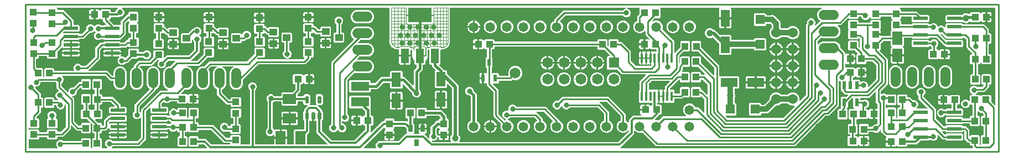
<source format=gtl>
G04 EAGLE Gerber RS-274X export*
G75*
%MOMM*%
%FSLAX34Y34*%
%LPD*%
%INTop Copper*%
%IPPOS*%
%AMOC8*
5,1,8,0,0,1.08239X$1,22.5*%
G01*
%ADD10R,1.400000X2.600000*%
%ADD11R,2.600000X1.400000*%
%ADD12R,1.400000X1.400000*%
%ADD13R,0.355600X1.473200*%
%ADD14R,1.100000X1.000000*%
%ADD15R,1.219200X2.235200*%
%ADD16R,3.600000X2.200000*%
%ADD17R,1.400000X2.200000*%
%ADD18R,2.800000X1.400000*%
%ADD19C,0.295000*%
%ADD20R,1.500000X2.000000*%
%ADD21R,2.000000X1.500000*%
%ADD22R,1.000000X1.100000*%
%ADD23R,0.700000X1.000000*%
%ADD24R,2.200000X0.500000*%
%ADD25R,1.143000X1.016000*%
%ADD26R,2.200000X0.600000*%
%ADD27C,1.524000*%
%ADD28R,0.558800X1.117600*%
%ADD29C,1.650000*%
%ADD30C,1.524000*%
%ADD31R,1.650000X1.650000*%
%ADD32C,1.473200*%
%ADD33R,0.600000X1.200000*%
%ADD34C,0.806400*%
%ADD35C,4.016000*%
%ADD36C,1.006400*%
%ADD37C,0.856400*%
%ADD38C,0.254000*%
%ADD39C,0.812800*%
%ADD40C,0.406400*%
%ADD41C,0.508000*%
%ADD42C,0.304800*%
%ADD43C,0.076200*%
%ADD44C,0.254000*%

G36*
X154857Y5092D02*
X154857Y5092D01*
X154929Y5094D01*
X154978Y5112D01*
X155029Y5120D01*
X155092Y5154D01*
X155160Y5179D01*
X155200Y5211D01*
X155246Y5236D01*
X155296Y5288D01*
X155352Y5332D01*
X155380Y5376D01*
X155416Y5414D01*
X155446Y5479D01*
X155485Y5539D01*
X155497Y5590D01*
X155519Y5637D01*
X155527Y5708D01*
X155545Y5778D01*
X155541Y5830D01*
X155546Y5881D01*
X155531Y5952D01*
X155526Y6023D01*
X155505Y6071D01*
X155494Y6122D01*
X155457Y6183D01*
X155429Y6249D01*
X155384Y6305D01*
X155368Y6333D01*
X155350Y6348D01*
X155324Y6380D01*
X153428Y8277D01*
X152427Y10693D01*
X152427Y13307D01*
X153428Y15723D01*
X155277Y17572D01*
X157693Y18573D01*
X160307Y18573D01*
X162723Y17572D01*
X164262Y16034D01*
X164336Y15981D01*
X164405Y15921D01*
X164435Y15909D01*
X164461Y15890D01*
X164548Y15863D01*
X164633Y15829D01*
X164674Y15825D01*
X164696Y15818D01*
X164729Y15819D01*
X164800Y15811D01*
X201106Y15811D01*
X201196Y15825D01*
X201287Y15833D01*
X201317Y15845D01*
X201349Y15850D01*
X201430Y15893D01*
X201514Y15929D01*
X201546Y15955D01*
X201566Y15966D01*
X201589Y15989D01*
X201644Y16034D01*
X206966Y21356D01*
X207019Y21429D01*
X207079Y21499D01*
X207091Y21529D01*
X207110Y21555D01*
X207137Y21642D01*
X207171Y21727D01*
X207175Y21768D01*
X207182Y21790D01*
X207181Y21823D01*
X207189Y21894D01*
X207189Y51056D01*
X207178Y51127D01*
X207176Y51199D01*
X207158Y51248D01*
X207150Y51299D01*
X207116Y51362D01*
X207091Y51430D01*
X207059Y51470D01*
X207034Y51516D01*
X206982Y51566D01*
X206938Y51622D01*
X206894Y51650D01*
X206856Y51686D01*
X206791Y51716D01*
X206731Y51755D01*
X206680Y51767D01*
X206633Y51789D01*
X206562Y51797D01*
X206492Y51815D01*
X206440Y51811D01*
X206389Y51816D01*
X206318Y51801D01*
X206247Y51796D01*
X206199Y51775D01*
X206148Y51764D01*
X206087Y51727D01*
X206021Y51699D01*
X205965Y51654D01*
X205937Y51638D01*
X205922Y51620D01*
X205890Y51594D01*
X204723Y50428D01*
X202307Y49427D01*
X199693Y49427D01*
X197277Y50428D01*
X195428Y52277D01*
X194427Y54693D01*
X194427Y57307D01*
X195428Y59723D01*
X196966Y61262D01*
X197019Y61335D01*
X197079Y61405D01*
X197091Y61435D01*
X197110Y61461D01*
X197137Y61548D01*
X197171Y61633D01*
X197175Y61674D01*
X197182Y61696D01*
X197181Y61729D01*
X197189Y61800D01*
X197189Y71763D01*
X220130Y94704D01*
X220142Y94720D01*
X220157Y94732D01*
X220214Y94820D01*
X220274Y94903D01*
X220280Y94922D01*
X220290Y94939D01*
X220316Y95040D01*
X220346Y95139D01*
X220346Y95158D01*
X220351Y95178D01*
X220342Y95281D01*
X220340Y95384D01*
X220333Y95403D01*
X220331Y95423D01*
X220291Y95518D01*
X220255Y95615D01*
X220243Y95631D01*
X220235Y95649D01*
X220130Y95780D01*
X217286Y98624D01*
X215739Y102359D01*
X215739Y121641D01*
X217286Y125376D01*
X220144Y128234D01*
X223879Y129781D01*
X227921Y129781D01*
X231656Y128234D01*
X234514Y125376D01*
X236061Y121641D01*
X236061Y102359D01*
X234514Y98624D01*
X231656Y95766D01*
X230281Y95197D01*
X230181Y95135D01*
X230081Y95075D01*
X230077Y95070D01*
X230072Y95067D01*
X229997Y94977D01*
X229921Y94888D01*
X229919Y94882D01*
X229915Y94878D01*
X229873Y94769D01*
X229829Y94660D01*
X229828Y94652D01*
X229827Y94648D01*
X229826Y94630D01*
X229811Y94493D01*
X229811Y93606D01*
X205034Y68829D01*
X204981Y68755D01*
X204921Y68685D01*
X204909Y68655D01*
X204890Y68629D01*
X204863Y68542D01*
X204829Y68457D01*
X204825Y68416D01*
X204818Y68394D01*
X204819Y68362D01*
X204811Y68290D01*
X204811Y61800D01*
X204825Y61710D01*
X204833Y61619D01*
X204845Y61589D01*
X204850Y61557D01*
X204893Y61476D01*
X204929Y61393D01*
X204955Y61360D01*
X204966Y61340D01*
X204989Y61318D01*
X205034Y61262D01*
X205890Y60406D01*
X205948Y60364D01*
X206000Y60314D01*
X206047Y60292D01*
X206089Y60262D01*
X206158Y60241D01*
X206223Y60211D01*
X206275Y60205D01*
X206325Y60190D01*
X206396Y60191D01*
X206467Y60184D01*
X206518Y60195D01*
X206570Y60196D01*
X206638Y60221D01*
X206708Y60236D01*
X206752Y60263D01*
X206801Y60280D01*
X206857Y60325D01*
X206919Y60362D01*
X206953Y60402D01*
X206993Y60434D01*
X207032Y60494D01*
X207079Y60549D01*
X207098Y60597D01*
X207126Y60641D01*
X207144Y60711D01*
X207171Y60777D01*
X207179Y60848D01*
X207187Y60880D01*
X207185Y60903D01*
X207189Y60944D01*
X207189Y64578D01*
X235832Y93221D01*
X247863Y93221D01*
X247959Y93236D01*
X248056Y93246D01*
X248080Y93256D01*
X248105Y93260D01*
X248191Y93306D01*
X248280Y93346D01*
X248300Y93363D01*
X248323Y93376D01*
X248390Y93446D01*
X248461Y93512D01*
X248474Y93535D01*
X248492Y93554D01*
X248533Y93642D01*
X248580Y93728D01*
X248585Y93753D01*
X248596Y93777D01*
X248606Y93874D01*
X248624Y93970D01*
X248620Y93996D01*
X248623Y94021D01*
X248602Y94117D01*
X248588Y94213D01*
X248576Y94236D01*
X248571Y94262D01*
X248521Y94345D01*
X248476Y94432D01*
X248458Y94451D01*
X248444Y94473D01*
X248370Y94536D01*
X248301Y94604D01*
X248272Y94620D01*
X248257Y94633D01*
X248227Y94645D01*
X248154Y94685D01*
X245544Y95766D01*
X242686Y98624D01*
X241139Y102359D01*
X241139Y121641D01*
X242686Y125376D01*
X245544Y128234D01*
X249279Y129781D01*
X251076Y129781D01*
X251166Y129795D01*
X251257Y129803D01*
X251287Y129815D01*
X251319Y129820D01*
X251400Y129863D01*
X251484Y129899D01*
X251516Y129925D01*
X251536Y129936D01*
X251559Y129959D01*
X251614Y130004D01*
X257966Y136356D01*
X259247Y137636D01*
X259288Y137694D01*
X259338Y137746D01*
X259360Y137793D01*
X259390Y137835D01*
X259411Y137904D01*
X259441Y137969D01*
X259447Y138021D01*
X259462Y138071D01*
X259461Y138142D01*
X259468Y138213D01*
X259457Y138264D01*
X259456Y138316D01*
X259431Y138384D01*
X259416Y138454D01*
X259390Y138499D01*
X259372Y138547D01*
X259327Y138603D01*
X259290Y138665D01*
X259250Y138699D01*
X259218Y138739D01*
X259158Y138778D01*
X259103Y138825D01*
X259055Y138844D01*
X259011Y138872D01*
X258942Y138890D01*
X258875Y138917D01*
X258804Y138925D01*
X258773Y138933D01*
X258749Y138931D01*
X258708Y138935D01*
X249999Y138935D01*
X249909Y138921D01*
X249818Y138913D01*
X249788Y138901D01*
X249756Y138896D01*
X249676Y138853D01*
X249592Y138817D01*
X249560Y138791D01*
X249539Y138780D01*
X249517Y138757D01*
X249461Y138712D01*
X245796Y135047D01*
X245743Y134973D01*
X245683Y134904D01*
X245671Y134874D01*
X245652Y134848D01*
X245625Y134761D01*
X245591Y134676D01*
X245587Y134635D01*
X245580Y134612D01*
X245581Y134580D01*
X245573Y134509D01*
X245573Y132693D01*
X244572Y130277D01*
X242723Y128428D01*
X240307Y127427D01*
X237693Y127427D01*
X235277Y128428D01*
X233428Y130277D01*
X232427Y132693D01*
X232427Y135307D01*
X233428Y137723D01*
X234464Y138760D01*
X234506Y138818D01*
X234556Y138870D01*
X234578Y138917D01*
X234608Y138959D01*
X234629Y139028D01*
X234659Y139093D01*
X234665Y139145D01*
X234680Y139195D01*
X234679Y139266D01*
X234686Y139337D01*
X234675Y139388D01*
X234674Y139440D01*
X234649Y139508D01*
X234634Y139578D01*
X234607Y139623D01*
X234590Y139671D01*
X234545Y139727D01*
X234508Y139789D01*
X234468Y139823D01*
X234436Y139863D01*
X234376Y139902D01*
X234321Y139949D01*
X234273Y139968D01*
X234229Y139996D01*
X234159Y140014D01*
X234093Y140041D01*
X234022Y140049D01*
X233990Y140057D01*
X233967Y140055D01*
X233926Y140059D01*
X232264Y140059D01*
X232174Y140045D01*
X232083Y140037D01*
X232053Y140025D01*
X232021Y140020D01*
X231940Y139977D01*
X231856Y139941D01*
X231824Y139915D01*
X231804Y139904D01*
X231781Y139881D01*
X231726Y139836D01*
X223078Y131189D01*
X206894Y131189D01*
X206804Y131175D01*
X206713Y131167D01*
X206683Y131155D01*
X206651Y131150D01*
X206570Y131107D01*
X206486Y131071D01*
X206454Y131045D01*
X206434Y131034D01*
X206411Y131011D01*
X206356Y130966D01*
X205200Y129810D01*
X205173Y129773D01*
X205139Y129742D01*
X205102Y129674D01*
X205056Y129611D01*
X205043Y129567D01*
X205021Y129527D01*
X205007Y129450D01*
X204984Y129376D01*
X204985Y129330D01*
X204977Y129285D01*
X204988Y129208D01*
X204990Y129130D01*
X205006Y129087D01*
X205013Y129041D01*
X205048Y128972D01*
X205075Y128899D01*
X205103Y128863D01*
X205124Y128822D01*
X205180Y128768D01*
X205228Y128707D01*
X205267Y128682D01*
X205300Y128650D01*
X205420Y128584D01*
X205435Y128574D01*
X205440Y128573D01*
X205447Y128569D01*
X206256Y128234D01*
X209114Y125376D01*
X210661Y121641D01*
X210661Y102359D01*
X209114Y98624D01*
X206256Y95766D01*
X202521Y94219D01*
X198479Y94219D01*
X194744Y95766D01*
X191886Y98624D01*
X190339Y102359D01*
X190339Y121641D01*
X191886Y125376D01*
X194744Y128234D01*
X196219Y128845D01*
X196319Y128907D01*
X196419Y128966D01*
X196423Y128971D01*
X196428Y128974D01*
X196503Y129065D01*
X196579Y129153D01*
X196581Y129159D01*
X196585Y129164D01*
X196627Y129272D01*
X196671Y129381D01*
X196672Y129389D01*
X196673Y129393D01*
X196674Y129412D01*
X196689Y129548D01*
X196689Y132078D01*
X203422Y138811D01*
X219606Y138811D01*
X219696Y138825D01*
X219787Y138833D01*
X219817Y138845D01*
X219849Y138850D01*
X219930Y138893D01*
X220014Y138929D01*
X220046Y138955D01*
X220066Y138966D01*
X220089Y138989D01*
X220144Y139034D01*
X225836Y144726D01*
X225889Y144799D01*
X225949Y144869D01*
X225961Y144899D01*
X225980Y144925D01*
X226007Y145012D01*
X226041Y145097D01*
X226045Y145138D01*
X226052Y145160D01*
X226051Y145193D01*
X226059Y145264D01*
X226059Y153652D01*
X227548Y155141D01*
X240652Y155141D01*
X242141Y153652D01*
X242141Y144727D01*
X242152Y144656D01*
X242154Y144584D01*
X242172Y144536D01*
X242180Y144484D01*
X242214Y144421D01*
X242239Y144353D01*
X242271Y144313D01*
X242296Y144267D01*
X242348Y144217D01*
X242392Y144161D01*
X242436Y144133D01*
X242474Y144097D01*
X242539Y144067D01*
X242599Y144028D01*
X242650Y144016D01*
X242697Y143994D01*
X242768Y143986D01*
X242838Y143968D01*
X242890Y143972D01*
X242941Y143967D01*
X243012Y143982D01*
X243083Y143988D01*
X243131Y144008D01*
X243182Y144019D01*
X243243Y144056D01*
X243309Y144084D01*
X243365Y144129D01*
X243393Y144145D01*
X243408Y144163D01*
X243440Y144189D01*
X246316Y147065D01*
X280001Y147065D01*
X280091Y147079D01*
X280182Y147087D01*
X280212Y147099D01*
X280244Y147104D01*
X280324Y147147D01*
X280408Y147183D01*
X280440Y147209D01*
X280461Y147220D01*
X280483Y147243D01*
X280539Y147288D01*
X288712Y155461D01*
X288765Y155535D01*
X288825Y155604D01*
X288837Y155634D01*
X288856Y155660D01*
X288883Y155747D01*
X288917Y155832D01*
X288921Y155873D01*
X288928Y155895D01*
X288927Y155928D01*
X288935Y155999D01*
X288935Y166454D01*
X288921Y166544D01*
X288913Y166635D01*
X288901Y166665D01*
X288896Y166697D01*
X288871Y166744D01*
X288870Y166746D01*
X288865Y166755D01*
X288853Y166778D01*
X288817Y166861D01*
X288791Y166894D01*
X288780Y166914D01*
X288757Y166936D01*
X288754Y166940D01*
X288744Y166957D01*
X288734Y166966D01*
X288712Y166992D01*
X287428Y168277D01*
X286580Y170323D01*
X286529Y170406D01*
X286483Y170492D01*
X286465Y170510D01*
X286451Y170532D01*
X286375Y170595D01*
X286305Y170661D01*
X286281Y170672D01*
X286261Y170689D01*
X286170Y170724D01*
X286082Y170765D01*
X286056Y170768D01*
X286032Y170777D01*
X285934Y170781D01*
X285838Y170792D01*
X285812Y170787D01*
X285786Y170788D01*
X285692Y170761D01*
X285597Y170740D01*
X285575Y170726D01*
X285550Y170719D01*
X285470Y170664D01*
X285386Y170614D01*
X285369Y170594D01*
X285348Y170579D01*
X285289Y170501D01*
X285226Y170427D01*
X285216Y170402D01*
X285201Y170382D01*
X285171Y170289D01*
X285134Y170199D01*
X285131Y170166D01*
X285125Y170148D01*
X285125Y170115D01*
X285116Y170032D01*
X285116Y166868D01*
X283627Y165379D01*
X270093Y165379D01*
X268604Y166868D01*
X268604Y179132D01*
X270093Y180621D01*
X278776Y180621D01*
X278866Y180635D01*
X278957Y180643D01*
X278987Y180655D01*
X279019Y180660D01*
X279100Y180703D01*
X279184Y180739D01*
X279216Y180765D01*
X279236Y180776D01*
X279259Y180799D01*
X279315Y180844D01*
X283826Y185355D01*
X283826Y185356D01*
X286282Y187811D01*
X287200Y187811D01*
X287290Y187825D01*
X287381Y187833D01*
X287411Y187845D01*
X287443Y187850D01*
X287524Y187893D01*
X287607Y187929D01*
X287640Y187955D01*
X287660Y187966D01*
X287682Y187989D01*
X287738Y188034D01*
X289277Y189572D01*
X291693Y190573D01*
X294307Y190573D01*
X296723Y189572D01*
X298572Y187723D01*
X299573Y185307D01*
X299573Y182693D01*
X298572Y180277D01*
X296834Y178538D01*
X296822Y178522D01*
X296806Y178510D01*
X296750Y178422D01*
X296690Y178339D01*
X296684Y178320D01*
X296673Y178303D01*
X296648Y178202D01*
X296618Y178103D01*
X296618Y178084D01*
X296613Y178064D01*
X296621Y177961D01*
X296624Y177858D01*
X296631Y177839D01*
X296632Y177819D01*
X296673Y177724D01*
X296708Y177627D01*
X296721Y177611D01*
X296729Y177593D01*
X296834Y177462D01*
X298572Y175723D01*
X299573Y173307D01*
X299573Y170693D01*
X298572Y168277D01*
X297288Y166992D01*
X297244Y166932D01*
X297208Y166894D01*
X297202Y166880D01*
X297175Y166849D01*
X297163Y166819D01*
X297144Y166793D01*
X297117Y166706D01*
X297083Y166621D01*
X297079Y166580D01*
X297072Y166558D01*
X297073Y166525D01*
X297065Y166454D01*
X297065Y152316D01*
X294461Y149712D01*
X286288Y141539D01*
X284859Y140110D01*
X284817Y140052D01*
X284767Y140000D01*
X284745Y139953D01*
X284715Y139911D01*
X284694Y139842D01*
X284664Y139777D01*
X284658Y139725D01*
X284643Y139675D01*
X284645Y139604D01*
X284637Y139533D01*
X284648Y139482D01*
X284649Y139430D01*
X284674Y139362D01*
X284689Y139292D01*
X284716Y139247D01*
X284734Y139199D01*
X284778Y139143D01*
X284815Y139081D01*
X284855Y139047D01*
X284887Y139007D01*
X284948Y138968D01*
X285002Y138921D01*
X285050Y138902D01*
X285094Y138874D01*
X285164Y138856D01*
X285230Y138829D01*
X285302Y138821D01*
X285333Y138813D01*
X285356Y138815D01*
X285397Y138811D01*
X292406Y138811D01*
X292496Y138825D01*
X292587Y138833D01*
X292617Y138845D01*
X292649Y138850D01*
X292730Y138893D01*
X292814Y138929D01*
X292846Y138955D01*
X292866Y138966D01*
X292889Y138989D01*
X292944Y139034D01*
X302636Y148726D01*
X302689Y148799D01*
X302749Y148869D01*
X302761Y148899D01*
X302780Y148925D01*
X302807Y149012D01*
X302841Y149097D01*
X302845Y149138D01*
X302852Y149160D01*
X302851Y149193D01*
X302859Y149264D01*
X302859Y157652D01*
X304348Y159141D01*
X317452Y159141D01*
X318941Y157652D01*
X318941Y145548D01*
X317452Y144059D01*
X309064Y144059D01*
X308974Y144045D01*
X308883Y144037D01*
X308853Y144025D01*
X308821Y144020D01*
X308740Y143977D01*
X308656Y143941D01*
X308624Y143915D01*
X308604Y143904D01*
X308581Y143881D01*
X308526Y143836D01*
X295878Y131189D01*
X279148Y131189D01*
X279052Y131174D01*
X278955Y131164D01*
X278931Y131154D01*
X278905Y131150D01*
X278819Y131104D01*
X278730Y131064D01*
X278711Y131047D01*
X278687Y131034D01*
X278620Y130964D01*
X278549Y130898D01*
X278536Y130875D01*
X278518Y130856D01*
X278477Y130768D01*
X278430Y130682D01*
X278425Y130657D01*
X278414Y130633D01*
X278404Y130536D01*
X278386Y130440D01*
X278390Y130414D01*
X278387Y130389D01*
X278408Y130293D01*
X278422Y130197D01*
X278434Y130174D01*
X278440Y130148D01*
X278490Y130065D01*
X278534Y129978D01*
X278552Y129959D01*
X278566Y129937D01*
X278640Y129874D01*
X278709Y129806D01*
X278738Y129790D01*
X278753Y129777D01*
X278783Y129765D01*
X278856Y129725D01*
X282456Y128234D01*
X285314Y125376D01*
X286861Y121641D01*
X286861Y102359D01*
X285314Y98624D01*
X282456Y95766D01*
X278721Y94219D01*
X274679Y94219D01*
X274392Y94338D01*
X274279Y94365D01*
X274165Y94393D01*
X274159Y94393D01*
X274153Y94394D01*
X274036Y94383D01*
X273920Y94374D01*
X273914Y94372D01*
X273908Y94371D01*
X273800Y94323D01*
X273693Y94278D01*
X273688Y94273D01*
X273683Y94271D01*
X273669Y94259D01*
X273562Y94173D01*
X268829Y89440D01*
X268788Y89382D01*
X268738Y89330D01*
X268716Y89283D01*
X268686Y89241D01*
X268665Y89172D01*
X268635Y89107D01*
X268629Y89055D01*
X268614Y89005D01*
X268615Y88934D01*
X268608Y88863D01*
X268619Y88812D01*
X268620Y88760D01*
X268645Y88692D01*
X268660Y88622D01*
X268686Y88578D01*
X268704Y88529D01*
X268749Y88473D01*
X268786Y88411D01*
X268826Y88377D01*
X268858Y88337D01*
X268918Y88298D01*
X268973Y88251D01*
X269021Y88232D01*
X269065Y88204D01*
X269134Y88186D01*
X269201Y88159D01*
X269272Y88151D01*
X269304Y88143D01*
X269327Y88145D01*
X269368Y88141D01*
X276752Y88141D01*
X278258Y86636D01*
X278353Y86567D01*
X278450Y86496D01*
X278454Y86494D01*
X278457Y86492D01*
X278570Y86457D01*
X278684Y86421D01*
X278688Y86421D01*
X278692Y86420D01*
X278811Y86423D01*
X278930Y86425D01*
X278934Y86426D01*
X278938Y86426D01*
X279050Y86467D01*
X279162Y86506D01*
X279165Y86509D01*
X279169Y86510D01*
X279263Y86585D01*
X279356Y86658D01*
X279359Y86662D01*
X279361Y86664D01*
X279369Y86676D01*
X279455Y86793D01*
X279667Y87160D01*
X280140Y87633D01*
X280719Y87968D01*
X281366Y88141D01*
X285677Y88141D01*
X285677Y81362D01*
X285680Y81342D01*
X285678Y81323D01*
X285700Y81221D01*
X285717Y81119D01*
X285726Y81102D01*
X285730Y81082D01*
X285783Y80993D01*
X285832Y80902D01*
X285846Y80888D01*
X285856Y80871D01*
X285935Y80804D01*
X286010Y80733D01*
X286028Y80724D01*
X286043Y80711D01*
X286139Y80672D01*
X286233Y80629D01*
X286253Y80627D01*
X286271Y80619D01*
X286438Y80601D01*
X287201Y80601D01*
X287201Y80599D01*
X286438Y80599D01*
X286418Y80596D01*
X286399Y80598D01*
X286297Y80576D01*
X286195Y80559D01*
X286178Y80550D01*
X286158Y80546D01*
X286069Y80493D01*
X285978Y80444D01*
X285964Y80430D01*
X285947Y80420D01*
X285880Y80341D01*
X285809Y80266D01*
X285800Y80248D01*
X285787Y80233D01*
X285748Y80137D01*
X285705Y80043D01*
X285703Y80023D01*
X285695Y80005D01*
X285677Y79838D01*
X285677Y73059D01*
X281366Y73059D01*
X280719Y73232D01*
X280140Y73567D01*
X279667Y74040D01*
X279455Y74407D01*
X279379Y74499D01*
X279306Y74592D01*
X279302Y74594D01*
X279299Y74597D01*
X279198Y74661D01*
X279099Y74725D01*
X279095Y74726D01*
X279091Y74728D01*
X278975Y74756D01*
X278860Y74785D01*
X278856Y74784D01*
X278852Y74785D01*
X278733Y74775D01*
X278615Y74766D01*
X278611Y74764D01*
X278607Y74764D01*
X278497Y74716D01*
X278389Y74669D01*
X278385Y74666D01*
X278382Y74665D01*
X278371Y74655D01*
X278258Y74564D01*
X276752Y73059D01*
X263648Y73059D01*
X262159Y74548D01*
X262159Y76028D01*
X262156Y76048D01*
X262158Y76067D01*
X262136Y76169D01*
X262120Y76271D01*
X262110Y76288D01*
X262106Y76308D01*
X262053Y76397D01*
X262004Y76488D01*
X261990Y76502D01*
X261980Y76519D01*
X261901Y76586D01*
X261826Y76658D01*
X261808Y76666D01*
X261793Y76679D01*
X261697Y76718D01*
X261603Y76761D01*
X261583Y76763D01*
X261565Y76771D01*
X261398Y76789D01*
X252800Y76789D01*
X252710Y76775D01*
X252619Y76767D01*
X252589Y76755D01*
X252557Y76750D01*
X252476Y76707D01*
X252393Y76671D01*
X252360Y76645D01*
X252340Y76634D01*
X252318Y76611D01*
X252262Y76566D01*
X250723Y75028D01*
X248307Y74027D01*
X245693Y74027D01*
X243277Y75028D01*
X242385Y75919D01*
X242369Y75931D01*
X242357Y75947D01*
X242269Y76003D01*
X242185Y76063D01*
X242167Y76069D01*
X242150Y76080D01*
X242049Y76105D01*
X241950Y76135D01*
X241930Y76135D01*
X241911Y76140D01*
X241808Y76132D01*
X241705Y76129D01*
X241686Y76122D01*
X241666Y76121D01*
X241571Y76080D01*
X241474Y76045D01*
X241458Y76032D01*
X241440Y76024D01*
X241309Y75919D01*
X239074Y73684D01*
X239021Y73610D01*
X238961Y73541D01*
X238949Y73511D01*
X238930Y73485D01*
X238903Y73398D01*
X238869Y73313D01*
X238865Y73272D01*
X238858Y73250D01*
X238859Y73217D01*
X238851Y73146D01*
X238851Y69352D01*
X238854Y69332D01*
X238852Y69313D01*
X238874Y69211D01*
X238890Y69109D01*
X238900Y69092D01*
X238904Y69072D01*
X238957Y68983D01*
X239006Y68892D01*
X239020Y68878D01*
X239030Y68861D01*
X239109Y68794D01*
X239184Y68722D01*
X239202Y68714D01*
X239217Y68701D01*
X239313Y68662D01*
X239407Y68619D01*
X239427Y68617D01*
X239445Y68609D01*
X239612Y68591D01*
X247092Y68591D01*
X248581Y67102D01*
X248581Y59998D01*
X247092Y58509D01*
X222988Y58509D01*
X221499Y59998D01*
X221499Y66272D01*
X221488Y66343D01*
X221486Y66415D01*
X221468Y66464D01*
X221460Y66515D01*
X221426Y66578D01*
X221401Y66646D01*
X221369Y66686D01*
X221344Y66732D01*
X221292Y66782D01*
X221248Y66838D01*
X221204Y66866D01*
X221166Y66902D01*
X221101Y66932D01*
X221041Y66971D01*
X220990Y66983D01*
X220943Y67005D01*
X220872Y67013D01*
X220802Y67031D01*
X220750Y67027D01*
X220699Y67032D01*
X220628Y67017D01*
X220557Y67012D01*
X220509Y66991D01*
X220458Y66980D01*
X220397Y66943D01*
X220331Y66915D01*
X220275Y66871D01*
X220247Y66854D01*
X220232Y66836D01*
X220200Y66811D01*
X215034Y61644D01*
X214981Y61571D01*
X214921Y61501D01*
X214909Y61471D01*
X214890Y61445D01*
X214863Y61358D01*
X214829Y61273D01*
X214825Y61232D01*
X214818Y61210D01*
X214819Y61177D01*
X214811Y61106D01*
X214811Y18422D01*
X204578Y8189D01*
X164800Y8189D01*
X164710Y8175D01*
X164619Y8167D01*
X164589Y8155D01*
X164557Y8150D01*
X164477Y8107D01*
X164393Y8071D01*
X164360Y8045D01*
X164340Y8034D01*
X164318Y8011D01*
X164262Y7966D01*
X162676Y6380D01*
X162634Y6322D01*
X162584Y6270D01*
X162562Y6223D01*
X162532Y6181D01*
X162511Y6112D01*
X162481Y6047D01*
X162475Y5995D01*
X162460Y5945D01*
X162461Y5874D01*
X162454Y5803D01*
X162465Y5752D01*
X162466Y5700D01*
X162491Y5632D01*
X162506Y5562D01*
X162533Y5517D01*
X162550Y5469D01*
X162595Y5413D01*
X162632Y5351D01*
X162672Y5317D01*
X162704Y5277D01*
X162764Y5238D01*
X162819Y5191D01*
X162867Y5172D01*
X162911Y5144D01*
X162981Y5126D01*
X163047Y5099D01*
X163118Y5091D01*
X163150Y5083D01*
X163173Y5085D01*
X163214Y5081D01*
X307333Y5081D01*
X307404Y5092D01*
X307476Y5094D01*
X307524Y5112D01*
X307576Y5120D01*
X307639Y5154D01*
X307707Y5179D01*
X307747Y5211D01*
X307793Y5236D01*
X307843Y5288D01*
X307899Y5332D01*
X307927Y5376D01*
X307963Y5414D01*
X307993Y5479D01*
X308032Y5539D01*
X308044Y5590D01*
X308066Y5637D01*
X308074Y5708D01*
X308092Y5778D01*
X308088Y5830D01*
X308093Y5881D01*
X308078Y5952D01*
X308072Y6023D01*
X308052Y6071D01*
X308041Y6122D01*
X308004Y6183D01*
X307976Y6249D01*
X307931Y6305D01*
X307915Y6333D01*
X307897Y6348D01*
X307871Y6380D01*
X303339Y10912D01*
X303265Y10965D01*
X303196Y11025D01*
X303166Y11037D01*
X303140Y11056D01*
X303052Y11083D01*
X302968Y11117D01*
X302927Y11121D01*
X302904Y11128D01*
X302872Y11127D01*
X302801Y11135D01*
X295902Y11135D01*
X295882Y11132D01*
X295863Y11134D01*
X295761Y11112D01*
X295659Y11096D01*
X295642Y11086D01*
X295622Y11082D01*
X295533Y11029D01*
X295442Y10980D01*
X295428Y10966D01*
X295411Y10956D01*
X295344Y10877D01*
X295272Y10802D01*
X295264Y10784D01*
X295251Y10769D01*
X295212Y10673D01*
X295169Y10579D01*
X295167Y10559D01*
X295159Y10541D01*
X295141Y10374D01*
X295141Y8648D01*
X293652Y7159D01*
X281548Y7159D01*
X280059Y8648D01*
X280059Y21752D01*
X281548Y23241D01*
X293652Y23241D01*
X295141Y21752D01*
X295141Y20026D01*
X295144Y20006D01*
X295142Y19987D01*
X295164Y19885D01*
X295180Y19783D01*
X295190Y19766D01*
X295194Y19746D01*
X295247Y19657D01*
X295296Y19566D01*
X295310Y19552D01*
X295320Y19535D01*
X295399Y19468D01*
X295474Y19396D01*
X295492Y19388D01*
X295507Y19375D01*
X295603Y19336D01*
X295697Y19293D01*
X295717Y19291D01*
X295735Y19283D01*
X295902Y19265D01*
X306484Y19265D01*
X314857Y10892D01*
X314931Y10839D01*
X315000Y10779D01*
X315030Y10767D01*
X315056Y10748D01*
X315143Y10721D01*
X315228Y10687D01*
X315269Y10683D01*
X315292Y10676D01*
X315324Y10677D01*
X315395Y10669D01*
X342998Y10669D01*
X343018Y10672D01*
X343037Y10670D01*
X343139Y10692D01*
X343241Y10708D01*
X343258Y10718D01*
X343278Y10722D01*
X343367Y10775D01*
X343458Y10824D01*
X343472Y10838D01*
X343489Y10848D01*
X343556Y10927D01*
X343628Y11002D01*
X343636Y11020D01*
X343649Y11035D01*
X343687Y11131D01*
X343731Y11225D01*
X343733Y11245D01*
X343741Y11263D01*
X343759Y11430D01*
X343759Y12428D01*
X343756Y12448D01*
X343758Y12467D01*
X343736Y12569D01*
X343720Y12671D01*
X343710Y12688D01*
X343706Y12708D01*
X343653Y12797D01*
X343604Y12888D01*
X343590Y12902D01*
X343580Y12919D01*
X343501Y12986D01*
X343426Y13058D01*
X343408Y13066D01*
X343393Y13079D01*
X343297Y13118D01*
X343203Y13161D01*
X343183Y13163D01*
X343165Y13171D01*
X342998Y13189D01*
X334422Y13189D01*
X314644Y32966D01*
X314571Y33019D01*
X314501Y33079D01*
X314471Y33091D01*
X314445Y33110D01*
X314358Y33137D01*
X314273Y33171D01*
X314232Y33175D01*
X314210Y33182D01*
X314177Y33181D01*
X314106Y33189D01*
X296402Y33189D01*
X296382Y33186D01*
X296363Y33188D01*
X296261Y33166D01*
X296159Y33150D01*
X296142Y33140D01*
X296122Y33136D01*
X296033Y33083D01*
X295942Y33034D01*
X295928Y33020D01*
X295911Y33010D01*
X295844Y32931D01*
X295772Y32856D01*
X295764Y32838D01*
X295751Y32823D01*
X295712Y32727D01*
X295669Y32633D01*
X295667Y32613D01*
X295659Y32595D01*
X295641Y32428D01*
X295641Y30948D01*
X294152Y29459D01*
X281048Y29459D01*
X279638Y30869D01*
X279622Y30880D01*
X279610Y30896D01*
X279523Y30952D01*
X279439Y31012D01*
X279420Y31018D01*
X279403Y31029D01*
X279302Y31054D01*
X279203Y31084D01*
X279184Y31084D01*
X279164Y31089D01*
X279061Y31081D01*
X278958Y31078D01*
X278939Y31071D01*
X278919Y31070D01*
X278824Y31029D01*
X278727Y30994D01*
X278711Y30981D01*
X278693Y30973D01*
X278562Y30869D01*
X277152Y29459D01*
X275172Y29459D01*
X275152Y29456D01*
X275133Y29458D01*
X275031Y29436D01*
X274929Y29420D01*
X274912Y29410D01*
X274892Y29406D01*
X274803Y29353D01*
X274712Y29304D01*
X274698Y29290D01*
X274681Y29280D01*
X274614Y29201D01*
X274542Y29126D01*
X274534Y29108D01*
X274521Y29093D01*
X274482Y28997D01*
X274439Y28903D01*
X274437Y28883D01*
X274429Y28865D01*
X274411Y28698D01*
X274411Y24002D01*
X274414Y23982D01*
X274412Y23963D01*
X274434Y23861D01*
X274450Y23759D01*
X274460Y23742D01*
X274464Y23722D01*
X274517Y23633D01*
X274566Y23542D01*
X274580Y23528D01*
X274590Y23511D01*
X274669Y23444D01*
X274744Y23372D01*
X274762Y23364D01*
X274777Y23351D01*
X274873Y23312D01*
X274967Y23269D01*
X274987Y23267D01*
X275005Y23259D01*
X275172Y23241D01*
X276652Y23241D01*
X278141Y21752D01*
X278141Y8648D01*
X276652Y7159D01*
X264548Y7159D01*
X263059Y8648D01*
X263059Y21752D01*
X264548Y23241D01*
X266028Y23241D01*
X266048Y23244D01*
X266067Y23242D01*
X266169Y23264D01*
X266271Y23280D01*
X266288Y23290D01*
X266308Y23294D01*
X266397Y23347D01*
X266488Y23396D01*
X266502Y23410D01*
X266519Y23420D01*
X266586Y23499D01*
X266658Y23574D01*
X266666Y23592D01*
X266679Y23607D01*
X266718Y23703D01*
X266761Y23797D01*
X266763Y23817D01*
X266771Y23835D01*
X266789Y24002D01*
X266789Y28698D01*
X266787Y28710D01*
X266788Y28719D01*
X266787Y28725D01*
X266788Y28737D01*
X266766Y28839D01*
X266750Y28941D01*
X266740Y28958D01*
X266736Y28978D01*
X266683Y29067D01*
X266634Y29158D01*
X266620Y29172D01*
X266610Y29189D01*
X266531Y29256D01*
X266456Y29328D01*
X266438Y29336D01*
X266423Y29349D01*
X266327Y29388D01*
X266233Y29431D01*
X266213Y29433D01*
X266195Y29441D01*
X266028Y29459D01*
X264048Y29459D01*
X262559Y30948D01*
X262559Y32426D01*
X262548Y32497D01*
X262546Y32569D01*
X262528Y32618D01*
X262520Y32669D01*
X262486Y32732D01*
X262461Y32800D01*
X262429Y32840D01*
X262404Y32886D01*
X262352Y32936D01*
X262308Y32992D01*
X262264Y33020D01*
X262226Y33056D01*
X262161Y33086D01*
X262101Y33125D01*
X262050Y33137D01*
X262003Y33159D01*
X261932Y33167D01*
X261862Y33185D01*
X261810Y33181D01*
X261759Y33186D01*
X261688Y33171D01*
X261617Y33166D01*
X261569Y33145D01*
X261518Y33134D01*
X261457Y33097D01*
X261391Y33069D01*
X261335Y33024D01*
X261307Y33008D01*
X261292Y32990D01*
X261260Y32964D01*
X259723Y31428D01*
X257307Y30427D01*
X254693Y30427D01*
X252277Y31428D01*
X250428Y33277D01*
X250183Y33869D01*
X250121Y33968D01*
X250061Y34069D01*
X250056Y34073D01*
X250053Y34078D01*
X249963Y34152D01*
X249874Y34229D01*
X249868Y34231D01*
X249863Y34235D01*
X249756Y34276D01*
X249646Y34321D01*
X249638Y34322D01*
X249634Y34323D01*
X249616Y34324D01*
X249479Y34339D01*
X248638Y34339D01*
X248548Y34325D01*
X248457Y34317D01*
X248427Y34305D01*
X248395Y34300D01*
X248314Y34257D01*
X248230Y34221D01*
X248198Y34195D01*
X248178Y34184D01*
X248155Y34161D01*
X248099Y34116D01*
X247092Y33109D01*
X222988Y33109D01*
X221499Y34598D01*
X221499Y41702D01*
X222988Y43191D01*
X247092Y43191D01*
X248099Y42184D01*
X248173Y42131D01*
X248243Y42071D01*
X248273Y42059D01*
X248299Y42040D01*
X248386Y42013D01*
X248471Y41979D01*
X248512Y41975D01*
X248534Y41968D01*
X248566Y41969D01*
X248638Y41961D01*
X251350Y41961D01*
X251440Y41975D01*
X251531Y41983D01*
X251561Y41995D01*
X251593Y42000D01*
X251673Y42043D01*
X251758Y42079D01*
X251790Y42105D01*
X251810Y42116D01*
X251832Y42139D01*
X251888Y42184D01*
X252277Y42572D01*
X253177Y42945D01*
X253216Y42969D01*
X253259Y42985D01*
X253320Y43034D01*
X253386Y43075D01*
X253416Y43110D01*
X253451Y43139D01*
X253493Y43204D01*
X253543Y43264D01*
X253560Y43307D01*
X253584Y43346D01*
X253603Y43421D01*
X253631Y43494D01*
X253633Y43540D01*
X253644Y43584D01*
X253638Y43662D01*
X253642Y43739D01*
X253629Y43784D01*
X253625Y43829D01*
X253595Y43901D01*
X253573Y43976D01*
X253547Y44013D01*
X253529Y44056D01*
X253444Y44162D01*
X253433Y44178D01*
X253429Y44181D01*
X253424Y44187D01*
X250644Y46966D01*
X250570Y47019D01*
X250501Y47079D01*
X250471Y47091D01*
X250445Y47110D01*
X250358Y47137D01*
X250273Y47171D01*
X250232Y47175D01*
X250210Y47182D01*
X250177Y47181D01*
X250106Y47189D01*
X248788Y47189D01*
X248698Y47175D01*
X248607Y47167D01*
X248577Y47155D01*
X248545Y47150D01*
X248464Y47107D01*
X248380Y47071D01*
X248348Y47045D01*
X248328Y47034D01*
X248305Y47011D01*
X248249Y46966D01*
X247092Y45809D01*
X222988Y45809D01*
X221499Y47298D01*
X221499Y54402D01*
X222988Y55891D01*
X247092Y55891D01*
X247949Y55034D01*
X248023Y54981D01*
X248093Y54921D01*
X248123Y54909D01*
X248149Y54890D01*
X248236Y54863D01*
X248321Y54829D01*
X248362Y54825D01*
X248384Y54818D01*
X248416Y54819D01*
X248488Y54811D01*
X250482Y54811D01*
X250527Y54818D01*
X250573Y54816D01*
X250648Y54838D01*
X250724Y54850D01*
X250765Y54872D01*
X250809Y54885D01*
X250873Y54929D01*
X250942Y54966D01*
X250973Y54999D01*
X251011Y55025D01*
X251058Y55087D01*
X251111Y55144D01*
X251131Y55186D01*
X251158Y55222D01*
X251182Y55296D01*
X251215Y55367D01*
X251220Y55413D01*
X251234Y55456D01*
X251233Y55534D01*
X251242Y55611D01*
X251232Y55656D01*
X251232Y55702D01*
X251194Y55834D01*
X251190Y55852D01*
X251187Y55856D01*
X251185Y55863D01*
X250427Y57693D01*
X250427Y60307D01*
X251428Y62723D01*
X253277Y64572D01*
X255693Y65573D01*
X258307Y65573D01*
X260723Y64572D01*
X261560Y63736D01*
X261618Y63694D01*
X261670Y63644D01*
X261717Y63622D01*
X261759Y63592D01*
X261828Y63571D01*
X261893Y63541D01*
X261945Y63535D01*
X261995Y63520D01*
X262066Y63521D01*
X262137Y63514D01*
X262188Y63525D01*
X262240Y63526D01*
X262308Y63551D01*
X262378Y63566D01*
X262423Y63593D01*
X262471Y63610D01*
X262527Y63655D01*
X262589Y63692D01*
X262623Y63732D01*
X262663Y63764D01*
X262702Y63824D01*
X262749Y63879D01*
X262768Y63927D01*
X262796Y63971D01*
X262814Y64041D01*
X262841Y64107D01*
X262849Y64178D01*
X262857Y64210D01*
X262855Y64233D01*
X262859Y64274D01*
X262859Y65552D01*
X264348Y67041D01*
X276452Y67041D01*
X277941Y65552D01*
X277941Y52572D01*
X277944Y52552D01*
X277942Y52533D01*
X277964Y52431D01*
X277980Y52329D01*
X277990Y52312D01*
X277994Y52292D01*
X278047Y52203D01*
X278096Y52112D01*
X278110Y52098D01*
X278120Y52081D01*
X278199Y52014D01*
X278274Y51942D01*
X278292Y51934D01*
X278307Y51921D01*
X278403Y51882D01*
X278497Y51839D01*
X278517Y51837D01*
X278535Y51829D01*
X278702Y51811D01*
X279098Y51811D01*
X279118Y51814D01*
X279137Y51812D01*
X279239Y51834D01*
X279341Y51850D01*
X279358Y51860D01*
X279378Y51864D01*
X279467Y51917D01*
X279558Y51966D01*
X279572Y51980D01*
X279589Y51990D01*
X279656Y52069D01*
X279728Y52144D01*
X279736Y52162D01*
X279749Y52177D01*
X279788Y52273D01*
X279831Y52367D01*
X279833Y52387D01*
X279841Y52405D01*
X279859Y52572D01*
X279859Y65552D01*
X281348Y67041D01*
X293452Y67041D01*
X294941Y65552D01*
X294941Y52448D01*
X293452Y50959D01*
X292172Y50959D01*
X292152Y50956D01*
X292133Y50958D01*
X292031Y50936D01*
X291929Y50920D01*
X291912Y50910D01*
X291892Y50906D01*
X291803Y50853D01*
X291712Y50804D01*
X291698Y50790D01*
X291681Y50780D01*
X291614Y50701D01*
X291542Y50626D01*
X291534Y50608D01*
X291521Y50593D01*
X291482Y50497D01*
X291439Y50403D01*
X291437Y50383D01*
X291429Y50365D01*
X291411Y50198D01*
X291411Y45302D01*
X291414Y45282D01*
X291412Y45263D01*
X291434Y45161D01*
X291450Y45059D01*
X291460Y45042D01*
X291464Y45022D01*
X291517Y44933D01*
X291566Y44842D01*
X291580Y44828D01*
X291590Y44811D01*
X291669Y44744D01*
X291744Y44672D01*
X291762Y44664D01*
X291777Y44651D01*
X291873Y44612D01*
X291967Y44569D01*
X291987Y44567D01*
X292005Y44559D01*
X292172Y44541D01*
X294152Y44541D01*
X295641Y43052D01*
X295641Y41572D01*
X295644Y41552D01*
X295642Y41533D01*
X295664Y41431D01*
X295680Y41329D01*
X295690Y41312D01*
X295694Y41292D01*
X295747Y41203D01*
X295796Y41112D01*
X295810Y41098D01*
X295820Y41081D01*
X295899Y41014D01*
X295974Y40942D01*
X295992Y40934D01*
X296007Y40921D01*
X296103Y40882D01*
X296197Y40839D01*
X296217Y40837D01*
X296235Y40829D01*
X296402Y40811D01*
X317578Y40811D01*
X337356Y21034D01*
X337429Y20981D01*
X337499Y20921D01*
X337529Y20909D01*
X337555Y20890D01*
X337642Y20863D01*
X337727Y20829D01*
X337768Y20825D01*
X337790Y20818D01*
X337823Y20819D01*
X337894Y20811D01*
X342998Y20811D01*
X343018Y20814D01*
X343037Y20812D01*
X343139Y20834D01*
X343241Y20850D01*
X343258Y20860D01*
X343278Y20864D01*
X343367Y20917D01*
X343458Y20966D01*
X343472Y20980D01*
X343489Y20990D01*
X343556Y21069D01*
X343628Y21144D01*
X343636Y21162D01*
X343649Y21177D01*
X343688Y21273D01*
X343731Y21367D01*
X343733Y21387D01*
X343741Y21405D01*
X343759Y21572D01*
X343759Y23552D01*
X345248Y25041D01*
X358352Y25041D01*
X359841Y23552D01*
X359841Y11430D01*
X359844Y11410D01*
X359842Y11391D01*
X359864Y11289D01*
X359880Y11187D01*
X359890Y11170D01*
X359894Y11150D01*
X359947Y11061D01*
X359996Y10970D01*
X360010Y10956D01*
X360020Y10939D01*
X360099Y10872D01*
X360174Y10800D01*
X360192Y10792D01*
X360207Y10779D01*
X360303Y10740D01*
X360397Y10697D01*
X360417Y10695D01*
X360435Y10687D01*
X360602Y10669D01*
X373174Y10669D01*
X373194Y10672D01*
X373213Y10670D01*
X373315Y10692D01*
X373417Y10708D01*
X373434Y10718D01*
X373454Y10722D01*
X373543Y10775D01*
X373634Y10824D01*
X373648Y10838D01*
X373665Y10848D01*
X373732Y10927D01*
X373804Y11002D01*
X373812Y11020D01*
X373825Y11035D01*
X373863Y11131D01*
X373907Y11225D01*
X373909Y11245D01*
X373917Y11263D01*
X373935Y11430D01*
X373935Y93454D01*
X373921Y93544D01*
X373913Y93635D01*
X373901Y93665D01*
X373896Y93697D01*
X373853Y93778D01*
X373817Y93862D01*
X373791Y93894D01*
X373780Y93914D01*
X373757Y93936D01*
X373712Y93992D01*
X372428Y95277D01*
X371427Y97693D01*
X371427Y100307D01*
X372428Y102723D01*
X374277Y104572D01*
X376693Y105573D01*
X379307Y105573D01*
X381723Y104572D01*
X383572Y102723D01*
X384573Y100307D01*
X384573Y97693D01*
X383572Y95277D01*
X382288Y93992D01*
X382235Y93918D01*
X382175Y93849D01*
X382163Y93819D01*
X382144Y93793D01*
X382117Y93706D01*
X382083Y93621D01*
X382079Y93580D01*
X382072Y93558D01*
X382073Y93525D01*
X382065Y93454D01*
X382065Y11430D01*
X382068Y11410D01*
X382066Y11391D01*
X382088Y11289D01*
X382104Y11187D01*
X382114Y11170D01*
X382118Y11150D01*
X382171Y11061D01*
X382220Y10970D01*
X382234Y10956D01*
X382244Y10939D01*
X382323Y10872D01*
X382398Y10800D01*
X382416Y10792D01*
X382431Y10779D01*
X382527Y10740D01*
X382621Y10697D01*
X382641Y10695D01*
X382659Y10687D01*
X382826Y10669D01*
X410198Y10669D01*
X410218Y10672D01*
X410237Y10670D01*
X410339Y10692D01*
X410441Y10708D01*
X410458Y10718D01*
X410478Y10722D01*
X410567Y10775D01*
X410658Y10824D01*
X410672Y10838D01*
X410689Y10848D01*
X410756Y10927D01*
X410828Y11002D01*
X410836Y11020D01*
X410849Y11035D01*
X410887Y11131D01*
X410931Y11225D01*
X410933Y11245D01*
X410941Y11263D01*
X410959Y11430D01*
X410959Y19477D01*
X420238Y19477D01*
X420258Y19480D01*
X420277Y19478D01*
X420379Y19500D01*
X420481Y19517D01*
X420498Y19526D01*
X420518Y19530D01*
X420607Y19583D01*
X420698Y19632D01*
X420712Y19646D01*
X420729Y19656D01*
X420796Y19735D01*
X420867Y19810D01*
X420876Y19828D01*
X420889Y19843D01*
X420928Y19939D01*
X420971Y20033D01*
X420973Y20053D01*
X420981Y20071D01*
X420999Y20238D01*
X420999Y21001D01*
X421001Y21001D01*
X421001Y20238D01*
X421004Y20218D01*
X421002Y20199D01*
X421024Y20097D01*
X421041Y19995D01*
X421050Y19978D01*
X421054Y19958D01*
X421107Y19869D01*
X421156Y19778D01*
X421170Y19764D01*
X421180Y19747D01*
X421259Y19680D01*
X421334Y19609D01*
X421352Y19600D01*
X421367Y19587D01*
X421463Y19548D01*
X421557Y19505D01*
X421577Y19503D01*
X421595Y19495D01*
X421762Y19477D01*
X431041Y19477D01*
X431041Y11430D01*
X431044Y11410D01*
X431042Y11391D01*
X431064Y11289D01*
X431080Y11187D01*
X431090Y11170D01*
X431094Y11150D01*
X431147Y11061D01*
X431196Y10970D01*
X431210Y10956D01*
X431220Y10939D01*
X431299Y10872D01*
X431374Y10800D01*
X431392Y10792D01*
X431407Y10779D01*
X431503Y10740D01*
X431597Y10697D01*
X431617Y10695D01*
X431635Y10687D01*
X431802Y10669D01*
X440198Y10669D01*
X440218Y10672D01*
X440237Y10670D01*
X440339Y10692D01*
X440441Y10708D01*
X440458Y10718D01*
X440478Y10722D01*
X440567Y10775D01*
X440658Y10824D01*
X440672Y10838D01*
X440689Y10848D01*
X440756Y10927D01*
X440828Y11002D01*
X440836Y11020D01*
X440849Y11035D01*
X440887Y11131D01*
X440931Y11225D01*
X440933Y11245D01*
X440941Y11263D01*
X440959Y11430D01*
X440959Y32052D01*
X442448Y33541D01*
X456174Y33541D01*
X456194Y33544D01*
X456213Y33542D01*
X456315Y33564D01*
X456417Y33580D01*
X456434Y33590D01*
X456454Y33594D01*
X456543Y33647D01*
X456634Y33696D01*
X456648Y33710D01*
X456665Y33720D01*
X456732Y33799D01*
X456804Y33874D01*
X456812Y33892D01*
X456825Y33907D01*
X456864Y34003D01*
X456907Y34097D01*
X456909Y34117D01*
X456917Y34135D01*
X456935Y34302D01*
X456935Y46920D01*
X456921Y47010D01*
X456913Y47101D01*
X456901Y47131D01*
X456896Y47163D01*
X456853Y47244D01*
X456817Y47328D01*
X456791Y47360D01*
X456780Y47380D01*
X456757Y47403D01*
X456712Y47459D01*
X455509Y48662D01*
X455509Y60438D01*
X456712Y61641D01*
X456755Y61701D01*
X456798Y61746D01*
X456806Y61763D01*
X456825Y61785D01*
X456837Y61815D01*
X456856Y61841D01*
X456882Y61927D01*
X456902Y61969D01*
X456903Y61979D01*
X456917Y62013D01*
X456921Y62054D01*
X456928Y62076D01*
X456927Y62108D01*
X456935Y62180D01*
X456935Y64684D01*
X460712Y68461D01*
X462161Y69910D01*
X462203Y69968D01*
X462253Y70020D01*
X462275Y70067D01*
X462305Y70109D01*
X462326Y70178D01*
X462356Y70243D01*
X462362Y70295D01*
X462377Y70345D01*
X462375Y70416D01*
X462383Y70487D01*
X462372Y70538D01*
X462371Y70590D01*
X462346Y70658D01*
X462331Y70728D01*
X462304Y70773D01*
X462286Y70821D01*
X462242Y70877D01*
X462205Y70939D01*
X462165Y70973D01*
X462133Y71013D01*
X462072Y71052D01*
X462018Y71099D01*
X461970Y71118D01*
X461926Y71146D01*
X461856Y71164D01*
X461790Y71191D01*
X461718Y71199D01*
X461687Y71207D01*
X461664Y71205D01*
X461623Y71209D01*
X457862Y71209D01*
X455509Y73562D01*
X455509Y75674D01*
X455506Y75694D01*
X455508Y75713D01*
X455486Y75815D01*
X455470Y75917D01*
X455460Y75934D01*
X455456Y75954D01*
X455403Y76043D01*
X455354Y76134D01*
X455340Y76148D01*
X455330Y76165D01*
X455251Y76232D01*
X455176Y76304D01*
X455158Y76312D01*
X455143Y76325D01*
X455047Y76364D01*
X454953Y76407D01*
X454933Y76409D01*
X454915Y76417D01*
X454748Y76435D01*
X447802Y76435D01*
X447782Y76432D01*
X447763Y76434D01*
X447661Y76412D01*
X447559Y76396D01*
X447542Y76386D01*
X447522Y76382D01*
X447433Y76329D01*
X447342Y76280D01*
X447328Y76266D01*
X447311Y76256D01*
X447244Y76177D01*
X447172Y76102D01*
X447164Y76084D01*
X447151Y76069D01*
X447112Y75973D01*
X447069Y75879D01*
X447067Y75859D01*
X447059Y75841D01*
X447041Y75674D01*
X447041Y71948D01*
X445552Y70459D01*
X423448Y70459D01*
X421959Y71948D01*
X421959Y75674D01*
X421956Y75694D01*
X421958Y75713D01*
X421936Y75815D01*
X421920Y75917D01*
X421910Y75934D01*
X421906Y75954D01*
X421853Y76043D01*
X421804Y76134D01*
X421790Y76148D01*
X421780Y76165D01*
X421701Y76232D01*
X421626Y76304D01*
X421608Y76312D01*
X421593Y76325D01*
X421497Y76364D01*
X421403Y76407D01*
X421383Y76409D01*
X421365Y76417D01*
X421198Y76435D01*
X411046Y76435D01*
X410956Y76421D01*
X410865Y76413D01*
X410835Y76401D01*
X410803Y76396D01*
X410722Y76353D01*
X410639Y76317D01*
X410606Y76291D01*
X410586Y76280D01*
X410564Y76257D01*
X410508Y76212D01*
X409723Y75428D01*
X409535Y75350D01*
X409435Y75288D01*
X409335Y75228D01*
X409331Y75224D01*
X409326Y75220D01*
X409251Y75131D01*
X409175Y75041D01*
X409173Y75036D01*
X409169Y75031D01*
X409127Y74923D01*
X409083Y74813D01*
X409082Y74806D01*
X409081Y74801D01*
X409080Y74783D01*
X409065Y74647D01*
X409065Y35546D01*
X409079Y35456D01*
X409087Y35365D01*
X409099Y35335D01*
X409104Y35303D01*
X409147Y35222D01*
X409183Y35139D01*
X409209Y35106D01*
X409220Y35086D01*
X409243Y35064D01*
X409252Y35053D01*
X409259Y35040D01*
X409268Y35033D01*
X409288Y35008D01*
X410572Y33723D01*
X410739Y33321D01*
X410763Y33281D01*
X410779Y33238D01*
X410827Y33178D01*
X410868Y33111D01*
X410904Y33082D01*
X410933Y33046D01*
X410998Y33004D01*
X411058Y32955D01*
X411101Y32938D01*
X411140Y32913D01*
X411215Y32894D01*
X411288Y32866D01*
X411334Y32865D01*
X411378Y32853D01*
X411456Y32859D01*
X411533Y32856D01*
X411578Y32869D01*
X411624Y32873D01*
X411695Y32903D01*
X411770Y32925D01*
X411807Y32951D01*
X411850Y32969D01*
X411904Y33012D01*
X412519Y33368D01*
X413166Y33541D01*
X419477Y33541D01*
X419477Y22523D01*
X410959Y22523D01*
X410959Y24826D01*
X410948Y24897D01*
X410946Y24969D01*
X410928Y25018D01*
X410920Y25069D01*
X410886Y25132D01*
X410861Y25200D01*
X410829Y25240D01*
X410804Y25286D01*
X410752Y25336D01*
X410708Y25392D01*
X410664Y25420D01*
X410626Y25456D01*
X410561Y25486D01*
X410501Y25525D01*
X410450Y25537D01*
X410403Y25559D01*
X410332Y25567D01*
X410262Y25585D01*
X410210Y25581D01*
X410159Y25586D01*
X410088Y25571D01*
X410017Y25566D01*
X409969Y25545D01*
X409918Y25534D01*
X409857Y25497D01*
X409791Y25469D01*
X409735Y25424D01*
X409707Y25408D01*
X409692Y25390D01*
X409660Y25364D01*
X408723Y24428D01*
X406307Y23427D01*
X403693Y23427D01*
X401277Y24428D01*
X399428Y26277D01*
X398427Y28693D01*
X398427Y31307D01*
X399428Y33723D01*
X400712Y35008D01*
X400756Y35069D01*
X400788Y35103D01*
X400794Y35115D01*
X400825Y35151D01*
X400837Y35181D01*
X400856Y35207D01*
X400883Y35294D01*
X400917Y35379D01*
X400921Y35420D01*
X400928Y35442D01*
X400927Y35475D01*
X400935Y35546D01*
X400935Y76454D01*
X400921Y76544D01*
X400913Y76635D01*
X400901Y76665D01*
X400896Y76697D01*
X400853Y76778D01*
X400817Y76861D01*
X400791Y76894D01*
X400780Y76914D01*
X400757Y76936D01*
X400712Y76992D01*
X400428Y77277D01*
X399427Y79693D01*
X399427Y82307D01*
X400428Y84723D01*
X402277Y86572D01*
X404693Y87573D01*
X407307Y87573D01*
X409723Y86572D01*
X411508Y84788D01*
X411582Y84735D01*
X411651Y84675D01*
X411681Y84663D01*
X411707Y84644D01*
X411794Y84617D01*
X411879Y84583D01*
X411920Y84579D01*
X411942Y84572D01*
X411975Y84573D01*
X412046Y84565D01*
X421198Y84565D01*
X421218Y84568D01*
X421237Y84566D01*
X421339Y84588D01*
X421441Y84604D01*
X421458Y84614D01*
X421478Y84618D01*
X421567Y84671D01*
X421658Y84720D01*
X421672Y84734D01*
X421689Y84744D01*
X421756Y84823D01*
X421828Y84898D01*
X421836Y84916D01*
X421849Y84931D01*
X421888Y85027D01*
X421931Y85121D01*
X421933Y85141D01*
X421941Y85159D01*
X421959Y85326D01*
X421959Y89052D01*
X423448Y90541D01*
X438477Y90541D01*
X438567Y90555D01*
X438658Y90563D01*
X438688Y90575D01*
X438720Y90580D01*
X438800Y90623D01*
X438884Y90659D01*
X438916Y90685D01*
X438937Y90696D01*
X438959Y90719D01*
X439015Y90764D01*
X443212Y94961D01*
X443265Y95035D01*
X443325Y95104D01*
X443337Y95134D01*
X443356Y95160D01*
X443383Y95248D01*
X443417Y95332D01*
X443421Y95373D01*
X443428Y95396D01*
X443427Y95428D01*
X443435Y95499D01*
X443435Y102198D01*
X443432Y102218D01*
X443434Y102237D01*
X443412Y102339D01*
X443396Y102441D01*
X443386Y102458D01*
X443382Y102478D01*
X443329Y102567D01*
X443280Y102658D01*
X443266Y102672D01*
X443256Y102689D01*
X443177Y102756D01*
X443102Y102828D01*
X443084Y102836D01*
X443069Y102849D01*
X442973Y102888D01*
X442879Y102931D01*
X442859Y102933D01*
X442841Y102941D01*
X442674Y102959D01*
X440948Y102959D01*
X439459Y104448D01*
X439459Y116552D01*
X440948Y118041D01*
X454052Y118041D01*
X455558Y116536D01*
X455653Y116467D01*
X455750Y116396D01*
X455754Y116394D01*
X455757Y116392D01*
X455870Y116357D01*
X455984Y116321D01*
X455988Y116321D01*
X455992Y116320D01*
X456111Y116323D01*
X456230Y116325D01*
X456234Y116326D01*
X456238Y116326D01*
X456350Y116367D01*
X456462Y116406D01*
X456465Y116409D01*
X456469Y116410D01*
X456563Y116485D01*
X456656Y116558D01*
X456659Y116562D01*
X456661Y116564D01*
X456669Y116576D01*
X456755Y116693D01*
X456967Y117060D01*
X457440Y117533D01*
X458019Y117868D01*
X458666Y118041D01*
X462977Y118041D01*
X462977Y111262D01*
X462980Y111242D01*
X462978Y111223D01*
X463000Y111121D01*
X463017Y111019D01*
X463026Y111002D01*
X463030Y110982D01*
X463083Y110893D01*
X463132Y110802D01*
X463146Y110788D01*
X463156Y110771D01*
X463235Y110704D01*
X463310Y110633D01*
X463328Y110624D01*
X463343Y110611D01*
X463439Y110572D01*
X463533Y110529D01*
X463553Y110527D01*
X463571Y110519D01*
X463738Y110501D01*
X464501Y110501D01*
X464501Y110499D01*
X463738Y110499D01*
X463718Y110496D01*
X463699Y110498D01*
X463597Y110476D01*
X463495Y110459D01*
X463478Y110450D01*
X463458Y110446D01*
X463369Y110393D01*
X463278Y110344D01*
X463264Y110330D01*
X463247Y110320D01*
X463180Y110241D01*
X463109Y110166D01*
X463100Y110148D01*
X463087Y110133D01*
X463048Y110037D01*
X463005Y109943D01*
X463003Y109923D01*
X462995Y109905D01*
X462977Y109738D01*
X462977Y102959D01*
X458666Y102959D01*
X458019Y103132D01*
X457440Y103467D01*
X456967Y103940D01*
X456755Y104307D01*
X456679Y104399D01*
X456606Y104492D01*
X456602Y104494D01*
X456599Y104497D01*
X456498Y104561D01*
X456399Y104625D01*
X456395Y104626D01*
X456391Y104628D01*
X456275Y104656D01*
X456160Y104685D01*
X456156Y104684D01*
X456152Y104685D01*
X456033Y104675D01*
X455915Y104666D01*
X455911Y104664D01*
X455907Y104664D01*
X455797Y104616D01*
X455689Y104569D01*
X455685Y104566D01*
X455682Y104565D01*
X455671Y104555D01*
X455558Y104464D01*
X454052Y102959D01*
X452326Y102959D01*
X452306Y102956D01*
X452287Y102958D01*
X452185Y102936D01*
X452083Y102920D01*
X452066Y102910D01*
X452046Y102906D01*
X451957Y102853D01*
X451866Y102804D01*
X451852Y102790D01*
X451835Y102780D01*
X451768Y102701D01*
X451696Y102626D01*
X451688Y102608D01*
X451675Y102593D01*
X451636Y102497D01*
X451593Y102403D01*
X451591Y102383D01*
X451583Y102365D01*
X451565Y102198D01*
X451565Y91816D01*
X447264Y87515D01*
X447211Y87441D01*
X447151Y87372D01*
X447139Y87342D01*
X447120Y87316D01*
X447093Y87229D01*
X447059Y87144D01*
X447055Y87103D01*
X447048Y87081D01*
X447049Y87048D01*
X447041Y86977D01*
X447041Y85326D01*
X447044Y85306D01*
X447042Y85287D01*
X447064Y85185D01*
X447080Y85083D01*
X447090Y85066D01*
X447094Y85046D01*
X447147Y84957D01*
X447196Y84866D01*
X447210Y84852D01*
X447220Y84835D01*
X447299Y84768D01*
X447374Y84696D01*
X447392Y84688D01*
X447407Y84675D01*
X447503Y84636D01*
X447597Y84593D01*
X447617Y84591D01*
X447635Y84583D01*
X447802Y84565D01*
X454748Y84565D01*
X454768Y84568D01*
X454787Y84566D01*
X454889Y84588D01*
X454991Y84604D01*
X455008Y84614D01*
X455028Y84618D01*
X455117Y84671D01*
X455208Y84720D01*
X455222Y84734D01*
X455239Y84744D01*
X455306Y84823D01*
X455378Y84898D01*
X455386Y84916D01*
X455399Y84931D01*
X455438Y85027D01*
X455481Y85121D01*
X455483Y85141D01*
X455491Y85159D01*
X455509Y85326D01*
X455509Y85338D01*
X457862Y87691D01*
X464138Y87691D01*
X466491Y85338D01*
X466491Y73562D01*
X465293Y72364D01*
X465252Y72306D01*
X465202Y72254D01*
X465180Y72207D01*
X465150Y72165D01*
X465129Y72096D01*
X465099Y72031D01*
X465093Y71979D01*
X465077Y71929D01*
X465079Y71858D01*
X465071Y71787D01*
X465082Y71736D01*
X465084Y71684D01*
X465108Y71616D01*
X465124Y71546D01*
X465150Y71501D01*
X465168Y71453D01*
X465213Y71397D01*
X465250Y71335D01*
X465289Y71301D01*
X465322Y71261D01*
X465382Y71222D01*
X465437Y71175D01*
X465485Y71156D01*
X465529Y71128D01*
X465598Y71110D01*
X465665Y71083D01*
X465736Y71075D01*
X465767Y71067D01*
X465791Y71069D01*
X465832Y71065D01*
X475168Y71065D01*
X475239Y71076D01*
X475311Y71078D01*
X475360Y71096D01*
X475411Y71104D01*
X475474Y71138D01*
X475542Y71163D01*
X475582Y71195D01*
X475628Y71220D01*
X475678Y71272D01*
X475734Y71316D01*
X475762Y71360D01*
X475798Y71398D01*
X475828Y71463D01*
X475867Y71523D01*
X475880Y71574D01*
X475901Y71621D01*
X475909Y71692D01*
X475927Y71762D01*
X475923Y71814D01*
X475929Y71865D01*
X475913Y71936D01*
X475908Y72007D01*
X475887Y72055D01*
X475876Y72106D01*
X475840Y72167D01*
X475811Y72233D01*
X475767Y72289D01*
X475750Y72317D01*
X475732Y72332D01*
X475707Y72364D01*
X474509Y73562D01*
X474509Y85338D01*
X476862Y87691D01*
X483138Y87691D01*
X485491Y85338D01*
X485491Y73562D01*
X483138Y71209D01*
X478377Y71209D01*
X478306Y71198D01*
X478234Y71196D01*
X478186Y71178D01*
X478134Y71170D01*
X478071Y71136D01*
X478003Y71111D01*
X477963Y71079D01*
X477917Y71054D01*
X477867Y71002D01*
X477811Y70958D01*
X477783Y70914D01*
X477747Y70876D01*
X477717Y70811D01*
X477678Y70751D01*
X477666Y70700D01*
X477644Y70653D01*
X477636Y70582D01*
X477618Y70512D01*
X477622Y70460D01*
X477617Y70409D01*
X477632Y70338D01*
X477638Y70267D01*
X477658Y70219D01*
X477669Y70168D01*
X477706Y70107D01*
X477734Y70041D01*
X477779Y69985D01*
X477795Y69957D01*
X477813Y69942D01*
X477839Y69910D01*
X481461Y66288D01*
X484065Y63684D01*
X484065Y62180D01*
X484071Y62139D01*
X484071Y62135D01*
X484075Y62115D01*
X484079Y62090D01*
X484087Y61999D01*
X484099Y61969D01*
X484104Y61937D01*
X484121Y61906D01*
X484123Y61895D01*
X484150Y61850D01*
X484183Y61772D01*
X484209Y61740D01*
X484220Y61720D01*
X484239Y61701D01*
X484249Y61684D01*
X484264Y61671D01*
X484288Y61641D01*
X485491Y60438D01*
X485491Y48662D01*
X484288Y47459D01*
X484241Y47394D01*
X484226Y47378D01*
X484222Y47370D01*
X484175Y47315D01*
X484163Y47285D01*
X484144Y47259D01*
X484117Y47172D01*
X484083Y47087D01*
X484079Y47046D01*
X484072Y47024D01*
X484073Y46992D01*
X484065Y46920D01*
X484065Y31999D01*
X484079Y31909D01*
X484087Y31818D01*
X484099Y31788D01*
X484104Y31756D01*
X484147Y31676D01*
X484183Y31592D01*
X484209Y31560D01*
X484220Y31539D01*
X484243Y31517D01*
X484288Y31461D01*
X498461Y17288D01*
X498535Y17235D01*
X498604Y17175D01*
X498634Y17163D01*
X498660Y17144D01*
X498747Y17117D01*
X498832Y17083D01*
X498873Y17079D01*
X498896Y17072D01*
X498928Y17073D01*
X498999Y17065D01*
X534001Y17065D01*
X534091Y17079D01*
X534182Y17087D01*
X534212Y17099D01*
X534244Y17104D01*
X534324Y17147D01*
X534408Y17183D01*
X534440Y17209D01*
X534461Y17220D01*
X534483Y17243D01*
X534539Y17288D01*
X550212Y32961D01*
X550265Y33035D01*
X550325Y33104D01*
X550337Y33134D01*
X550356Y33160D01*
X550383Y33247D01*
X550417Y33332D01*
X550421Y33373D01*
X550428Y33396D01*
X550427Y33428D01*
X550435Y33499D01*
X550435Y39198D01*
X550432Y39218D01*
X550434Y39237D01*
X550412Y39339D01*
X550396Y39441D01*
X550386Y39458D01*
X550382Y39478D01*
X550329Y39567D01*
X550280Y39658D01*
X550266Y39672D01*
X550256Y39689D01*
X550177Y39756D01*
X550102Y39828D01*
X550084Y39836D01*
X550069Y39849D01*
X549973Y39888D01*
X549879Y39931D01*
X549859Y39933D01*
X549841Y39941D01*
X549674Y39959D01*
X547948Y39959D01*
X546442Y41464D01*
X546348Y41533D01*
X546250Y41604D01*
X546246Y41606D01*
X546243Y41608D01*
X546130Y41643D01*
X546016Y41679D01*
X546012Y41679D01*
X546008Y41680D01*
X545889Y41677D01*
X545770Y41675D01*
X545766Y41674D01*
X545762Y41674D01*
X545650Y41633D01*
X545538Y41594D01*
X545535Y41591D01*
X545531Y41590D01*
X545437Y41515D01*
X545344Y41442D01*
X545341Y41438D01*
X545339Y41436D01*
X545331Y41424D01*
X545245Y41307D01*
X545033Y40940D01*
X544560Y40467D01*
X543981Y40132D01*
X543334Y39959D01*
X539023Y39959D01*
X539023Y46738D01*
X539020Y46758D01*
X539022Y46777D01*
X539000Y46879D01*
X538983Y46981D01*
X538974Y46998D01*
X538970Y47018D01*
X538917Y47107D01*
X538868Y47198D01*
X538854Y47212D01*
X538844Y47229D01*
X538765Y47296D01*
X538690Y47367D01*
X538672Y47376D01*
X538657Y47389D01*
X538561Y47428D01*
X538467Y47471D01*
X538447Y47473D01*
X538429Y47481D01*
X538262Y47499D01*
X537499Y47499D01*
X537499Y47501D01*
X538262Y47501D01*
X538282Y47504D01*
X538301Y47502D01*
X538403Y47524D01*
X538505Y47541D01*
X538522Y47550D01*
X538542Y47554D01*
X538631Y47607D01*
X538722Y47656D01*
X538736Y47670D01*
X538753Y47680D01*
X538820Y47759D01*
X538891Y47834D01*
X538900Y47852D01*
X538913Y47867D01*
X538952Y47963D01*
X538995Y48057D01*
X538997Y48077D01*
X539005Y48095D01*
X539023Y48262D01*
X539023Y55041D01*
X543334Y55041D01*
X543981Y54868D01*
X544560Y54533D01*
X545033Y54060D01*
X545245Y53693D01*
X545321Y53600D01*
X545394Y53508D01*
X545398Y53506D01*
X545401Y53503D01*
X545502Y53439D01*
X545601Y53375D01*
X545605Y53374D01*
X545609Y53372D01*
X545725Y53344D01*
X545840Y53315D01*
X545844Y53316D01*
X545848Y53315D01*
X545967Y53325D01*
X546085Y53334D01*
X546089Y53336D01*
X546093Y53336D01*
X546203Y53384D01*
X546311Y53431D01*
X546315Y53434D01*
X546318Y53435D01*
X546329Y53445D01*
X546442Y53536D01*
X547948Y55041D01*
X549166Y55041D01*
X549186Y55044D01*
X549205Y55042D01*
X549307Y55064D01*
X549409Y55080D01*
X549426Y55090D01*
X549446Y55094D01*
X549535Y55147D01*
X549626Y55196D01*
X549640Y55210D01*
X549657Y55220D01*
X549724Y55299D01*
X549796Y55374D01*
X549804Y55392D01*
X549817Y55407D01*
X549856Y55503D01*
X549899Y55597D01*
X549901Y55617D01*
X549909Y55635D01*
X549927Y55802D01*
X549927Y61391D01*
X549913Y61481D01*
X549905Y61572D01*
X549893Y61601D01*
X549888Y61633D01*
X549845Y61714D01*
X549809Y61798D01*
X549783Y61830D01*
X549772Y61851D01*
X549749Y61873D01*
X549728Y61899D01*
X549725Y61904D01*
X549722Y61907D01*
X549704Y61929D01*
X545597Y66036D01*
X545523Y66089D01*
X545453Y66149D01*
X545423Y66161D01*
X545397Y66180D01*
X545310Y66207D01*
X545225Y66241D01*
X545184Y66245D01*
X545162Y66252D01*
X545130Y66251D01*
X545059Y66259D01*
X527248Y66259D01*
X525759Y67748D01*
X525759Y83852D01*
X527248Y85341D01*
X557352Y85341D01*
X558841Y83852D01*
X558841Y67748D01*
X558368Y67275D01*
X558357Y67259D01*
X558341Y67246D01*
X558312Y67202D01*
X558282Y67170D01*
X558263Y67128D01*
X558225Y67075D01*
X558219Y67056D01*
X558208Y67040D01*
X558192Y66976D01*
X558179Y66947D01*
X558175Y66913D01*
X558152Y66840D01*
X558153Y66820D01*
X558148Y66801D01*
X558154Y66725D01*
X558151Y66703D01*
X558157Y66679D01*
X558159Y66594D01*
X558166Y66576D01*
X558167Y66556D01*
X558200Y66478D01*
X558204Y66462D01*
X558212Y66448D01*
X558243Y66363D01*
X558256Y66348D01*
X558263Y66329D01*
X558368Y66199D01*
X559073Y65494D01*
X559073Y55802D01*
X559076Y55782D01*
X559074Y55763D01*
X559096Y55661D01*
X559112Y55559D01*
X559122Y55542D01*
X559126Y55522D01*
X559179Y55433D01*
X559228Y55342D01*
X559242Y55328D01*
X559252Y55311D01*
X559331Y55244D01*
X559406Y55172D01*
X559424Y55164D01*
X559439Y55151D01*
X559535Y55112D01*
X559629Y55069D01*
X559649Y55067D01*
X559667Y55059D01*
X559834Y55041D01*
X561052Y55041D01*
X562541Y53552D01*
X562541Y41448D01*
X561052Y39959D01*
X559326Y39959D01*
X559306Y39956D01*
X559287Y39958D01*
X559185Y39936D01*
X559083Y39920D01*
X559066Y39910D01*
X559046Y39906D01*
X558957Y39853D01*
X558866Y39804D01*
X558852Y39790D01*
X558835Y39780D01*
X558768Y39701D01*
X558696Y39626D01*
X558688Y39608D01*
X558675Y39593D01*
X558636Y39497D01*
X558593Y39403D01*
X558591Y39383D01*
X558583Y39365D01*
X558565Y39198D01*
X558565Y29755D01*
X558576Y29684D01*
X558578Y29612D01*
X558596Y29564D01*
X558604Y29512D01*
X558638Y29449D01*
X558663Y29381D01*
X558695Y29341D01*
X558720Y29295D01*
X558772Y29245D01*
X558816Y29189D01*
X558860Y29161D01*
X558898Y29125D01*
X558963Y29095D01*
X559023Y29056D01*
X559074Y29044D01*
X559121Y29022D01*
X559192Y29014D01*
X559262Y28996D01*
X559314Y29000D01*
X559365Y28995D01*
X559436Y29010D01*
X559507Y29016D01*
X559555Y29036D01*
X559606Y29047D01*
X559667Y29084D01*
X559733Y29112D01*
X559789Y29157D01*
X559817Y29173D01*
X559832Y29191D01*
X559864Y29217D01*
X574308Y43661D01*
X576912Y46265D01*
X578898Y46265D01*
X578918Y46268D01*
X578937Y46266D01*
X579039Y46288D01*
X579141Y46304D01*
X579158Y46314D01*
X579178Y46318D01*
X579267Y46371D01*
X579358Y46420D01*
X579372Y46434D01*
X579389Y46444D01*
X579456Y46523D01*
X579528Y46598D01*
X579536Y46616D01*
X579549Y46631D01*
X579588Y46727D01*
X579631Y46821D01*
X579633Y46841D01*
X579641Y46859D01*
X579659Y47026D01*
X579659Y48752D01*
X581148Y50241D01*
X593252Y50241D01*
X594741Y48752D01*
X594741Y47026D01*
X594744Y47006D01*
X594742Y46987D01*
X594764Y46885D01*
X594780Y46783D01*
X594790Y46766D01*
X594794Y46746D01*
X594847Y46657D01*
X594896Y46566D01*
X594910Y46552D01*
X594920Y46535D01*
X594999Y46468D01*
X595074Y46396D01*
X595092Y46388D01*
X595107Y46375D01*
X595203Y46336D01*
X595297Y46293D01*
X595317Y46291D01*
X595335Y46283D01*
X595502Y46265D01*
X613984Y46265D01*
X614136Y46113D01*
X614194Y46071D01*
X614246Y46021D01*
X614293Y45999D01*
X614335Y45969D01*
X614404Y45948D01*
X614469Y45918D01*
X614521Y45912D01*
X614571Y45897D01*
X614642Y45899D01*
X614713Y45891D01*
X614764Y45902D01*
X614816Y45903D01*
X614884Y45928D01*
X614954Y45943D01*
X614999Y45970D01*
X615047Y45988D01*
X615103Y46032D01*
X615165Y46069D01*
X615199Y46109D01*
X615239Y46141D01*
X615278Y46201D01*
X615325Y46256D01*
X615344Y46304D01*
X615372Y46348D01*
X615390Y46418D01*
X615417Y46484D01*
X615425Y46556D01*
X615433Y46587D01*
X615431Y46610D01*
X615435Y46651D01*
X615435Y50198D01*
X615432Y50218D01*
X615434Y50237D01*
X615412Y50339D01*
X615396Y50441D01*
X615386Y50458D01*
X615382Y50478D01*
X615329Y50567D01*
X615280Y50658D01*
X615266Y50672D01*
X615256Y50689D01*
X615177Y50756D01*
X615102Y50828D01*
X615084Y50836D01*
X615069Y50849D01*
X614973Y50888D01*
X614879Y50931D01*
X614859Y50933D01*
X614841Y50941D01*
X614674Y50959D01*
X613448Y50959D01*
X611959Y52448D01*
X611959Y65552D01*
X613448Y67041D01*
X625552Y67041D01*
X627041Y65552D01*
X627041Y52448D01*
X625552Y50959D01*
X624326Y50959D01*
X624306Y50956D01*
X624287Y50958D01*
X624185Y50936D01*
X624083Y50920D01*
X624066Y50910D01*
X624046Y50906D01*
X623957Y50853D01*
X623866Y50804D01*
X623852Y50790D01*
X623835Y50780D01*
X623768Y50701D01*
X623696Y50626D01*
X623688Y50608D01*
X623675Y50593D01*
X623636Y50497D01*
X623593Y50403D01*
X623591Y50383D01*
X623583Y50365D01*
X623565Y50198D01*
X623565Y43302D01*
X623568Y43282D01*
X623566Y43263D01*
X623588Y43161D01*
X623604Y43059D01*
X623614Y43042D01*
X623618Y43022D01*
X623671Y42933D01*
X623720Y42842D01*
X623734Y42828D01*
X623744Y42811D01*
X623823Y42744D01*
X623898Y42672D01*
X623916Y42664D01*
X623931Y42651D01*
X623949Y42644D01*
X625541Y41052D01*
X625541Y28948D01*
X624957Y28364D01*
X624916Y28306D01*
X624866Y28254D01*
X624844Y28207D01*
X624814Y28165D01*
X624793Y28096D01*
X624763Y28031D01*
X624757Y27979D01*
X624741Y27929D01*
X624743Y27858D01*
X624735Y27787D01*
X624747Y27736D01*
X624748Y27684D01*
X624772Y27616D01*
X624788Y27546D01*
X624814Y27501D01*
X624832Y27453D01*
X624877Y27397D01*
X624914Y27335D01*
X624953Y27301D01*
X624986Y27261D01*
X625046Y27222D01*
X625101Y27175D01*
X625149Y27156D01*
X625193Y27128D01*
X625262Y27110D01*
X625329Y27083D01*
X625400Y27075D01*
X625431Y27067D01*
X625455Y27069D01*
X625496Y27065D01*
X632504Y27065D01*
X632575Y27076D01*
X632647Y27078D01*
X632696Y27096D01*
X632747Y27104D01*
X632810Y27138D01*
X632878Y27163D01*
X632918Y27195D01*
X632964Y27220D01*
X633014Y27272D01*
X633070Y27316D01*
X633098Y27360D01*
X633134Y27398D01*
X633164Y27463D01*
X633203Y27523D01*
X633216Y27574D01*
X633237Y27621D01*
X633245Y27692D01*
X633263Y27762D01*
X633259Y27814D01*
X633265Y27865D01*
X633249Y27936D01*
X633244Y28007D01*
X633223Y28055D01*
X633212Y28106D01*
X633175Y28167D01*
X633147Y28233D01*
X633103Y28289D01*
X633086Y28317D01*
X633068Y28332D01*
X633043Y28364D01*
X632967Y28440D01*
X632632Y29019D01*
X632459Y29666D01*
X632459Y33477D01*
X637738Y33477D01*
X637758Y33480D01*
X637777Y33478D01*
X637879Y33500D01*
X637981Y33517D01*
X637998Y33526D01*
X638018Y33530D01*
X638107Y33583D01*
X638198Y33632D01*
X638212Y33646D01*
X638229Y33656D01*
X638296Y33735D01*
X638367Y33810D01*
X638376Y33828D01*
X638389Y33843D01*
X638428Y33939D01*
X638471Y34033D01*
X638473Y34053D01*
X638481Y34071D01*
X638499Y34238D01*
X638499Y35001D01*
X638501Y35001D01*
X638501Y34238D01*
X638504Y34218D01*
X638502Y34199D01*
X638524Y34097D01*
X638541Y33995D01*
X638550Y33978D01*
X638554Y33958D01*
X638607Y33869D01*
X638656Y33778D01*
X638670Y33764D01*
X638680Y33747D01*
X638759Y33680D01*
X638834Y33609D01*
X638852Y33600D01*
X638867Y33587D01*
X638963Y33548D01*
X639057Y33505D01*
X639077Y33503D01*
X639095Y33495D01*
X639262Y33477D01*
X644541Y33477D01*
X644541Y29666D01*
X644368Y29019D01*
X644033Y28440D01*
X643560Y27967D01*
X642981Y27632D01*
X642334Y27459D01*
X642127Y27459D01*
X642056Y27448D01*
X641984Y27446D01*
X641936Y27428D01*
X641884Y27420D01*
X641821Y27386D01*
X641753Y27361D01*
X641713Y27329D01*
X641667Y27304D01*
X641617Y27252D01*
X641561Y27208D01*
X641533Y27164D01*
X641497Y27126D01*
X641467Y27061D01*
X641428Y27001D01*
X641416Y26950D01*
X641394Y26903D01*
X641386Y26832D01*
X641368Y26762D01*
X641372Y26710D01*
X641367Y26659D01*
X641382Y26588D01*
X641388Y26517D01*
X641408Y26469D01*
X641419Y26418D01*
X641456Y26357D01*
X641484Y26291D01*
X641529Y26235D01*
X641545Y26207D01*
X641563Y26192D01*
X641589Y26160D01*
X647398Y20350D01*
X647477Y20294D01*
X647552Y20231D01*
X647577Y20222D01*
X647598Y20207D01*
X647691Y20178D01*
X647782Y20143D01*
X647808Y20142D01*
X647833Y20134D01*
X647930Y20137D01*
X648028Y20133D01*
X648053Y20140D01*
X648079Y20141D01*
X648170Y20174D01*
X648264Y20201D01*
X648285Y20216D01*
X648310Y20225D01*
X648386Y20286D01*
X648466Y20342D01*
X648481Y20363D01*
X648502Y20379D01*
X648555Y20461D01*
X648613Y20539D01*
X648621Y20564D01*
X648635Y20586D01*
X648659Y20680D01*
X648689Y20773D01*
X648688Y20799D01*
X648695Y20824D01*
X648687Y20921D01*
X648686Y21019D01*
X648677Y21050D01*
X648676Y21070D01*
X648663Y21100D01*
X648640Y21180D01*
X648427Y21693D01*
X648427Y24307D01*
X649428Y26723D01*
X650204Y27500D01*
X650257Y27574D01*
X650317Y27643D01*
X650329Y27673D01*
X650348Y27699D01*
X650375Y27786D01*
X650409Y27871D01*
X650413Y27912D01*
X650420Y27934D01*
X650419Y27967D01*
X650427Y28038D01*
X650427Y37894D01*
X653329Y40796D01*
X656704Y44171D01*
X659606Y47073D01*
X662198Y47073D01*
X662218Y47076D01*
X662237Y47074D01*
X662339Y47096D01*
X662441Y47112D01*
X662458Y47122D01*
X662478Y47126D01*
X662567Y47179D01*
X662658Y47228D01*
X662672Y47242D01*
X662689Y47252D01*
X662756Y47331D01*
X662828Y47406D01*
X662836Y47424D01*
X662849Y47439D01*
X662888Y47535D01*
X662931Y47629D01*
X662933Y47649D01*
X662941Y47667D01*
X662959Y47834D01*
X662959Y49052D01*
X664448Y50541D01*
X665155Y50541D01*
X665225Y50552D01*
X665297Y50554D01*
X665346Y50572D01*
X665397Y50580D01*
X665461Y50614D01*
X665528Y50639D01*
X665569Y50671D01*
X665615Y50696D01*
X665664Y50748D01*
X665720Y50792D01*
X665748Y50836D01*
X665784Y50874D01*
X665814Y50939D01*
X665853Y50999D01*
X665866Y51050D01*
X665888Y51097D01*
X665896Y51168D01*
X665913Y51238D01*
X665909Y51290D01*
X665915Y51341D01*
X665900Y51412D01*
X665894Y51483D01*
X665874Y51531D01*
X665863Y51582D01*
X665826Y51643D01*
X665798Y51709D01*
X665753Y51765D01*
X665736Y51793D01*
X665719Y51808D01*
X665693Y51840D01*
X663329Y54204D01*
X663255Y54257D01*
X663185Y54317D01*
X663155Y54329D01*
X663129Y54348D01*
X663042Y54375D01*
X662957Y54409D01*
X662916Y54413D01*
X662894Y54420D01*
X662862Y54419D01*
X662791Y54427D01*
X644802Y54427D01*
X644782Y54424D01*
X644763Y54426D01*
X644661Y54404D01*
X644559Y54388D01*
X644542Y54378D01*
X644522Y54374D01*
X644433Y54321D01*
X644342Y54272D01*
X644328Y54258D01*
X644311Y54248D01*
X644244Y54169D01*
X644172Y54094D01*
X644164Y54076D01*
X644151Y54061D01*
X644112Y53965D01*
X644069Y53871D01*
X644067Y53851D01*
X644059Y53833D01*
X644041Y53666D01*
X644041Y52448D01*
X642552Y50959D01*
X630448Y50959D01*
X628959Y52448D01*
X628959Y65552D01*
X630448Y67041D01*
X642552Y67041D01*
X644041Y65552D01*
X644041Y64334D01*
X644044Y64314D01*
X644042Y64295D01*
X644064Y64193D01*
X644080Y64091D01*
X644090Y64074D01*
X644094Y64054D01*
X644147Y63965D01*
X644196Y63874D01*
X644210Y63860D01*
X644220Y63843D01*
X644299Y63776D01*
X644374Y63704D01*
X644392Y63696D01*
X644407Y63683D01*
X644503Y63644D01*
X644597Y63601D01*
X644617Y63599D01*
X644635Y63591D01*
X644802Y63573D01*
X666894Y63573D01*
X675073Y55394D01*
X675073Y51302D01*
X675076Y51282D01*
X675074Y51263D01*
X675096Y51161D01*
X675112Y51059D01*
X675122Y51042D01*
X675126Y51022D01*
X675179Y50933D01*
X675228Y50842D01*
X675242Y50828D01*
X675252Y50811D01*
X675331Y50744D01*
X675406Y50672D01*
X675424Y50664D01*
X675439Y50651D01*
X675535Y50612D01*
X675629Y50569D01*
X675649Y50567D01*
X675667Y50559D01*
X675834Y50541D01*
X676552Y50541D01*
X678041Y49052D01*
X678041Y35948D01*
X676536Y34442D01*
X676467Y34346D01*
X676396Y34250D01*
X676394Y34246D01*
X676392Y34243D01*
X676357Y34129D01*
X676321Y34016D01*
X676321Y34012D01*
X676320Y34008D01*
X676323Y33889D01*
X676325Y33770D01*
X676326Y33766D01*
X676326Y33762D01*
X676367Y33650D01*
X676406Y33538D01*
X676409Y33535D01*
X676410Y33531D01*
X676485Y33437D01*
X676558Y33344D01*
X676562Y33341D01*
X676564Y33339D01*
X676576Y33331D01*
X676693Y33245D01*
X677060Y33033D01*
X677533Y32560D01*
X677868Y31981D01*
X678041Y31334D01*
X678041Y27023D01*
X671262Y27023D01*
X671242Y27020D01*
X671223Y27022D01*
X671121Y27000D01*
X671019Y26983D01*
X671002Y26974D01*
X670982Y26970D01*
X670893Y26917D01*
X670802Y26868D01*
X670788Y26854D01*
X670771Y26844D01*
X670704Y26765D01*
X670633Y26690D01*
X670624Y26672D01*
X670611Y26657D01*
X670572Y26560D01*
X670529Y26467D01*
X670527Y26447D01*
X670519Y26429D01*
X670501Y26262D01*
X670501Y25499D01*
X670499Y25499D01*
X670499Y26262D01*
X670496Y26282D01*
X670498Y26301D01*
X670476Y26403D01*
X670459Y26505D01*
X670450Y26522D01*
X670446Y26542D01*
X670393Y26631D01*
X670344Y26722D01*
X670330Y26736D01*
X670320Y26753D01*
X670241Y26820D01*
X670166Y26891D01*
X670148Y26900D01*
X670133Y26913D01*
X670037Y26952D01*
X669943Y26995D01*
X669923Y26997D01*
X669905Y27005D01*
X669738Y27023D01*
X662959Y27023D01*
X662959Y31334D01*
X663132Y31981D01*
X663467Y32560D01*
X663940Y33033D01*
X664307Y33245D01*
X664399Y33321D01*
X664492Y33394D01*
X664494Y33398D01*
X664497Y33401D01*
X664560Y33501D01*
X664625Y33601D01*
X664626Y33605D01*
X664628Y33609D01*
X664656Y33725D01*
X664685Y33840D01*
X664684Y33844D01*
X664685Y33848D01*
X664675Y33967D01*
X664666Y34085D01*
X664664Y34089D01*
X664664Y34093D01*
X664616Y34202D01*
X664569Y34311D01*
X664566Y34315D01*
X664565Y34318D01*
X664555Y34329D01*
X664464Y34442D01*
X662818Y36088D01*
X662804Y36115D01*
X662753Y36164D01*
X662708Y36220D01*
X662664Y36248D01*
X662626Y36284D01*
X662561Y36314D01*
X662501Y36353D01*
X662450Y36366D01*
X662403Y36388D01*
X662332Y36396D01*
X662262Y36413D01*
X662210Y36409D01*
X662159Y36415D01*
X662088Y36400D01*
X662017Y36394D01*
X661969Y36374D01*
X661918Y36363D01*
X661857Y36326D01*
X661791Y36298D01*
X661735Y36253D01*
X661707Y36236D01*
X661692Y36219D01*
X661660Y36193D01*
X659796Y34329D01*
X659743Y34255D01*
X659683Y34185D01*
X659671Y34155D01*
X659652Y34129D01*
X659625Y34042D01*
X659591Y33957D01*
X659587Y33916D01*
X659580Y33894D01*
X659581Y33862D01*
X659573Y33791D01*
X659573Y28038D01*
X659587Y27948D01*
X659595Y27857D01*
X659607Y27827D01*
X659612Y27795D01*
X659655Y27714D01*
X659691Y27631D01*
X659717Y27598D01*
X659728Y27578D01*
X659751Y27556D01*
X659796Y27500D01*
X660572Y26723D01*
X661515Y24447D01*
X661577Y24347D01*
X661637Y24247D01*
X661641Y24243D01*
X661645Y24238D01*
X661735Y24163D01*
X661823Y24087D01*
X661829Y24085D01*
X661834Y24081D01*
X661943Y24039D01*
X662052Y23995D01*
X662059Y23994D01*
X662064Y23993D01*
X662082Y23992D01*
X662218Y23977D01*
X668977Y23977D01*
X668977Y17459D01*
X665166Y17459D01*
X664519Y17632D01*
X663940Y17967D01*
X663467Y18440D01*
X663132Y19019D01*
X662959Y19666D01*
X662959Y21213D01*
X662944Y21309D01*
X662934Y21406D01*
X662924Y21430D01*
X662920Y21456D01*
X662874Y21542D01*
X662834Y21631D01*
X662817Y21650D01*
X662804Y21673D01*
X662734Y21740D01*
X662668Y21812D01*
X662645Y21824D01*
X662626Y21842D01*
X662538Y21883D01*
X662452Y21930D01*
X662427Y21935D01*
X662403Y21946D01*
X662306Y21957D01*
X662210Y21974D01*
X662184Y21970D01*
X662159Y21973D01*
X662063Y21952D01*
X661967Y21938D01*
X661944Y21926D01*
X661918Y21921D01*
X661835Y21871D01*
X661748Y21827D01*
X661729Y21808D01*
X661707Y21795D01*
X661644Y21721D01*
X661576Y21651D01*
X661560Y21623D01*
X661547Y21608D01*
X661535Y21577D01*
X661495Y21504D01*
X660572Y19277D01*
X658723Y17428D01*
X656307Y16427D01*
X653693Y16427D01*
X653180Y16640D01*
X653085Y16662D01*
X652992Y16691D01*
X652966Y16690D01*
X652941Y16696D01*
X652844Y16687D01*
X652746Y16684D01*
X652722Y16675D01*
X652696Y16673D01*
X652607Y16633D01*
X652515Y16600D01*
X652495Y16583D01*
X652471Y16573D01*
X652399Y16507D01*
X652323Y16446D01*
X652309Y16424D01*
X652290Y16406D01*
X652243Y16321D01*
X652190Y16239D01*
X652184Y16214D01*
X652171Y16191D01*
X652154Y16095D01*
X652130Y16001D01*
X652132Y15975D01*
X652127Y15949D01*
X652142Y15852D01*
X652149Y15755D01*
X652159Y15731D01*
X652163Y15705D01*
X652207Y15619D01*
X652246Y15529D01*
X652266Y15504D01*
X652275Y15486D01*
X652298Y15463D01*
X652350Y15398D01*
X652961Y14788D01*
X653035Y14735D01*
X653104Y14675D01*
X653134Y14663D01*
X653160Y14644D01*
X653247Y14617D01*
X653332Y14583D01*
X653373Y14579D01*
X653396Y14572D01*
X653428Y14573D01*
X653499Y14565D01*
X680915Y14565D01*
X680961Y14572D01*
X681007Y14570D01*
X681081Y14592D01*
X681158Y14604D01*
X681199Y14626D01*
X681243Y14639D01*
X681307Y14683D01*
X681376Y14720D01*
X681407Y14753D01*
X681445Y14779D01*
X681491Y14842D01*
X681545Y14898D01*
X681564Y14940D01*
X681592Y14976D01*
X681616Y15050D01*
X681649Y15121D01*
X681654Y15167D01*
X681668Y15210D01*
X681667Y15288D01*
X681676Y15365D01*
X681666Y15410D01*
X681665Y15456D01*
X681627Y15588D01*
X681623Y15606D01*
X681621Y15610D01*
X681619Y15617D01*
X680427Y18494D01*
X680427Y21506D01*
X681580Y24290D01*
X682696Y25406D01*
X682749Y25480D01*
X682809Y25549D01*
X682821Y25579D01*
X682840Y25606D01*
X682867Y25692D01*
X682901Y25777D01*
X682905Y25818D01*
X682912Y25841D01*
X682911Y25873D01*
X682919Y25944D01*
X682919Y96580D01*
X682905Y96670D01*
X682897Y96761D01*
X682885Y96791D01*
X682880Y96823D01*
X682837Y96904D01*
X682801Y96987D01*
X682775Y97020D01*
X682764Y97040D01*
X682741Y97062D01*
X682696Y97118D01*
X676940Y102875D01*
X676882Y102916D01*
X676830Y102966D01*
X676783Y102988D01*
X676741Y103018D01*
X676672Y103039D01*
X676607Y103069D01*
X676555Y103075D01*
X676505Y103090D01*
X676434Y103089D01*
X676363Y103096D01*
X676312Y103085D01*
X676260Y103084D01*
X676192Y103059D01*
X676122Y103044D01*
X676077Y103017D01*
X676029Y103000D01*
X675973Y102955D01*
X675911Y102918D01*
X675877Y102878D01*
X675837Y102846D01*
X675798Y102786D01*
X675751Y102731D01*
X675732Y102683D01*
X675704Y102639D01*
X675686Y102570D01*
X675659Y102503D01*
X675651Y102432D01*
X675643Y102400D01*
X675645Y102377D01*
X675641Y102336D01*
X675641Y98948D01*
X674152Y97459D01*
X658048Y97459D01*
X656559Y98948D01*
X656559Y123052D01*
X657482Y123975D01*
X657493Y123991D01*
X657509Y124004D01*
X657565Y124091D01*
X657625Y124175D01*
X657631Y124194D01*
X657642Y124210D01*
X657667Y124311D01*
X657698Y124410D01*
X657697Y124430D01*
X657702Y124449D01*
X657694Y124552D01*
X657691Y124656D01*
X657684Y124674D01*
X657683Y124694D01*
X657643Y124789D01*
X657607Y124887D01*
X657594Y124902D01*
X657587Y124920D01*
X657482Y125051D01*
X652441Y130092D01*
X652441Y132134D01*
X652438Y132154D01*
X652440Y132173D01*
X652418Y132275D01*
X652402Y132377D01*
X652392Y132394D01*
X652388Y132414D01*
X652335Y132503D01*
X652286Y132594D01*
X652272Y132608D01*
X652262Y132625D01*
X652183Y132692D01*
X652108Y132764D01*
X652090Y132772D01*
X652075Y132785D01*
X651979Y132824D01*
X651885Y132867D01*
X651865Y132869D01*
X651847Y132877D01*
X651680Y132895D01*
X649866Y132895D01*
X648377Y134384D01*
X648377Y155317D01*
X648374Y155337D01*
X648376Y155356D01*
X648354Y155458D01*
X648338Y155560D01*
X648328Y155577D01*
X648324Y155597D01*
X648271Y155686D01*
X648222Y155777D01*
X648208Y155791D01*
X648198Y155808D01*
X648119Y155875D01*
X648044Y155947D01*
X648026Y155955D01*
X648011Y155968D01*
X647915Y156007D01*
X647821Y156050D01*
X647801Y156052D01*
X647783Y156060D01*
X647616Y156078D01*
X646683Y156078D01*
X646663Y156075D01*
X646644Y156077D01*
X646542Y156055D01*
X646440Y156039D01*
X646423Y156029D01*
X646403Y156025D01*
X646314Y155972D01*
X646223Y155923D01*
X646209Y155909D01*
X646192Y155899D01*
X646125Y155820D01*
X646053Y155745D01*
X646045Y155727D01*
X646032Y155712D01*
X645993Y155616D01*
X645950Y155522D01*
X645948Y155502D01*
X645940Y155484D01*
X645922Y155317D01*
X645922Y148318D01*
X645930Y148264D01*
X645929Y148210D01*
X645950Y148144D01*
X645961Y148075D01*
X645987Y148027D01*
X646003Y147975D01*
X646028Y147937D01*
X645925Y146894D01*
X645927Y146867D01*
X645922Y146819D01*
X645922Y145959D01*
X645938Y145858D01*
X645949Y145756D01*
X645959Y145732D01*
X645961Y145716D01*
X645977Y145687D01*
X645987Y145662D01*
X645738Y144841D01*
X645735Y144817D01*
X645709Y144694D01*
X645613Y143723D01*
X645610Y143715D01*
X645563Y143609D01*
X645563Y143603D01*
X645560Y143597D01*
X645557Y143543D01*
X645101Y142690D01*
X645093Y142667D01*
X645044Y142552D01*
X644760Y141618D01*
X644756Y141612D01*
X644689Y141516D01*
X644688Y141510D01*
X644684Y141505D01*
X644670Y141452D01*
X644056Y140705D01*
X644044Y140684D01*
X643973Y140580D01*
X643513Y139719D01*
X643509Y139715D01*
X643424Y139633D01*
X643421Y139628D01*
X643416Y139624D01*
X643392Y139575D01*
X642815Y139101D01*
X642812Y139097D01*
X642807Y139095D01*
X642730Y139005D01*
X642653Y138917D01*
X642651Y138912D01*
X642647Y138908D01*
X642603Y138797D01*
X642558Y138690D01*
X642557Y138685D01*
X642555Y138680D01*
X642537Y138513D01*
X642537Y134384D01*
X641048Y132895D01*
X639234Y132895D01*
X639214Y132892D01*
X639195Y132894D01*
X639093Y132872D01*
X638991Y132856D01*
X638974Y132846D01*
X638954Y132842D01*
X638865Y132789D01*
X638774Y132740D01*
X638760Y132726D01*
X638743Y132716D01*
X638676Y132637D01*
X638604Y132562D01*
X638596Y132544D01*
X638583Y132529D01*
X638544Y132433D01*
X638501Y132339D01*
X638499Y132319D01*
X638491Y132301D01*
X638473Y132134D01*
X638473Y125106D01*
X633796Y120429D01*
X633743Y120355D01*
X633683Y120285D01*
X633671Y120255D01*
X633652Y120229D01*
X633625Y120142D01*
X633591Y120057D01*
X633587Y120016D01*
X633580Y119994D01*
X633581Y119962D01*
X633573Y119891D01*
X633573Y94038D01*
X633587Y93948D01*
X633595Y93857D01*
X633607Y93827D01*
X633612Y93795D01*
X633655Y93714D01*
X633691Y93631D01*
X633717Y93598D01*
X633728Y93578D01*
X633751Y93556D01*
X633796Y93500D01*
X634572Y92723D01*
X635573Y90307D01*
X635573Y87693D01*
X634572Y85277D01*
X632723Y83428D01*
X630307Y82427D01*
X627693Y82427D01*
X625277Y83428D01*
X623428Y85277D01*
X622427Y87693D01*
X622427Y88791D01*
X622413Y88881D01*
X622405Y88972D01*
X622393Y89001D01*
X622388Y89033D01*
X622345Y89114D01*
X622309Y89198D01*
X622283Y89230D01*
X622272Y89251D01*
X622249Y89273D01*
X622220Y89309D01*
X622204Y89329D01*
X608740Y102793D01*
X608682Y102835D01*
X608630Y102884D01*
X608583Y102906D01*
X608541Y102936D01*
X608472Y102958D01*
X608407Y102988D01*
X608355Y102994D01*
X608305Y103009D01*
X608234Y103007D01*
X608163Y103015D01*
X608112Y103004D01*
X608060Y103002D01*
X607992Y102978D01*
X607922Y102963D01*
X607877Y102936D01*
X607829Y102918D01*
X607773Y102873D01*
X607711Y102836D01*
X607677Y102797D01*
X607637Y102764D01*
X607598Y102704D01*
X607551Y102650D01*
X607532Y102601D01*
X607504Y102557D01*
X607486Y102488D01*
X607459Y102421D01*
X607451Y102350D01*
X607443Y102319D01*
X607445Y102296D01*
X607441Y102255D01*
X607441Y97448D01*
X605952Y95959D01*
X589848Y95959D01*
X588359Y97448D01*
X588359Y104166D01*
X588356Y104186D01*
X588358Y104205D01*
X588336Y104307D01*
X588320Y104409D01*
X588310Y104426D01*
X588306Y104446D01*
X588253Y104535D01*
X588204Y104626D01*
X588190Y104640D01*
X588180Y104657D01*
X588101Y104724D01*
X588026Y104796D01*
X588008Y104804D01*
X587993Y104817D01*
X587897Y104856D01*
X587803Y104899D01*
X587783Y104901D01*
X587765Y104909D01*
X587598Y104927D01*
X578709Y104927D01*
X578619Y104913D01*
X578528Y104905D01*
X578499Y104893D01*
X578467Y104888D01*
X578386Y104845D01*
X578302Y104809D01*
X578270Y104783D01*
X578249Y104772D01*
X578227Y104749D01*
X578171Y104704D01*
X568694Y95227D01*
X559602Y95227D01*
X559582Y95224D01*
X559563Y95226D01*
X559461Y95204D01*
X559359Y95188D01*
X559342Y95178D01*
X559322Y95174D01*
X559233Y95121D01*
X559142Y95072D01*
X559128Y95058D01*
X559111Y95048D01*
X559044Y94969D01*
X558972Y94894D01*
X558964Y94876D01*
X558951Y94861D01*
X558912Y94765D01*
X558869Y94671D01*
X558867Y94651D01*
X558859Y94633D01*
X558841Y94466D01*
X558841Y91748D01*
X557352Y90259D01*
X527248Y90259D01*
X525759Y91748D01*
X525759Y107852D01*
X527248Y109341D01*
X557352Y109341D01*
X558841Y107852D01*
X558841Y105134D01*
X558844Y105114D01*
X558842Y105095D01*
X558864Y104993D01*
X558880Y104891D01*
X558890Y104874D01*
X558894Y104854D01*
X558947Y104765D01*
X558996Y104674D01*
X559010Y104660D01*
X559020Y104643D01*
X559099Y104576D01*
X559174Y104504D01*
X559192Y104496D01*
X559207Y104483D01*
X559303Y104444D01*
X559397Y104401D01*
X559417Y104399D01*
X559435Y104391D01*
X559602Y104373D01*
X564591Y104373D01*
X564681Y104387D01*
X564772Y104395D01*
X564801Y104407D01*
X564833Y104412D01*
X564914Y104455D01*
X564998Y104491D01*
X565030Y104517D01*
X565051Y104528D01*
X565073Y104551D01*
X565129Y104596D01*
X574606Y114073D01*
X587598Y114073D01*
X587618Y114076D01*
X587637Y114074D01*
X587739Y114096D01*
X587841Y114112D01*
X587858Y114122D01*
X587878Y114126D01*
X587967Y114179D01*
X588058Y114228D01*
X588072Y114242D01*
X588089Y114252D01*
X588156Y114331D01*
X588228Y114406D01*
X588236Y114424D01*
X588249Y114439D01*
X588288Y114535D01*
X588331Y114629D01*
X588333Y114649D01*
X588341Y114667D01*
X588359Y114834D01*
X588359Y121552D01*
X589848Y123041D01*
X605952Y123041D01*
X607441Y121552D01*
X607441Y114834D01*
X607444Y114814D01*
X607442Y114795D01*
X607464Y114693D01*
X607480Y114591D01*
X607490Y114574D01*
X607494Y114554D01*
X607547Y114465D01*
X607596Y114374D01*
X607610Y114360D01*
X607620Y114343D01*
X607699Y114276D01*
X607774Y114204D01*
X607792Y114196D01*
X607807Y114183D01*
X607903Y114144D01*
X607997Y114101D01*
X608017Y114099D01*
X608035Y114091D01*
X608202Y114073D01*
X610394Y114073D01*
X623128Y101339D01*
X623186Y101297D01*
X623238Y101248D01*
X623285Y101226D01*
X623327Y101196D01*
X623396Y101174D01*
X623461Y101144D01*
X623513Y101138D01*
X623563Y101123D01*
X623634Y101125D01*
X623705Y101117D01*
X623756Y101128D01*
X623808Y101130D01*
X623876Y101154D01*
X623946Y101169D01*
X623991Y101196D01*
X624039Y101214D01*
X624095Y101259D01*
X624157Y101296D01*
X624191Y101335D01*
X624231Y101368D01*
X624270Y101428D01*
X624317Y101482D01*
X624336Y101531D01*
X624364Y101575D01*
X624382Y101644D01*
X624409Y101711D01*
X624417Y101782D01*
X624425Y101813D01*
X624423Y101836D01*
X624427Y101877D01*
X624427Y123994D01*
X629104Y128671D01*
X629157Y128745D01*
X629217Y128815D01*
X629229Y128845D01*
X629248Y128871D01*
X629275Y128958D01*
X629309Y129043D01*
X629313Y129084D01*
X629320Y129106D01*
X629319Y129138D01*
X629327Y129209D01*
X629327Y132134D01*
X629324Y132154D01*
X629326Y132173D01*
X629304Y132275D01*
X629288Y132377D01*
X629278Y132394D01*
X629274Y132414D01*
X629221Y132503D01*
X629172Y132594D01*
X629158Y132608D01*
X629148Y132625D01*
X629069Y132692D01*
X628994Y132764D01*
X628976Y132772D01*
X628961Y132785D01*
X628865Y132824D01*
X628771Y132867D01*
X628751Y132869D01*
X628733Y132877D01*
X628566Y132895D01*
X626752Y132895D01*
X625263Y134384D01*
X625263Y139358D01*
X625259Y139383D01*
X625262Y139408D01*
X625239Y139504D01*
X625224Y139601D01*
X625212Y139623D01*
X625206Y139647D01*
X625126Y139794D01*
X625014Y139954D01*
X624992Y139976D01*
X624929Y140055D01*
X624198Y140786D01*
X623761Y141723D01*
X623743Y141749D01*
X623695Y141838D01*
X623102Y142685D01*
X622834Y143683D01*
X622821Y143712D01*
X622789Y143808D01*
X622352Y144745D01*
X622262Y145775D01*
X622254Y145805D01*
X622239Y145905D01*
X622004Y146781D01*
X622017Y146813D01*
X622060Y146921D01*
X622061Y146931D01*
X622063Y146937D01*
X622064Y146959D01*
X622078Y147087D01*
X622078Y147839D01*
X622074Y147863D01*
X622075Y147906D01*
X621981Y148979D01*
X621992Y149006D01*
X622026Y149063D01*
X622038Y149120D01*
X622060Y149174D01*
X622071Y149272D01*
X622077Y149303D01*
X622076Y149318D01*
X622078Y149341D01*
X622078Y153793D01*
X622074Y153822D01*
X622073Y153878D01*
X622018Y154373D01*
X622017Y154374D01*
X622017Y154376D01*
X621980Y154539D01*
X621884Y154813D01*
X621883Y154814D01*
X621883Y154815D01*
X621810Y154966D01*
X621656Y155212D01*
X621655Y155213D01*
X621655Y155214D01*
X621550Y155345D01*
X621345Y155550D01*
X621344Y155551D01*
X621343Y155552D01*
X621212Y155656D01*
X620966Y155810D01*
X620965Y155811D01*
X620964Y155812D01*
X620813Y155884D01*
X620539Y155980D01*
X620538Y155980D01*
X620537Y155981D01*
X620373Y156018D01*
X620269Y156029D01*
X620207Y156026D01*
X620145Y156033D01*
X620085Y156020D01*
X620023Y156017D01*
X619965Y155994D01*
X619904Y155981D01*
X619852Y155950D01*
X619795Y155927D01*
X619747Y155887D01*
X619693Y155855D01*
X619653Y155808D01*
X619606Y155769D01*
X619574Y155715D01*
X619533Y155668D01*
X619510Y155611D01*
X619478Y155559D01*
X619465Y155498D01*
X619441Y155440D01*
X619431Y155351D01*
X619424Y155319D01*
X619426Y155301D01*
X619423Y155273D01*
X619423Y148135D01*
X611548Y148135D01*
X611528Y148132D01*
X611509Y148134D01*
X611407Y148112D01*
X611305Y148095D01*
X611288Y148086D01*
X611268Y148082D01*
X611179Y148029D01*
X611088Y147980D01*
X611074Y147966D01*
X611057Y147956D01*
X610990Y147877D01*
X610919Y147802D01*
X610910Y147784D01*
X610897Y147769D01*
X610858Y147673D01*
X610815Y147579D01*
X610813Y147559D01*
X610805Y147541D01*
X610787Y147374D01*
X610787Y146611D01*
X610785Y146611D01*
X610785Y147374D01*
X610782Y147394D01*
X610784Y147413D01*
X610762Y147515D01*
X610745Y147617D01*
X610736Y147634D01*
X610732Y147654D01*
X610679Y147743D01*
X610630Y147834D01*
X610616Y147848D01*
X610606Y147865D01*
X610527Y147932D01*
X610452Y148003D01*
X610434Y148012D01*
X610419Y148025D01*
X610323Y148064D01*
X610229Y148107D01*
X610209Y148109D01*
X610191Y148117D01*
X610024Y148135D01*
X602149Y148135D01*
X602149Y155269D01*
X602132Y155377D01*
X602118Y155486D01*
X602112Y155498D01*
X602110Y155512D01*
X602058Y155608D01*
X602010Y155707D01*
X602001Y155717D01*
X601994Y155729D01*
X601915Y155805D01*
X601838Y155883D01*
X601826Y155889D01*
X601816Y155899D01*
X601716Y155945D01*
X601619Y155994D01*
X601603Y155998D01*
X601593Y156002D01*
X601565Y156005D01*
X601454Y156027D01*
X600906Y156075D01*
X600882Y156074D01*
X600839Y156078D01*
X599787Y156078D01*
X599674Y156060D01*
X599560Y156044D01*
X599551Y156040D01*
X599545Y156039D01*
X599525Y156028D01*
X599522Y156027D01*
X598645Y156262D01*
X598614Y156265D01*
X598514Y156285D01*
X597575Y156367D01*
X597571Y156370D01*
X597561Y156374D01*
X597553Y156381D01*
X597447Y156421D01*
X597343Y156463D01*
X597332Y156464D01*
X597322Y156467D01*
X597210Y156471D01*
X597164Y156474D01*
X596295Y156879D01*
X596265Y156888D01*
X596170Y156925D01*
X595260Y157169D01*
X595256Y157173D01*
X595247Y157179D01*
X595240Y157187D01*
X595143Y157244D01*
X595048Y157304D01*
X595037Y157306D01*
X595028Y157312D01*
X594919Y157335D01*
X594873Y157346D01*
X594088Y157896D01*
X594060Y157909D01*
X593973Y157962D01*
X593119Y158360D01*
X593116Y158365D01*
X593108Y158372D01*
X593103Y158381D01*
X593017Y158455D01*
X592933Y158530D01*
X592924Y158534D01*
X592916Y158541D01*
X592811Y158584D01*
X592769Y158602D01*
X592091Y159280D01*
X592066Y159298D01*
X591990Y159365D01*
X591217Y159906D01*
X591215Y159911D01*
X591209Y159919D01*
X591205Y159930D01*
X591133Y160017D01*
X591064Y160105D01*
X591055Y160111D01*
X591049Y160119D01*
X590953Y160179D01*
X590915Y160204D01*
X590365Y160990D01*
X590343Y161012D01*
X590280Y161091D01*
X589613Y161758D01*
X589612Y161764D01*
X589607Y161773D01*
X589605Y161783D01*
X589549Y161882D01*
X589497Y161981D01*
X589489Y161988D01*
X589484Y161997D01*
X589400Y162073D01*
X589367Y162104D01*
X588962Y162973D01*
X588944Y162999D01*
X588896Y163088D01*
X588355Y163860D01*
X588355Y163866D01*
X588352Y163876D01*
X588351Y163887D01*
X588314Y163993D01*
X588279Y164100D01*
X588273Y164109D01*
X588269Y164119D01*
X588200Y164208D01*
X588173Y164244D01*
X587925Y165170D01*
X587912Y165199D01*
X587908Y165208D01*
X587905Y165223D01*
X587901Y165230D01*
X587879Y165295D01*
X587481Y166149D01*
X587482Y166155D01*
X587480Y166166D01*
X587482Y166176D01*
X587464Y166287D01*
X587448Y166399D01*
X587443Y166408D01*
X587442Y166419D01*
X587388Y166518D01*
X587368Y166559D01*
X587285Y167514D01*
X587277Y167544D01*
X587262Y167645D01*
X587024Y168532D01*
X587060Y168621D01*
X587061Y168631D01*
X587063Y168637D01*
X587064Y168659D01*
X587078Y168787D01*
X587078Y169839D01*
X587074Y169863D01*
X587075Y169906D01*
X586981Y170979D01*
X586992Y171006D01*
X587026Y171063D01*
X587038Y171120D01*
X587060Y171174D01*
X587071Y171272D01*
X587077Y171303D01*
X587076Y171318D01*
X587078Y171340D01*
X587078Y219158D01*
X587075Y219178D01*
X587077Y219197D01*
X587055Y219299D01*
X587039Y219401D01*
X587029Y219418D01*
X587025Y219438D01*
X586972Y219527D01*
X586923Y219618D01*
X586909Y219632D01*
X586899Y219649D01*
X586820Y219716D01*
X586745Y219788D01*
X586727Y219796D01*
X586712Y219809D01*
X586616Y219848D01*
X586522Y219891D01*
X586502Y219893D01*
X586484Y219901D01*
X586317Y219919D01*
X179214Y219919D01*
X179143Y219908D01*
X179071Y219906D01*
X179022Y219888D01*
X178971Y219880D01*
X178908Y219846D01*
X178840Y219821D01*
X178800Y219789D01*
X178754Y219764D01*
X178704Y219712D01*
X178648Y219668D01*
X178620Y219624D01*
X178584Y219586D01*
X178554Y219521D01*
X178515Y219461D01*
X178503Y219410D01*
X178481Y219363D01*
X178473Y219292D01*
X178455Y219222D01*
X178459Y219170D01*
X178454Y219119D01*
X178469Y219048D01*
X178474Y218977D01*
X178495Y218929D01*
X178506Y218878D01*
X178543Y218817D01*
X178571Y218751D01*
X178616Y218695D01*
X178632Y218667D01*
X178650Y218652D01*
X178676Y218620D01*
X180572Y216723D01*
X181573Y214307D01*
X181573Y211693D01*
X180572Y209277D01*
X178723Y207428D01*
X176307Y206427D01*
X174491Y206427D01*
X174401Y206413D01*
X174310Y206405D01*
X174280Y206393D01*
X174248Y206388D01*
X174168Y206345D01*
X174084Y206309D01*
X174051Y206283D01*
X174031Y206272D01*
X174009Y206249D01*
X173953Y206204D01*
X173184Y205435D01*
X161802Y205435D01*
X161782Y205432D01*
X161763Y205434D01*
X161661Y205412D01*
X161559Y205396D01*
X161542Y205386D01*
X161522Y205382D01*
X161433Y205329D01*
X161342Y205280D01*
X161328Y205266D01*
X161311Y205256D01*
X161244Y205177D01*
X161172Y205102D01*
X161164Y205084D01*
X161151Y205069D01*
X161112Y204973D01*
X161069Y204879D01*
X161067Y204859D01*
X161059Y204841D01*
X161041Y204674D01*
X161041Y203448D01*
X159552Y201959D01*
X159268Y201959D01*
X159197Y201948D01*
X159125Y201946D01*
X159076Y201928D01*
X159025Y201920D01*
X158962Y201886D01*
X158894Y201861D01*
X158854Y201829D01*
X158808Y201804D01*
X158758Y201753D01*
X158702Y201708D01*
X158674Y201664D01*
X158638Y201626D01*
X158608Y201561D01*
X158569Y201501D01*
X158557Y201450D01*
X158535Y201403D01*
X158527Y201332D01*
X158509Y201262D01*
X158513Y201210D01*
X158508Y201159D01*
X158523Y201088D01*
X158528Y201017D01*
X158549Y200969D01*
X158560Y200918D01*
X158597Y200857D01*
X158625Y200791D01*
X158669Y200735D01*
X158686Y200707D01*
X158704Y200692D01*
X158729Y200660D01*
X165575Y193814D01*
X165649Y193761D01*
X165719Y193701D01*
X165749Y193689D01*
X165775Y193670D01*
X165862Y193643D01*
X165947Y193609D01*
X165988Y193605D01*
X166010Y193598D01*
X166042Y193599D01*
X166114Y193591D01*
X175281Y193591D01*
X175324Y193578D01*
X175396Y193579D01*
X175467Y193571D01*
X175518Y193582D01*
X175570Y193584D01*
X175637Y193608D01*
X175708Y193624D01*
X175752Y193650D01*
X175801Y193668D01*
X175857Y193713D01*
X175919Y193750D01*
X175953Y193789D01*
X175993Y193822D01*
X176032Y193882D01*
X176079Y193937D01*
X176098Y193985D01*
X176126Y194028D01*
X176144Y194098D01*
X176171Y194165D01*
X176179Y194236D01*
X176187Y194267D01*
X176185Y194290D01*
X176189Y194332D01*
X176189Y199578D01*
X186122Y209511D01*
X187198Y209511D01*
X187218Y209514D01*
X187237Y209512D01*
X187339Y209534D01*
X187441Y209550D01*
X187458Y209560D01*
X187478Y209564D01*
X187567Y209617D01*
X187658Y209666D01*
X187672Y209680D01*
X187689Y209690D01*
X187756Y209769D01*
X187828Y209844D01*
X187836Y209862D01*
X187849Y209877D01*
X187888Y209973D01*
X187931Y210067D01*
X187933Y210087D01*
X187941Y210105D01*
X187959Y210272D01*
X187959Y212252D01*
X189448Y213741D01*
X201552Y213741D01*
X203041Y212252D01*
X203041Y199148D01*
X201631Y197738D01*
X201620Y197722D01*
X201604Y197710D01*
X201548Y197622D01*
X201488Y197539D01*
X201482Y197520D01*
X201471Y197503D01*
X201446Y197402D01*
X201416Y197303D01*
X201416Y197284D01*
X201411Y197264D01*
X201419Y197161D01*
X201422Y197058D01*
X201429Y197039D01*
X201430Y197019D01*
X201471Y196924D01*
X201506Y196827D01*
X201519Y196811D01*
X201527Y196793D01*
X201631Y196662D01*
X203041Y195252D01*
X203041Y182148D01*
X201552Y180659D01*
X200072Y180659D01*
X200052Y180656D01*
X200033Y180658D01*
X199931Y180636D01*
X199829Y180620D01*
X199812Y180610D01*
X199792Y180606D01*
X199703Y180553D01*
X199612Y180504D01*
X199598Y180490D01*
X199581Y180480D01*
X199514Y180401D01*
X199442Y180326D01*
X199434Y180308D01*
X199421Y180293D01*
X199382Y180197D01*
X199339Y180103D01*
X199337Y180083D01*
X199329Y180065D01*
X199311Y179898D01*
X199311Y175302D01*
X199314Y175282D01*
X199312Y175263D01*
X199334Y175161D01*
X199350Y175059D01*
X199360Y175042D01*
X199364Y175022D01*
X199417Y174933D01*
X199466Y174842D01*
X199480Y174828D01*
X199490Y174811D01*
X199569Y174744D01*
X199644Y174672D01*
X199662Y174664D01*
X199677Y174651D01*
X199773Y174612D01*
X199867Y174569D01*
X199887Y174567D01*
X199905Y174559D01*
X200072Y174541D01*
X202052Y174541D01*
X203541Y173052D01*
X203541Y160948D01*
X202052Y159459D01*
X188948Y159459D01*
X187436Y160971D01*
X187420Y160982D01*
X187408Y160998D01*
X187320Y161054D01*
X187237Y161114D01*
X187218Y161120D01*
X187201Y161131D01*
X187100Y161156D01*
X187001Y161186D01*
X186982Y161186D01*
X186962Y161191D01*
X186859Y161183D01*
X186756Y161180D01*
X186737Y161173D01*
X186717Y161172D01*
X186622Y161131D01*
X186525Y161096D01*
X186509Y161083D01*
X186491Y161075D01*
X186360Y160971D01*
X184728Y159339D01*
X176638Y159339D01*
X176548Y159325D01*
X176457Y159317D01*
X176427Y159305D01*
X176395Y159300D01*
X176314Y159257D01*
X176230Y159221D01*
X176198Y159195D01*
X176178Y159184D01*
X176155Y159161D01*
X176099Y159116D01*
X175092Y158109D01*
X150988Y158109D01*
X149981Y159116D01*
X149907Y159169D01*
X149837Y159229D01*
X149807Y159241D01*
X149781Y159260D01*
X149694Y159287D01*
X149609Y159321D01*
X149568Y159325D01*
X149546Y159332D01*
X149514Y159331D01*
X149442Y159339D01*
X149044Y159339D01*
X148954Y159325D01*
X148863Y159317D01*
X148833Y159305D01*
X148801Y159300D01*
X148720Y159257D01*
X148636Y159221D01*
X148604Y159195D01*
X148584Y159184D01*
X148561Y159161D01*
X148506Y159116D01*
X145034Y155644D01*
X144981Y155571D01*
X144921Y155501D01*
X144909Y155471D01*
X144890Y155445D01*
X144863Y155358D01*
X144829Y155273D01*
X144825Y155232D01*
X144818Y155210D01*
X144819Y155177D01*
X144811Y155106D01*
X144811Y142422D01*
X128576Y126186D01*
X127199Y124810D01*
X127158Y124752D01*
X127108Y124700D01*
X127086Y124653D01*
X127056Y124611D01*
X127035Y124542D01*
X127005Y124477D01*
X126999Y124425D01*
X126984Y124375D01*
X126985Y124304D01*
X126978Y124233D01*
X126989Y124182D01*
X126990Y124130D01*
X127015Y124062D01*
X127030Y123992D01*
X127056Y123947D01*
X127074Y123899D01*
X127119Y123843D01*
X127156Y123781D01*
X127196Y123747D01*
X127228Y123707D01*
X127288Y123668D01*
X127343Y123621D01*
X127391Y123602D01*
X127435Y123574D01*
X127504Y123556D01*
X127571Y123529D01*
X127642Y123521D01*
X127674Y123513D01*
X127697Y123515D01*
X127738Y123511D01*
X155878Y123511D01*
X163356Y116034D01*
X163429Y115981D01*
X163499Y115921D01*
X163529Y115909D01*
X163555Y115890D01*
X163642Y115863D01*
X163727Y115829D01*
X163768Y115825D01*
X163790Y115818D01*
X163823Y115819D01*
X163894Y115811D01*
X164178Y115811D01*
X164198Y115814D01*
X164217Y115812D01*
X164319Y115834D01*
X164421Y115850D01*
X164438Y115860D01*
X164458Y115864D01*
X164547Y115917D01*
X164638Y115966D01*
X164652Y115980D01*
X164669Y115990D01*
X164736Y116069D01*
X164808Y116144D01*
X164816Y116162D01*
X164829Y116177D01*
X164868Y116273D01*
X164911Y116367D01*
X164913Y116387D01*
X164921Y116405D01*
X164939Y116572D01*
X164939Y121641D01*
X166486Y125376D01*
X169344Y128234D01*
X173079Y129781D01*
X177121Y129781D01*
X180856Y128234D01*
X183714Y125376D01*
X185261Y121641D01*
X185261Y102359D01*
X183714Y98624D01*
X180856Y95766D01*
X177121Y94219D01*
X173079Y94219D01*
X169344Y95766D01*
X166486Y98624D01*
X164939Y102359D01*
X164939Y107428D01*
X164936Y107448D01*
X164938Y107467D01*
X164916Y107569D01*
X164900Y107671D01*
X164890Y107688D01*
X164886Y107708D01*
X164833Y107797D01*
X164784Y107888D01*
X164770Y107902D01*
X164760Y107919D01*
X164681Y107986D01*
X164606Y108058D01*
X164588Y108066D01*
X164573Y108079D01*
X164477Y108118D01*
X164383Y108161D01*
X164363Y108163D01*
X164345Y108171D01*
X164178Y108189D01*
X160422Y108189D01*
X152944Y115666D01*
X152871Y115719D01*
X152801Y115779D01*
X152771Y115791D01*
X152745Y115810D01*
X152658Y115837D01*
X152573Y115871D01*
X152532Y115875D01*
X152510Y115882D01*
X152477Y115881D01*
X152406Y115889D01*
X87244Y115889D01*
X87173Y115878D01*
X87101Y115876D01*
X87052Y115858D01*
X87001Y115850D01*
X86938Y115816D01*
X86870Y115791D01*
X86830Y115759D01*
X86784Y115734D01*
X86734Y115682D01*
X86678Y115638D01*
X86650Y115594D01*
X86614Y115556D01*
X86584Y115491D01*
X86545Y115431D01*
X86533Y115380D01*
X86511Y115333D01*
X86503Y115262D01*
X86485Y115192D01*
X86489Y115140D01*
X86484Y115089D01*
X86499Y115018D01*
X86504Y114947D01*
X86525Y114899D01*
X86536Y114848D01*
X86573Y114787D01*
X86601Y114721D01*
X86646Y114665D01*
X86662Y114637D01*
X86680Y114622D01*
X86706Y114590D01*
X87572Y113723D01*
X88573Y111307D01*
X88573Y108693D01*
X87572Y106277D01*
X86034Y104738D01*
X85981Y104664D01*
X85921Y104595D01*
X85909Y104565D01*
X85890Y104539D01*
X85863Y104452D01*
X85829Y104367D01*
X85825Y104326D01*
X85818Y104304D01*
X85819Y104271D01*
X85811Y104200D01*
X85811Y99984D01*
X85825Y99894D01*
X85833Y99803D01*
X85845Y99773D01*
X85850Y99741D01*
X85893Y99661D01*
X85929Y99577D01*
X85955Y99545D01*
X85966Y99524D01*
X85989Y99502D01*
X86034Y99446D01*
X94728Y90752D01*
X94786Y90710D01*
X94838Y90661D01*
X94885Y90639D01*
X94927Y90608D01*
X94996Y90587D01*
X95061Y90557D01*
X95113Y90551D01*
X95163Y90536D01*
X95234Y90538D01*
X95305Y90530D01*
X95356Y90541D01*
X95408Y90542D01*
X95476Y90567D01*
X95546Y90582D01*
X95591Y90609D01*
X95639Y90627D01*
X95695Y90672D01*
X95757Y90708D01*
X95791Y90748D01*
X95831Y90780D01*
X95870Y90841D01*
X95917Y90895D01*
X95936Y90944D01*
X95964Y90987D01*
X95982Y91057D01*
X96009Y91123D01*
X96017Y91195D01*
X96025Y91226D01*
X96023Y91249D01*
X96027Y91290D01*
X96027Y92707D01*
X97028Y95123D01*
X98877Y96972D01*
X101293Y97973D01*
X103468Y97973D01*
X103558Y97987D01*
X103649Y97995D01*
X103679Y98007D01*
X103711Y98012D01*
X103792Y98055D01*
X103876Y98091D01*
X103908Y98117D01*
X103928Y98128D01*
X103951Y98151D01*
X104006Y98196D01*
X112122Y106311D01*
X114698Y106311D01*
X114718Y106314D01*
X114737Y106312D01*
X114839Y106334D01*
X114941Y106350D01*
X114958Y106360D01*
X114978Y106364D01*
X115067Y106417D01*
X115158Y106466D01*
X115172Y106480D01*
X115189Y106490D01*
X115256Y106569D01*
X115328Y106644D01*
X115336Y106662D01*
X115349Y106677D01*
X115388Y106773D01*
X115431Y106867D01*
X115433Y106887D01*
X115441Y106905D01*
X115459Y107072D01*
X115459Y109052D01*
X116948Y110541D01*
X129052Y110541D01*
X130541Y109052D01*
X130541Y95948D01*
X129052Y94459D01*
X116948Y94459D01*
X115459Y95948D01*
X115459Y97032D01*
X115448Y97103D01*
X115446Y97175D01*
X115428Y97224D01*
X115420Y97275D01*
X115386Y97338D01*
X115361Y97406D01*
X115329Y97446D01*
X115304Y97492D01*
X115252Y97542D01*
X115208Y97598D01*
X115164Y97626D01*
X115126Y97662D01*
X115061Y97692D01*
X115001Y97731D01*
X114950Y97743D01*
X114903Y97765D01*
X114832Y97773D01*
X114762Y97791D01*
X114710Y97787D01*
X114659Y97792D01*
X114588Y97777D01*
X114517Y97772D01*
X114469Y97751D01*
X114418Y97740D01*
X114357Y97703D01*
X114291Y97675D01*
X114235Y97631D01*
X114207Y97614D01*
X114192Y97596D01*
X114160Y97571D01*
X109396Y92806D01*
X109343Y92732D01*
X109283Y92663D01*
X109271Y92633D01*
X109252Y92607D01*
X109225Y92520D01*
X109191Y92435D01*
X109187Y92394D01*
X109180Y92372D01*
X109181Y92339D01*
X109173Y92268D01*
X109173Y90093D01*
X108172Y87677D01*
X106323Y85828D01*
X103907Y84827D01*
X102490Y84827D01*
X102419Y84816D01*
X102348Y84814D01*
X102299Y84796D01*
X102247Y84788D01*
X102184Y84754D01*
X102117Y84729D01*
X102076Y84697D01*
X102030Y84672D01*
X101981Y84620D01*
X101925Y84576D01*
X101896Y84532D01*
X101861Y84494D01*
X101830Y84429D01*
X101792Y84369D01*
X101779Y84318D01*
X101757Y84271D01*
X101749Y84200D01*
X101732Y84130D01*
X101736Y84078D01*
X101730Y84027D01*
X101745Y83956D01*
X101751Y83885D01*
X101771Y83837D01*
X101782Y83786D01*
X101819Y83725D01*
X101847Y83659D01*
X101892Y83603D01*
X101908Y83575D01*
X101926Y83560D01*
X101952Y83528D01*
X104891Y80589D01*
X104891Y46814D01*
X104905Y46724D01*
X104913Y46633D01*
X104925Y46603D01*
X104930Y46571D01*
X104973Y46490D01*
X105009Y46406D01*
X105035Y46374D01*
X105046Y46354D01*
X105069Y46331D01*
X105114Y46276D01*
X111655Y39734D01*
X111729Y39681D01*
X111799Y39621D01*
X111829Y39609D01*
X111855Y39590D01*
X111942Y39563D01*
X112027Y39529D01*
X112068Y39525D01*
X112090Y39518D01*
X112122Y39519D01*
X112194Y39511D01*
X114698Y39511D01*
X114718Y39514D01*
X114737Y39512D01*
X114839Y39534D01*
X114941Y39550D01*
X114958Y39560D01*
X114978Y39564D01*
X115067Y39617D01*
X115158Y39666D01*
X115172Y39680D01*
X115189Y39690D01*
X115256Y39769D01*
X115328Y39844D01*
X115336Y39862D01*
X115349Y39877D01*
X115388Y39973D01*
X115431Y40067D01*
X115433Y40087D01*
X115441Y40105D01*
X115459Y40272D01*
X115459Y42252D01*
X116948Y43741D01*
X129232Y43741D01*
X129303Y43752D01*
X129375Y43754D01*
X129424Y43772D01*
X129475Y43780D01*
X129538Y43814D01*
X129606Y43839D01*
X129646Y43871D01*
X129692Y43896D01*
X129742Y43948D01*
X129798Y43992D01*
X129826Y44036D01*
X129862Y44074D01*
X129892Y44139D01*
X129931Y44199D01*
X129943Y44250D01*
X129965Y44297D01*
X129973Y44368D01*
X129991Y44438D01*
X129987Y44490D01*
X129992Y44541D01*
X129977Y44612D01*
X129972Y44683D01*
X129951Y44731D01*
X129940Y44782D01*
X129903Y44843D01*
X129875Y44909D01*
X129831Y44965D01*
X129814Y44993D01*
X129796Y45008D01*
X129771Y45040D01*
X125574Y49236D01*
X125500Y49289D01*
X125431Y49349D01*
X125401Y49361D01*
X125375Y49380D01*
X125288Y49407D01*
X125203Y49441D01*
X125162Y49445D01*
X125140Y49452D01*
X125107Y49451D01*
X125036Y49459D01*
X116648Y49459D01*
X115159Y50948D01*
X115159Y63052D01*
X116648Y64541D01*
X118528Y64541D01*
X118548Y64544D01*
X118567Y64542D01*
X118669Y64564D01*
X118771Y64580D01*
X118788Y64590D01*
X118808Y64594D01*
X118897Y64647D01*
X118988Y64696D01*
X119002Y64710D01*
X119019Y64720D01*
X119086Y64799D01*
X119158Y64874D01*
X119166Y64892D01*
X119179Y64907D01*
X119218Y65003D01*
X119261Y65097D01*
X119263Y65117D01*
X119271Y65135D01*
X119289Y65302D01*
X119289Y70698D01*
X119286Y70718D01*
X119288Y70737D01*
X119266Y70839D01*
X119250Y70941D01*
X119240Y70958D01*
X119236Y70978D01*
X119183Y71067D01*
X119134Y71158D01*
X119120Y71172D01*
X119110Y71189D01*
X119031Y71256D01*
X118956Y71328D01*
X118938Y71336D01*
X118923Y71349D01*
X118827Y71388D01*
X118733Y71431D01*
X118713Y71433D01*
X118695Y71441D01*
X118528Y71459D01*
X117048Y71459D01*
X115559Y72948D01*
X115559Y86052D01*
X117048Y87541D01*
X129152Y87541D01*
X130641Y86052D01*
X130641Y72948D01*
X129152Y71459D01*
X127672Y71459D01*
X127652Y71456D01*
X127633Y71458D01*
X127531Y71436D01*
X127429Y71420D01*
X127412Y71410D01*
X127392Y71406D01*
X127303Y71353D01*
X127212Y71304D01*
X127198Y71290D01*
X127181Y71280D01*
X127114Y71201D01*
X127042Y71126D01*
X127034Y71108D01*
X127021Y71093D01*
X126982Y70997D01*
X126939Y70903D01*
X126937Y70883D01*
X126929Y70865D01*
X126911Y70698D01*
X126911Y65302D01*
X126914Y65282D01*
X126912Y65263D01*
X126934Y65161D01*
X126950Y65059D01*
X126960Y65042D01*
X126964Y65022D01*
X127017Y64933D01*
X127066Y64842D01*
X127080Y64828D01*
X127090Y64811D01*
X127169Y64744D01*
X127244Y64672D01*
X127262Y64664D01*
X127277Y64651D01*
X127373Y64612D01*
X127467Y64569D01*
X127487Y64567D01*
X127505Y64559D01*
X127672Y64541D01*
X129752Y64541D01*
X131162Y63131D01*
X131178Y63120D01*
X131190Y63104D01*
X131269Y63053D01*
X131278Y63046D01*
X131284Y63044D01*
X131361Y62988D01*
X131380Y62982D01*
X131397Y62971D01*
X131498Y62946D01*
X131597Y62916D01*
X131616Y62916D01*
X131636Y62911D01*
X131739Y62919D01*
X131842Y62922D01*
X131861Y62929D01*
X131881Y62930D01*
X131976Y62971D01*
X132073Y63006D01*
X132089Y63019D01*
X132107Y63027D01*
X132187Y63090D01*
X132187Y63091D01*
X132188Y63091D01*
X132238Y63131D01*
X133648Y64541D01*
X135628Y64541D01*
X135648Y64544D01*
X135667Y64542D01*
X135769Y64564D01*
X135871Y64580D01*
X135888Y64590D01*
X135908Y64594D01*
X135997Y64647D01*
X136088Y64696D01*
X136102Y64710D01*
X136119Y64720D01*
X136186Y64799D01*
X136258Y64874D01*
X136266Y64892D01*
X136279Y64907D01*
X136318Y65003D01*
X136361Y65097D01*
X136363Y65117D01*
X136371Y65135D01*
X136389Y65302D01*
X136389Y70698D01*
X136386Y70718D01*
X136388Y70737D01*
X136366Y70839D01*
X136350Y70941D01*
X136340Y70958D01*
X136336Y70978D01*
X136283Y71067D01*
X136234Y71158D01*
X136220Y71172D01*
X136210Y71189D01*
X136131Y71256D01*
X136056Y71328D01*
X136038Y71336D01*
X136023Y71349D01*
X135927Y71388D01*
X135833Y71431D01*
X135813Y71433D01*
X135795Y71441D01*
X135628Y71459D01*
X134048Y71459D01*
X132559Y72948D01*
X132559Y86052D01*
X134048Y87541D01*
X135528Y87541D01*
X135548Y87544D01*
X135567Y87542D01*
X135669Y87564D01*
X135771Y87580D01*
X135788Y87590D01*
X135808Y87594D01*
X135897Y87647D01*
X135988Y87696D01*
X136002Y87710D01*
X136019Y87720D01*
X136086Y87799D01*
X136158Y87874D01*
X136166Y87892D01*
X136179Y87907D01*
X136218Y88003D01*
X136261Y88097D01*
X136263Y88117D01*
X136271Y88135D01*
X136289Y88302D01*
X136289Y93698D01*
X136286Y93718D01*
X136288Y93737D01*
X136266Y93839D01*
X136250Y93941D01*
X136240Y93958D01*
X136236Y93978D01*
X136183Y94067D01*
X136134Y94158D01*
X136120Y94172D01*
X136110Y94189D01*
X136031Y94256D01*
X135956Y94328D01*
X135938Y94336D01*
X135923Y94349D01*
X135827Y94388D01*
X135733Y94431D01*
X135713Y94433D01*
X135695Y94441D01*
X135528Y94459D01*
X133948Y94459D01*
X132459Y95948D01*
X132459Y109052D01*
X133948Y110541D01*
X146052Y110541D01*
X147541Y109052D01*
X147541Y95948D01*
X146052Y94459D01*
X144672Y94459D01*
X144652Y94456D01*
X144633Y94458D01*
X144531Y94436D01*
X144429Y94420D01*
X144412Y94410D01*
X144392Y94406D01*
X144303Y94353D01*
X144212Y94304D01*
X144198Y94290D01*
X144181Y94280D01*
X144114Y94201D01*
X144042Y94126D01*
X144034Y94108D01*
X144021Y94093D01*
X143982Y93997D01*
X143939Y93903D01*
X143937Y93883D01*
X143929Y93865D01*
X143911Y93698D01*
X143911Y88302D01*
X143914Y88282D01*
X143912Y88263D01*
X143934Y88161D01*
X143950Y88059D01*
X143960Y88042D01*
X143964Y88022D01*
X144017Y87933D01*
X144066Y87842D01*
X144080Y87828D01*
X144090Y87811D01*
X144169Y87744D01*
X144244Y87672D01*
X144262Y87664D01*
X144277Y87651D01*
X144373Y87612D01*
X144467Y87569D01*
X144487Y87567D01*
X144505Y87559D01*
X144672Y87541D01*
X146152Y87541D01*
X147641Y86052D01*
X147641Y84072D01*
X147644Y84052D01*
X147642Y84033D01*
X147664Y83931D01*
X147680Y83829D01*
X147690Y83812D01*
X147694Y83792D01*
X147747Y83703D01*
X147796Y83612D01*
X147810Y83598D01*
X147820Y83581D01*
X147899Y83514D01*
X147974Y83442D01*
X147992Y83434D01*
X148007Y83421D01*
X148103Y83382D01*
X148197Y83339D01*
X148217Y83337D01*
X148235Y83329D01*
X148402Y83311D01*
X164078Y83311D01*
X175771Y71618D01*
X175771Y69352D01*
X175774Y69332D01*
X175772Y69313D01*
X175794Y69211D01*
X175810Y69109D01*
X175820Y69092D01*
X175824Y69072D01*
X175877Y68983D01*
X175926Y68892D01*
X175940Y68878D01*
X175950Y68861D01*
X176029Y68794D01*
X176104Y68722D01*
X176122Y68714D01*
X176137Y68701D01*
X176233Y68662D01*
X176327Y68619D01*
X176347Y68617D01*
X176365Y68609D01*
X176532Y68591D01*
X184012Y68591D01*
X185501Y67102D01*
X185501Y59998D01*
X184012Y58509D01*
X159908Y58509D01*
X158419Y59998D01*
X158419Y67102D01*
X159908Y68591D01*
X166182Y68591D01*
X166253Y68602D01*
X166325Y68604D01*
X166374Y68622D01*
X166425Y68630D01*
X166488Y68664D01*
X166556Y68689D01*
X166596Y68721D01*
X166642Y68746D01*
X166692Y68798D01*
X166748Y68842D01*
X166776Y68886D01*
X166812Y68924D01*
X166842Y68989D01*
X166881Y69049D01*
X166893Y69100D01*
X166915Y69147D01*
X166923Y69218D01*
X166941Y69288D01*
X166937Y69340D01*
X166942Y69391D01*
X166927Y69462D01*
X166922Y69533D01*
X166901Y69581D01*
X166890Y69632D01*
X166853Y69693D01*
X166825Y69759D01*
X166781Y69815D01*
X166764Y69843D01*
X166746Y69858D01*
X166721Y69890D01*
X161144Y75466D01*
X161071Y75519D01*
X161001Y75579D01*
X160971Y75591D01*
X160945Y75610D01*
X160858Y75637D01*
X160773Y75671D01*
X160732Y75675D01*
X160710Y75682D01*
X160677Y75681D01*
X160606Y75689D01*
X148402Y75689D01*
X148382Y75686D01*
X148363Y75688D01*
X148261Y75666D01*
X148159Y75650D01*
X148142Y75640D01*
X148122Y75636D01*
X148033Y75583D01*
X147942Y75534D01*
X147928Y75520D01*
X147911Y75510D01*
X147844Y75431D01*
X147772Y75356D01*
X147764Y75338D01*
X147751Y75323D01*
X147712Y75227D01*
X147669Y75133D01*
X147667Y75113D01*
X147659Y75095D01*
X147641Y74928D01*
X147641Y72948D01*
X146152Y71459D01*
X144772Y71459D01*
X144752Y71456D01*
X144733Y71458D01*
X144631Y71436D01*
X144529Y71420D01*
X144512Y71410D01*
X144492Y71406D01*
X144403Y71353D01*
X144312Y71304D01*
X144298Y71290D01*
X144281Y71280D01*
X144214Y71201D01*
X144142Y71126D01*
X144134Y71108D01*
X144121Y71093D01*
X144082Y70997D01*
X144039Y70903D01*
X144037Y70883D01*
X144029Y70865D01*
X144011Y70698D01*
X144011Y65302D01*
X144014Y65282D01*
X144012Y65263D01*
X144034Y65161D01*
X144050Y65059D01*
X144060Y65042D01*
X144064Y65022D01*
X144117Y64933D01*
X144166Y64842D01*
X144180Y64828D01*
X144190Y64811D01*
X144269Y64744D01*
X144344Y64672D01*
X144362Y64664D01*
X144377Y64651D01*
X144473Y64612D01*
X144567Y64569D01*
X144587Y64567D01*
X144605Y64559D01*
X144772Y64541D01*
X146752Y64541D01*
X148241Y63052D01*
X148241Y50948D01*
X146752Y49459D01*
X137968Y49459D01*
X137897Y49448D01*
X137825Y49446D01*
X137776Y49428D01*
X137725Y49420D01*
X137662Y49386D01*
X137594Y49361D01*
X137554Y49329D01*
X137508Y49304D01*
X137458Y49252D01*
X137402Y49208D01*
X137374Y49164D01*
X137338Y49126D01*
X137308Y49061D01*
X137269Y49001D01*
X137257Y48950D01*
X137235Y48903D01*
X137227Y48832D01*
X137209Y48762D01*
X137213Y48710D01*
X137208Y48659D01*
X137223Y48588D01*
X137228Y48517D01*
X137249Y48469D01*
X137260Y48418D01*
X137297Y48357D01*
X137325Y48291D01*
X137369Y48235D01*
X137386Y48207D01*
X137404Y48192D01*
X137429Y48160D01*
X141626Y43964D01*
X141700Y43911D01*
X141769Y43851D01*
X141799Y43839D01*
X141825Y43820D01*
X141912Y43793D01*
X141997Y43759D01*
X142038Y43755D01*
X142060Y43748D01*
X142093Y43749D01*
X142164Y43741D01*
X146052Y43741D01*
X147541Y42252D01*
X147541Y40272D01*
X147544Y40252D01*
X147542Y40233D01*
X147564Y40131D01*
X147580Y40029D01*
X147590Y40012D01*
X147594Y39992D01*
X147647Y39903D01*
X147696Y39812D01*
X147710Y39798D01*
X147720Y39781D01*
X147799Y39714D01*
X147874Y39642D01*
X147892Y39634D01*
X147907Y39621D01*
X148003Y39582D01*
X148097Y39539D01*
X148117Y39537D01*
X148135Y39529D01*
X148302Y39511D01*
X149428Y39511D01*
X149448Y39514D01*
X149467Y39512D01*
X149569Y39534D01*
X149671Y39550D01*
X149688Y39560D01*
X149708Y39564D01*
X149797Y39617D01*
X149888Y39666D01*
X149902Y39680D01*
X149919Y39690D01*
X149986Y39769D01*
X150058Y39844D01*
X150066Y39862D01*
X150079Y39877D01*
X150118Y39973D01*
X150161Y40067D01*
X150163Y40087D01*
X150171Y40105D01*
X150189Y40272D01*
X150189Y47578D01*
X157372Y54761D01*
X158362Y54761D01*
X158452Y54775D01*
X158543Y54783D01*
X158573Y54795D01*
X158605Y54800D01*
X158686Y54843D01*
X158770Y54879D01*
X158802Y54905D01*
X158822Y54916D01*
X158845Y54939D01*
X158901Y54984D01*
X159908Y55991D01*
X184012Y55991D01*
X185501Y54502D01*
X185501Y47398D01*
X184012Y45909D01*
X159614Y45909D01*
X159524Y45895D01*
X159433Y45887D01*
X159403Y45875D01*
X159371Y45870D01*
X159290Y45827D01*
X159206Y45791D01*
X159174Y45765D01*
X159154Y45754D01*
X159131Y45731D01*
X159076Y45686D01*
X158034Y44644D01*
X157981Y44571D01*
X157921Y44501D01*
X157909Y44471D01*
X157890Y44445D01*
X157863Y44358D01*
X157829Y44273D01*
X157825Y44232D01*
X157818Y44210D01*
X157819Y44177D01*
X157811Y44106D01*
X157811Y43032D01*
X157822Y42961D01*
X157824Y42889D01*
X157842Y42840D01*
X157850Y42789D01*
X157884Y42726D01*
X157909Y42658D01*
X157941Y42618D01*
X157966Y42572D01*
X158018Y42522D01*
X158062Y42466D01*
X158106Y42438D01*
X158144Y42402D01*
X158209Y42372D01*
X158269Y42333D01*
X158320Y42320D01*
X158367Y42299D01*
X158438Y42291D01*
X158508Y42273D01*
X158560Y42277D01*
X158611Y42271D01*
X158682Y42287D01*
X158753Y42292D01*
X158801Y42313D01*
X158852Y42324D01*
X158913Y42361D01*
X158979Y42389D01*
X159035Y42433D01*
X159063Y42450D01*
X159078Y42468D01*
X159110Y42493D01*
X159400Y42783D01*
X159979Y43118D01*
X160626Y43291D01*
X170711Y43291D01*
X170711Y38738D01*
X170714Y38719D01*
X170712Y38699D01*
X170734Y38597D01*
X170750Y38495D01*
X170760Y38478D01*
X170764Y38458D01*
X170817Y38369D01*
X170866Y38278D01*
X170880Y38264D01*
X170890Y38247D01*
X170894Y38244D01*
X170842Y38190D01*
X170834Y38172D01*
X170821Y38157D01*
X170782Y38060D01*
X170739Y37967D01*
X170737Y37947D01*
X170729Y37929D01*
X170711Y37762D01*
X170711Y33209D01*
X160626Y33209D01*
X159979Y33382D01*
X159400Y33717D01*
X158927Y34190D01*
X158592Y34769D01*
X158419Y35415D01*
X158380Y35502D01*
X158347Y35592D01*
X158330Y35614D01*
X158318Y35639D01*
X158253Y35709D01*
X158194Y35784D01*
X158170Y35799D01*
X158151Y35820D01*
X158067Y35865D01*
X157987Y35917D01*
X157959Y35924D01*
X157935Y35937D01*
X157841Y35954D01*
X157748Y35977D01*
X157720Y35975D01*
X157692Y35979D01*
X157598Y35965D01*
X157503Y35958D01*
X157477Y35947D01*
X157449Y35942D01*
X157364Y35899D01*
X157277Y35861D01*
X157249Y35839D01*
X157230Y35830D01*
X157208Y35806D01*
X157146Y35757D01*
X155734Y34344D01*
X153278Y31889D01*
X148302Y31889D01*
X148282Y31886D01*
X148263Y31888D01*
X148161Y31866D01*
X148059Y31850D01*
X148042Y31840D01*
X148022Y31836D01*
X147933Y31783D01*
X147842Y31734D01*
X147828Y31720D01*
X147811Y31710D01*
X147744Y31631D01*
X147672Y31556D01*
X147664Y31538D01*
X147651Y31523D01*
X147612Y31427D01*
X147569Y31333D01*
X147567Y31313D01*
X147559Y31295D01*
X147541Y31128D01*
X147541Y29148D01*
X146052Y27659D01*
X144572Y27659D01*
X144552Y27656D01*
X144533Y27658D01*
X144431Y27636D01*
X144329Y27620D01*
X144312Y27610D01*
X144292Y27606D01*
X144203Y27553D01*
X144112Y27504D01*
X144098Y27490D01*
X144081Y27480D01*
X144014Y27401D01*
X143942Y27326D01*
X143934Y27308D01*
X143921Y27293D01*
X143882Y27197D01*
X143839Y27103D01*
X143837Y27083D01*
X143829Y27065D01*
X143811Y26898D01*
X143811Y21302D01*
X143814Y21282D01*
X143812Y21263D01*
X143834Y21161D01*
X143850Y21059D01*
X143860Y21042D01*
X143864Y21022D01*
X143917Y20933D01*
X143966Y20842D01*
X143980Y20828D01*
X143990Y20811D01*
X144069Y20744D01*
X144144Y20672D01*
X144162Y20664D01*
X144177Y20651D01*
X144273Y20612D01*
X144367Y20569D01*
X144387Y20567D01*
X144405Y20559D01*
X144572Y20541D01*
X146052Y20541D01*
X147541Y19052D01*
X147541Y5842D01*
X147544Y5822D01*
X147542Y5803D01*
X147564Y5701D01*
X147580Y5599D01*
X147590Y5582D01*
X147594Y5562D01*
X147647Y5473D01*
X147696Y5382D01*
X147710Y5368D01*
X147720Y5351D01*
X147799Y5284D01*
X147874Y5212D01*
X147892Y5204D01*
X147907Y5191D01*
X148003Y5152D01*
X148097Y5109D01*
X148117Y5107D01*
X148135Y5099D01*
X148302Y5081D01*
X154786Y5081D01*
X154857Y5092D01*
G37*
G36*
X937591Y14579D02*
X937591Y14579D01*
X937682Y14587D01*
X937712Y14599D01*
X937744Y14604D01*
X937824Y14647D01*
X937908Y14683D01*
X937940Y14709D01*
X937961Y14720D01*
X937983Y14743D01*
X938039Y14788D01*
X953712Y30461D01*
X953760Y30527D01*
X953768Y30535D01*
X953770Y30540D01*
X953825Y30604D01*
X953837Y30634D01*
X953856Y30660D01*
X953883Y30747D01*
X953917Y30832D01*
X953921Y30873D01*
X953928Y30895D01*
X953927Y30928D01*
X953935Y30999D01*
X953935Y31287D01*
X953924Y31358D01*
X953922Y31430D01*
X953904Y31479D01*
X953896Y31530D01*
X953862Y31593D01*
X953837Y31661D01*
X953805Y31701D01*
X953780Y31747D01*
X953728Y31797D01*
X953684Y31853D01*
X953640Y31881D01*
X953602Y31917D01*
X953537Y31947D01*
X953477Y31986D01*
X953426Y31998D01*
X953379Y32020D01*
X953308Y32028D01*
X953238Y32046D01*
X953186Y32042D01*
X953135Y32047D01*
X953064Y32032D01*
X952993Y32027D01*
X952945Y32006D01*
X952894Y31995D01*
X952833Y31958D01*
X952767Y31930D01*
X952711Y31886D01*
X952683Y31869D01*
X952668Y31851D01*
X952636Y31826D01*
X950712Y29901D01*
X947071Y28393D01*
X943129Y28393D01*
X939488Y29901D01*
X936701Y32688D01*
X935193Y36329D01*
X935193Y40271D01*
X936701Y43912D01*
X939488Y46699D01*
X940819Y47250D01*
X940919Y47311D01*
X941019Y47371D01*
X941023Y47376D01*
X941028Y47379D01*
X941103Y47469D01*
X941179Y47558D01*
X941181Y47564D01*
X941185Y47569D01*
X941227Y47677D01*
X941271Y47786D01*
X941272Y47794D01*
X941273Y47799D01*
X941274Y47817D01*
X941289Y47953D01*
X941289Y54006D01*
X941275Y54096D01*
X941267Y54187D01*
X941255Y54217D01*
X941250Y54249D01*
X941207Y54330D01*
X941171Y54414D01*
X941145Y54446D01*
X941134Y54466D01*
X941111Y54489D01*
X941066Y54544D01*
X919644Y75966D01*
X919571Y76019D01*
X919501Y76079D01*
X919471Y76091D01*
X919445Y76110D01*
X919358Y76137D01*
X919273Y76171D01*
X919232Y76175D01*
X919210Y76182D01*
X919177Y76181D01*
X919106Y76189D01*
X910038Y76189D01*
X909967Y76178D01*
X909895Y76176D01*
X909846Y76158D01*
X909795Y76150D01*
X909732Y76116D01*
X909664Y76091D01*
X909624Y76059D01*
X909578Y76034D01*
X909528Y75982D01*
X909472Y75938D01*
X909444Y75894D01*
X909408Y75856D01*
X909378Y75791D01*
X909339Y75731D01*
X909327Y75680D01*
X909305Y75633D01*
X909297Y75562D01*
X909279Y75492D01*
X909283Y75440D01*
X909278Y75389D01*
X909293Y75318D01*
X909298Y75247D01*
X909319Y75199D01*
X909330Y75148D01*
X909367Y75087D01*
X909395Y75021D01*
X909439Y74965D01*
X909456Y74937D01*
X909474Y74922D01*
X909499Y74890D01*
X912034Y72356D01*
X923511Y60878D01*
X923511Y47953D01*
X923530Y47838D01*
X923547Y47722D01*
X923549Y47717D01*
X923550Y47710D01*
X923605Y47608D01*
X923658Y47503D01*
X923663Y47499D01*
X923666Y47493D01*
X923750Y47413D01*
X923834Y47331D01*
X923840Y47327D01*
X923844Y47324D01*
X923861Y47316D01*
X923981Y47250D01*
X925312Y46699D01*
X928099Y43912D01*
X929607Y40271D01*
X929607Y36329D01*
X928099Y32688D01*
X925312Y29901D01*
X921671Y28393D01*
X917729Y28393D01*
X914088Y29901D01*
X911301Y32688D01*
X909793Y36329D01*
X909793Y40271D01*
X911301Y43912D01*
X914088Y46699D01*
X915419Y47250D01*
X915519Y47311D01*
X915619Y47371D01*
X915623Y47376D01*
X915628Y47379D01*
X915703Y47469D01*
X915779Y47558D01*
X915781Y47564D01*
X915785Y47569D01*
X915827Y47677D01*
X915871Y47786D01*
X915872Y47794D01*
X915873Y47799D01*
X915874Y47817D01*
X915889Y47953D01*
X915889Y57406D01*
X915875Y57496D01*
X915867Y57587D01*
X915855Y57617D01*
X915850Y57649D01*
X915807Y57730D01*
X915771Y57814D01*
X915745Y57846D01*
X915734Y57866D01*
X915711Y57889D01*
X915666Y57944D01*
X906644Y66966D01*
X906571Y67019D01*
X906501Y67079D01*
X906471Y67091D01*
X906445Y67110D01*
X906358Y67137D01*
X906273Y67171D01*
X906232Y67175D01*
X906210Y67182D01*
X906177Y67181D01*
X906106Y67189D01*
X863800Y67189D01*
X863710Y67175D01*
X863619Y67167D01*
X863589Y67155D01*
X863557Y67150D01*
X863476Y67107D01*
X863393Y67071D01*
X863360Y67045D01*
X863340Y67034D01*
X863318Y67011D01*
X863262Y66966D01*
X861723Y65428D01*
X859307Y64427D01*
X856693Y64427D01*
X854277Y65428D01*
X852428Y67277D01*
X851703Y69026D01*
X851665Y69087D01*
X851636Y69153D01*
X851601Y69191D01*
X851574Y69235D01*
X851518Y69281D01*
X851470Y69334D01*
X851424Y69359D01*
X851384Y69392D01*
X851317Y69418D01*
X851254Y69452D01*
X851203Y69462D01*
X851155Y69480D01*
X851083Y69483D01*
X851012Y69496D01*
X850961Y69488D01*
X850909Y69491D01*
X850840Y69471D01*
X850769Y69460D01*
X850723Y69437D01*
X850673Y69422D01*
X850614Y69381D01*
X850550Y69349D01*
X850513Y69312D01*
X850471Y69282D01*
X850428Y69224D01*
X850378Y69173D01*
X850343Y69110D01*
X850324Y69085D01*
X850317Y69062D01*
X850297Y69026D01*
X849572Y67277D01*
X847723Y65428D01*
X845307Y64427D01*
X842693Y64427D01*
X840277Y65428D01*
X838428Y67277D01*
X837427Y69693D01*
X837427Y72307D01*
X838428Y74723D01*
X840277Y76572D01*
X842693Y77573D01*
X844868Y77573D01*
X844958Y77587D01*
X845049Y77595D01*
X845079Y77607D01*
X845111Y77612D01*
X845192Y77655D01*
X845276Y77691D01*
X845308Y77717D01*
X845328Y77728D01*
X845351Y77751D01*
X845406Y77796D01*
X851422Y83811D01*
X922578Y83811D01*
X948911Y57478D01*
X948911Y47953D01*
X948930Y47838D01*
X948947Y47722D01*
X948949Y47717D01*
X948950Y47710D01*
X949005Y47608D01*
X949058Y47503D01*
X949063Y47499D01*
X949066Y47493D01*
X949150Y47413D01*
X949234Y47331D01*
X949240Y47327D01*
X949244Y47324D01*
X949261Y47316D01*
X949381Y47250D01*
X950712Y46699D01*
X952636Y44774D01*
X952694Y44733D01*
X952746Y44683D01*
X952793Y44661D01*
X952835Y44631D01*
X952904Y44610D01*
X952969Y44580D01*
X953021Y44574D01*
X953071Y44559D01*
X953142Y44560D01*
X953213Y44553D01*
X953264Y44564D01*
X953316Y44565D01*
X953384Y44590D01*
X953454Y44605D01*
X953499Y44632D01*
X953547Y44649D01*
X953603Y44694D01*
X953665Y44731D01*
X953699Y44771D01*
X953739Y44803D01*
X953778Y44863D01*
X953825Y44918D01*
X953844Y44966D01*
X953872Y45010D01*
X953890Y45079D01*
X953917Y45146D01*
X953925Y45217D01*
X953933Y45249D01*
X953931Y45272D01*
X953935Y45313D01*
X953935Y48684D01*
X960316Y55065D01*
X972320Y55065D01*
X972368Y55072D01*
X972416Y55071D01*
X972488Y55092D01*
X972563Y55104D01*
X972606Y55127D01*
X972652Y55141D01*
X972714Y55184D01*
X972781Y55220D01*
X972814Y55254D01*
X972853Y55282D01*
X972898Y55343D01*
X972950Y55398D01*
X972970Y55441D01*
X972999Y55480D01*
X973022Y55552D01*
X973054Y55621D01*
X973059Y55669D01*
X973073Y55714D01*
X973072Y55790D01*
X973081Y55865D01*
X973070Y55912D01*
X973070Y55960D01*
X973044Y56032D01*
X973028Y56106D01*
X973004Y56147D01*
X972988Y56192D01*
X972941Y56252D01*
X972902Y56317D01*
X972866Y56348D01*
X972836Y56386D01*
X972732Y56462D01*
X972715Y56477D01*
X972709Y56479D01*
X972701Y56485D01*
X972040Y56867D01*
X971567Y57340D01*
X971232Y57919D01*
X971059Y58566D01*
X971059Y62377D01*
X978338Y62377D01*
X978358Y62380D01*
X978377Y62378D01*
X978479Y62400D01*
X978581Y62417D01*
X978598Y62426D01*
X978618Y62430D01*
X978707Y62483D01*
X978798Y62532D01*
X978812Y62546D01*
X978829Y62556D01*
X978896Y62635D01*
X978967Y62710D01*
X978976Y62728D01*
X978989Y62743D01*
X979028Y62839D01*
X979071Y62933D01*
X979073Y62953D01*
X979081Y62971D01*
X979099Y63138D01*
X979099Y63901D01*
X979862Y63901D01*
X979882Y63904D01*
X979901Y63902D01*
X980003Y63924D01*
X980105Y63941D01*
X980122Y63950D01*
X980142Y63954D01*
X980231Y64007D01*
X980322Y64056D01*
X980336Y64070D01*
X980353Y64080D01*
X980420Y64159D01*
X980491Y64234D01*
X980500Y64252D01*
X980513Y64267D01*
X980552Y64363D01*
X980595Y64457D01*
X980597Y64477D01*
X980605Y64495D01*
X980623Y64662D01*
X980623Y71441D01*
X984934Y71441D01*
X985581Y71268D01*
X986160Y70933D01*
X986633Y70460D01*
X986845Y70093D01*
X986922Y70000D01*
X986994Y69908D01*
X986998Y69906D01*
X987001Y69903D01*
X987103Y69839D01*
X987201Y69775D01*
X987205Y69774D01*
X987209Y69772D01*
X987326Y69744D01*
X987440Y69715D01*
X987444Y69716D01*
X987448Y69715D01*
X987567Y69725D01*
X987685Y69734D01*
X987689Y69736D01*
X987693Y69736D01*
X987803Y69784D01*
X987911Y69831D01*
X987915Y69834D01*
X987918Y69835D01*
X987929Y69845D01*
X988042Y69936D01*
X989010Y70903D01*
X989063Y70977D01*
X989123Y71047D01*
X989135Y71077D01*
X989154Y71103D01*
X989181Y71190D01*
X989215Y71275D01*
X989219Y71316D01*
X989226Y71338D01*
X989225Y71370D01*
X989233Y71442D01*
X989233Y73922D01*
X989230Y73942D01*
X989232Y73961D01*
X989210Y74063D01*
X989194Y74165D01*
X989184Y74182D01*
X989180Y74202D01*
X989127Y74291D01*
X989078Y74382D01*
X989064Y74396D01*
X989054Y74413D01*
X988975Y74480D01*
X988900Y74552D01*
X988882Y74560D01*
X988867Y74573D01*
X988771Y74612D01*
X988677Y74655D01*
X988657Y74657D01*
X988639Y74665D01*
X988472Y74683D01*
X984094Y74683D01*
X984068Y74700D01*
X983985Y74760D01*
X983966Y74766D01*
X983949Y74777D01*
X983848Y74802D01*
X983749Y74832D01*
X983729Y74832D01*
X983710Y74837D01*
X983607Y74829D01*
X983504Y74826D01*
X983485Y74819D01*
X983465Y74818D01*
X983370Y74777D01*
X983273Y74742D01*
X983257Y74729D01*
X983239Y74721D01*
X983191Y74683D01*
X977490Y74683D01*
X977464Y74700D01*
X977381Y74760D01*
X977362Y74766D01*
X977345Y74777D01*
X977244Y74802D01*
X977145Y74832D01*
X977125Y74832D01*
X977106Y74837D01*
X977003Y74829D01*
X976900Y74826D01*
X976881Y74819D01*
X976861Y74818D01*
X976766Y74777D01*
X976669Y74742D01*
X976653Y74729D01*
X976635Y74721D01*
X976587Y74683D01*
X970910Y74683D01*
X969421Y76172D01*
X969421Y93008D01*
X969706Y93293D01*
X969759Y93367D01*
X969819Y93437D01*
X969831Y93467D01*
X969850Y93493D01*
X969877Y93580D01*
X969911Y93665D01*
X969915Y93706D01*
X969922Y93728D01*
X969921Y93760D01*
X969929Y93832D01*
X969929Y107318D01*
X979581Y116970D01*
X979622Y117028D01*
X979672Y117080D01*
X979694Y117127D01*
X979724Y117169D01*
X979745Y117238D01*
X979775Y117303D01*
X979781Y117355D01*
X979796Y117405D01*
X979795Y117476D01*
X979802Y117547D01*
X979791Y117598D01*
X979790Y117650D01*
X979765Y117718D01*
X979750Y117788D01*
X979724Y117833D01*
X979706Y117881D01*
X979661Y117937D01*
X979624Y117999D01*
X979584Y118033D01*
X979552Y118073D01*
X979492Y118112D01*
X979437Y118159D01*
X979389Y118178D01*
X979345Y118206D01*
X979276Y118224D01*
X979209Y118251D01*
X979138Y118259D01*
X979106Y118267D01*
X979083Y118265D01*
X979042Y118269D01*
X942842Y118269D01*
X936424Y124686D01*
X936351Y124739D01*
X936281Y124799D01*
X936251Y124811D01*
X936225Y124830D01*
X936138Y124857D01*
X936053Y124891D01*
X936012Y124895D01*
X935990Y124902D01*
X935957Y124901D01*
X935886Y124909D01*
X921498Y124909D01*
X920009Y126398D01*
X920009Y145002D01*
X921498Y146491D01*
X923782Y146491D01*
X923853Y146502D01*
X923925Y146504D01*
X923974Y146522D01*
X924025Y146530D01*
X924088Y146564D01*
X924156Y146589D01*
X924196Y146621D01*
X924242Y146646D01*
X924292Y146698D01*
X924348Y146742D01*
X924376Y146786D01*
X924412Y146824D01*
X924442Y146889D01*
X924481Y146949D01*
X924493Y147000D01*
X924515Y147047D01*
X924523Y147118D01*
X924541Y147188D01*
X924537Y147240D01*
X924542Y147291D01*
X924527Y147361D01*
X924522Y147433D01*
X924501Y147481D01*
X924490Y147532D01*
X924453Y147593D01*
X924425Y147659D01*
X924381Y147715D01*
X924364Y147743D01*
X924346Y147758D01*
X924321Y147790D01*
X916374Y155736D01*
X916301Y155789D01*
X916231Y155849D01*
X916201Y155861D01*
X916175Y155880D01*
X916088Y155907D01*
X916003Y155941D01*
X915962Y155945D01*
X915940Y155952D01*
X915907Y155951D01*
X915836Y155959D01*
X907448Y155959D01*
X905959Y157448D01*
X905959Y159528D01*
X905956Y159548D01*
X905958Y159567D01*
X905936Y159669D01*
X905920Y159771D01*
X905910Y159788D01*
X905906Y159808D01*
X905853Y159897D01*
X905804Y159988D01*
X905790Y160002D01*
X905780Y160019D01*
X905701Y160086D01*
X905626Y160158D01*
X905608Y160166D01*
X905593Y160179D01*
X905497Y160218D01*
X905403Y160261D01*
X905383Y160263D01*
X905365Y160271D01*
X905198Y160289D01*
X749302Y160289D01*
X749282Y160286D01*
X749263Y160288D01*
X749161Y160266D01*
X749059Y160250D01*
X749042Y160240D01*
X749022Y160236D01*
X748933Y160183D01*
X748842Y160134D01*
X748828Y160120D01*
X748811Y160110D01*
X748744Y160031D01*
X748672Y159956D01*
X748664Y159938D01*
X748651Y159923D01*
X748612Y159826D01*
X748569Y159733D01*
X748567Y159713D01*
X748559Y159695D01*
X748541Y159528D01*
X748541Y158048D01*
X747052Y156559D01*
X745072Y156559D01*
X745052Y156556D01*
X745033Y156558D01*
X744931Y156536D01*
X744829Y156520D01*
X744812Y156510D01*
X744792Y156506D01*
X744703Y156453D01*
X744612Y156404D01*
X744598Y156390D01*
X744581Y156380D01*
X744514Y156301D01*
X744442Y156226D01*
X744434Y156208D01*
X744421Y156193D01*
X744382Y156097D01*
X744339Y156003D01*
X744337Y155983D01*
X744329Y155965D01*
X744311Y155798D01*
X744311Y143918D01*
X744325Y143828D01*
X744333Y143737D01*
X744345Y143707D01*
X744350Y143675D01*
X744393Y143594D01*
X744429Y143510D01*
X744455Y143478D01*
X744466Y143458D01*
X744489Y143435D01*
X744534Y143379D01*
X745335Y142578D01*
X745335Y129298D01*
X744034Y127997D01*
X743981Y127923D01*
X743921Y127853D01*
X743909Y127823D01*
X743890Y127797D01*
X743863Y127710D01*
X743829Y127625D01*
X743825Y127584D01*
X743818Y127562D01*
X743819Y127530D01*
X743811Y127458D01*
X743811Y120288D01*
X743822Y120217D01*
X743824Y120145D01*
X743842Y120096D01*
X743850Y120045D01*
X743884Y119982D01*
X743909Y119914D01*
X743941Y119873D01*
X743966Y119828D01*
X744017Y119778D01*
X744062Y119722D01*
X744106Y119694D01*
X744144Y119658D01*
X744209Y119628D01*
X744269Y119589D01*
X744320Y119576D01*
X744367Y119555D01*
X744438Y119547D01*
X744508Y119529D01*
X744560Y119533D01*
X744611Y119527D01*
X744682Y119543D01*
X744753Y119548D01*
X744801Y119569D01*
X744852Y119580D01*
X744913Y119617D01*
X744979Y119645D01*
X745035Y119689D01*
X745063Y119706D01*
X745078Y119724D01*
X745110Y119749D01*
X745552Y120191D01*
X753244Y120191D01*
X754733Y118702D01*
X754733Y116634D01*
X754736Y116614D01*
X754734Y116595D01*
X754756Y116493D01*
X754772Y116391D01*
X754782Y116374D01*
X754786Y116354D01*
X754839Y116265D01*
X754888Y116174D01*
X754902Y116160D01*
X754912Y116143D01*
X754991Y116076D01*
X755066Y116004D01*
X755084Y115996D01*
X755099Y115983D01*
X755195Y115944D01*
X755289Y115901D01*
X755309Y115899D01*
X755327Y115891D01*
X755494Y115873D01*
X768890Y115873D01*
X768936Y115880D01*
X768982Y115878D01*
X769057Y115900D01*
X769133Y115912D01*
X769174Y115934D01*
X769218Y115947D01*
X769282Y115991D01*
X769351Y116028D01*
X769382Y116061D01*
X769420Y116087D01*
X769466Y116149D01*
X769520Y116206D01*
X769539Y116248D01*
X769567Y116284D01*
X769591Y116358D01*
X769624Y116429D01*
X769629Y116475D01*
X769643Y116518D01*
X769642Y116596D01*
X769651Y116673D01*
X769641Y116718D01*
X769641Y116764D01*
X769602Y116896D01*
X769598Y116914D01*
X769596Y116918D01*
X769594Y116925D01*
X769209Y117854D01*
X769209Y122146D01*
X770852Y126112D01*
X773888Y129148D01*
X777854Y130791D01*
X782146Y130791D01*
X786112Y129148D01*
X789148Y126112D01*
X790791Y122146D01*
X790791Y117854D01*
X789148Y113888D01*
X786112Y110852D01*
X782146Y109209D01*
X777854Y109209D01*
X776022Y109968D01*
X775908Y109995D01*
X775795Y110023D01*
X775788Y110023D01*
X775782Y110024D01*
X775666Y110013D01*
X775549Y110004D01*
X775544Y110002D01*
X775537Y110001D01*
X775430Y109953D01*
X775323Y109908D01*
X775317Y109903D01*
X775313Y109901D01*
X775299Y109889D01*
X775192Y109803D01*
X773640Y108251D01*
X755494Y108251D01*
X755474Y108248D01*
X755455Y108250D01*
X755353Y108228D01*
X755251Y108212D01*
X755234Y108202D01*
X755214Y108198D01*
X755125Y108145D01*
X755034Y108096D01*
X755020Y108082D01*
X755003Y108072D01*
X754936Y107993D01*
X754864Y107918D01*
X754856Y107900D01*
X754843Y107885D01*
X754804Y107789D01*
X754761Y107695D01*
X754759Y107675D01*
X754751Y107657D01*
X754733Y107490D01*
X754733Y105422D01*
X753244Y103933D01*
X746294Y103933D01*
X746223Y103922D01*
X746151Y103920D01*
X746102Y103902D01*
X746051Y103894D01*
X745988Y103860D01*
X745920Y103835D01*
X745880Y103803D01*
X745834Y103778D01*
X745784Y103726D01*
X745728Y103682D01*
X745700Y103638D01*
X745664Y103600D01*
X745634Y103535D01*
X745595Y103475D01*
X745583Y103424D01*
X745561Y103377D01*
X745553Y103306D01*
X745535Y103236D01*
X745539Y103184D01*
X745534Y103133D01*
X745549Y103062D01*
X745554Y102991D01*
X745575Y102943D01*
X745586Y102892D01*
X745623Y102831D01*
X745651Y102765D01*
X745695Y102709D01*
X745712Y102681D01*
X745730Y102666D01*
X745755Y102634D01*
X754111Y94278D01*
X754111Y57194D01*
X754126Y57103D01*
X754133Y57013D01*
X754145Y56983D01*
X754150Y56951D01*
X754193Y56870D01*
X754229Y56786D01*
X754255Y56754D01*
X754266Y56734D01*
X754289Y56711D01*
X754334Y56656D01*
X763169Y47820D01*
X763263Y47753D01*
X763357Y47682D01*
X763363Y47681D01*
X763368Y47677D01*
X763480Y47643D01*
X763591Y47606D01*
X763598Y47606D01*
X763604Y47605D01*
X763720Y47608D01*
X763837Y47609D01*
X763844Y47611D01*
X763849Y47611D01*
X763867Y47617D01*
X763998Y47655D01*
X765286Y48189D01*
X765347Y48227D01*
X765413Y48256D01*
X765451Y48291D01*
X765495Y48319D01*
X765541Y48374D01*
X765594Y48422D01*
X765619Y48468D01*
X765652Y48508D01*
X765678Y48575D01*
X765713Y48638D01*
X765722Y48689D01*
X765740Y48738D01*
X765744Y48809D01*
X765756Y48880D01*
X765749Y48931D01*
X765751Y48983D01*
X765731Y49052D01*
X765720Y49123D01*
X765697Y49170D01*
X765682Y49220D01*
X765642Y49278D01*
X765609Y49342D01*
X765572Y49379D01*
X765542Y49422D01*
X765485Y49464D01*
X765433Y49515D01*
X765371Y49549D01*
X765345Y49568D01*
X765322Y49576D01*
X765286Y49596D01*
X763277Y50428D01*
X761428Y52277D01*
X760427Y54693D01*
X760427Y57307D01*
X761428Y59723D01*
X763277Y61572D01*
X765693Y62573D01*
X768307Y62573D01*
X768521Y62484D01*
X768591Y62468D01*
X768658Y62442D01*
X768710Y62440D01*
X768761Y62428D01*
X768832Y62435D01*
X768904Y62432D01*
X768954Y62446D01*
X769006Y62451D01*
X769071Y62480D01*
X769140Y62500D01*
X769183Y62530D01*
X769230Y62551D01*
X769283Y62600D01*
X769342Y62640D01*
X769373Y62682D01*
X769411Y62717D01*
X769446Y62780D01*
X769489Y62838D01*
X769505Y62887D01*
X769530Y62933D01*
X769543Y63004D01*
X769565Y63072D01*
X769564Y63124D01*
X769574Y63175D01*
X769563Y63246D01*
X769563Y63318D01*
X769543Y63387D01*
X769538Y63418D01*
X769527Y63439D01*
X769516Y63479D01*
X769427Y63693D01*
X769427Y66307D01*
X770428Y68723D01*
X772277Y70572D01*
X774693Y71573D01*
X777307Y71573D01*
X779723Y70572D01*
X781262Y69034D01*
X781336Y68981D01*
X781405Y68921D01*
X781435Y68909D01*
X781461Y68890D01*
X781548Y68863D01*
X781633Y68829D01*
X781674Y68825D01*
X781696Y68818D01*
X781729Y68819D01*
X781800Y68811D01*
X826578Y68811D01*
X847311Y48078D01*
X847311Y47953D01*
X847330Y47838D01*
X847347Y47722D01*
X847349Y47717D01*
X847350Y47710D01*
X847405Y47608D01*
X847458Y47503D01*
X847463Y47499D01*
X847466Y47493D01*
X847550Y47413D01*
X847634Y47331D01*
X847640Y47327D01*
X847644Y47324D01*
X847661Y47316D01*
X847781Y47250D01*
X849112Y46699D01*
X851899Y43912D01*
X853407Y40271D01*
X853407Y36329D01*
X851899Y32688D01*
X849112Y29901D01*
X845471Y28393D01*
X841529Y28393D01*
X837888Y29901D01*
X835101Y32688D01*
X833593Y36329D01*
X833593Y40271D01*
X835101Y43912D01*
X837362Y46172D01*
X837374Y46188D01*
X837389Y46201D01*
X837445Y46288D01*
X837506Y46372D01*
X837511Y46391D01*
X837522Y46408D01*
X837547Y46508D01*
X837578Y46607D01*
X837577Y46627D01*
X837582Y46646D01*
X837574Y46749D01*
X837572Y46853D01*
X837565Y46872D01*
X837563Y46892D01*
X837523Y46986D01*
X837487Y47084D01*
X837475Y47100D01*
X837467Y47118D01*
X837362Y47249D01*
X823644Y60966D01*
X823571Y61019D01*
X823501Y61079D01*
X823471Y61091D01*
X823445Y61110D01*
X823358Y61137D01*
X823273Y61171D01*
X823232Y61175D01*
X823210Y61182D01*
X823177Y61181D01*
X823106Y61189D01*
X813038Y61189D01*
X812967Y61178D01*
X812895Y61176D01*
X812846Y61158D01*
X812795Y61150D01*
X812732Y61116D01*
X812664Y61091D01*
X812624Y61059D01*
X812578Y61034D01*
X812528Y60982D01*
X812472Y60938D01*
X812444Y60894D01*
X812408Y60856D01*
X812378Y60791D01*
X812339Y60731D01*
X812327Y60680D01*
X812305Y60633D01*
X812297Y60562D01*
X812279Y60492D01*
X812283Y60440D01*
X812278Y60389D01*
X812293Y60318D01*
X812298Y60247D01*
X812319Y60199D01*
X812330Y60148D01*
X812367Y60087D01*
X812395Y60021D01*
X812439Y59965D01*
X812456Y59937D01*
X812474Y59922D01*
X812499Y59890D01*
X821911Y50478D01*
X821911Y47953D01*
X821930Y47838D01*
X821947Y47722D01*
X821949Y47717D01*
X821950Y47710D01*
X822005Y47608D01*
X822058Y47503D01*
X822063Y47499D01*
X822066Y47493D01*
X822150Y47413D01*
X822234Y47331D01*
X822240Y47327D01*
X822244Y47324D01*
X822261Y47316D01*
X822381Y47250D01*
X823712Y46699D01*
X826499Y43912D01*
X828007Y40271D01*
X828007Y36329D01*
X826499Y32688D01*
X823712Y29901D01*
X820071Y28393D01*
X816129Y28393D01*
X812488Y29901D01*
X809701Y32688D01*
X808193Y36329D01*
X808193Y40271D01*
X809701Y43912D01*
X812488Y46699D01*
X813150Y46972D01*
X813189Y46997D01*
X813232Y47012D01*
X813293Y47061D01*
X813359Y47102D01*
X813388Y47137D01*
X813424Y47166D01*
X813466Y47232D01*
X813516Y47292D01*
X813532Y47334D01*
X813557Y47373D01*
X813576Y47449D01*
X813604Y47521D01*
X813606Y47567D01*
X813617Y47612D01*
X813611Y47689D01*
X813614Y47767D01*
X813601Y47811D01*
X813598Y47857D01*
X813567Y47928D01*
X813546Y48003D01*
X813519Y48041D01*
X813502Y48083D01*
X813416Y48190D01*
X813405Y48205D01*
X813401Y48208D01*
X813397Y48214D01*
X809644Y51966D01*
X809571Y52019D01*
X809501Y52079D01*
X809471Y52091D01*
X809445Y52110D01*
X809358Y52137D01*
X809273Y52171D01*
X809232Y52175D01*
X809210Y52182D01*
X809177Y52181D01*
X809106Y52189D01*
X772800Y52189D01*
X772710Y52175D01*
X772619Y52167D01*
X772589Y52155D01*
X772557Y52150D01*
X772476Y52107D01*
X772393Y52071D01*
X772360Y52045D01*
X772340Y52034D01*
X772318Y52011D01*
X772262Y51966D01*
X770723Y50428D01*
X768896Y49671D01*
X768813Y49620D01*
X768728Y49574D01*
X768710Y49556D01*
X768687Y49542D01*
X768625Y49466D01*
X768558Y49396D01*
X768547Y49372D01*
X768531Y49352D01*
X768496Y49261D01*
X768455Y49173D01*
X768452Y49147D01*
X768442Y49123D01*
X768438Y49025D01*
X768428Y48929D01*
X768433Y48903D01*
X768432Y48877D01*
X768459Y48783D01*
X768480Y48688D01*
X768493Y48666D01*
X768501Y48641D01*
X768556Y48561D01*
X768606Y48477D01*
X768626Y48460D01*
X768641Y48439D01*
X768719Y48380D01*
X768793Y48317D01*
X768817Y48307D01*
X768838Y48292D01*
X768931Y48262D01*
X769021Y48225D01*
X769054Y48222D01*
X769072Y48216D01*
X769105Y48216D01*
X769188Y48207D01*
X769271Y48207D01*
X772912Y46699D01*
X775699Y43912D01*
X777207Y40271D01*
X777207Y36329D01*
X775699Y32688D01*
X772912Y29901D01*
X769271Y28393D01*
X765329Y28393D01*
X761688Y29901D01*
X758901Y32688D01*
X757393Y36329D01*
X757393Y40271D01*
X757945Y41602D01*
X757971Y41715D01*
X758000Y41829D01*
X757999Y41835D01*
X758001Y41841D01*
X757990Y41958D01*
X757981Y42074D01*
X757978Y42080D01*
X757978Y42086D01*
X757930Y42194D01*
X757884Y42300D01*
X757880Y42306D01*
X757878Y42311D01*
X757865Y42324D01*
X757780Y42431D01*
X746489Y53722D01*
X746489Y90806D01*
X746475Y90896D01*
X746467Y90987D01*
X746455Y91017D01*
X746450Y91049D01*
X746407Y91130D01*
X746371Y91214D01*
X746345Y91246D01*
X746334Y91266D01*
X746311Y91289D01*
X746266Y91344D01*
X736189Y101422D01*
X736189Y103836D01*
X736177Y103908D01*
X736175Y103981D01*
X736161Y104020D01*
X736161Y104021D01*
X736160Y104023D01*
X736158Y104029D01*
X736150Y104079D01*
X736115Y104144D01*
X736090Y104212D01*
X736058Y104252D01*
X736034Y104296D01*
X735982Y104347D01*
X735936Y104404D01*
X735893Y104431D01*
X735856Y104466D01*
X735790Y104497D01*
X735728Y104536D01*
X735683Y104547D01*
X735682Y104548D01*
X735678Y104549D01*
X735633Y104569D01*
X735561Y104577D01*
X735490Y104595D01*
X735447Y104592D01*
X735440Y104593D01*
X735432Y104592D01*
X735389Y104597D01*
X735317Y104581D01*
X735244Y104575D01*
X735210Y104560D01*
X735196Y104558D01*
X735180Y104551D01*
X735148Y104544D01*
X735104Y104518D01*
X735043Y104491D01*
X735026Y104481D01*
X735018Y104478D01*
X735014Y104474D01*
X734377Y104106D01*
X733730Y103933D01*
X731998Y103933D01*
X731998Y111427D01*
X731995Y111446D01*
X731997Y111466D01*
X731975Y111568D01*
X731959Y111670D01*
X731949Y111687D01*
X731945Y111707D01*
X731892Y111796D01*
X731843Y111887D01*
X731829Y111901D01*
X731819Y111918D01*
X731740Y111985D01*
X731665Y112056D01*
X731647Y112064D01*
X731697Y112091D01*
X731711Y112105D01*
X731728Y112115D01*
X731795Y112194D01*
X731867Y112269D01*
X731875Y112287D01*
X731888Y112302D01*
X731927Y112399D01*
X731970Y112492D01*
X731972Y112512D01*
X731980Y112530D01*
X731998Y112697D01*
X731998Y120191D01*
X733730Y120191D01*
X734377Y120018D01*
X735043Y119633D01*
X735060Y119626D01*
X735087Y119607D01*
X735157Y119585D01*
X735223Y119555D01*
X735262Y119550D01*
X735273Y119546D01*
X735284Y119546D01*
X735322Y119534D01*
X735395Y119535D01*
X735467Y119527D01*
X735512Y119537D01*
X735519Y119537D01*
X735524Y119538D01*
X735568Y119539D01*
X735636Y119564D01*
X735708Y119580D01*
X735752Y119606D01*
X735755Y119607D01*
X735799Y119623D01*
X735856Y119668D01*
X735919Y119706D01*
X735952Y119744D01*
X735992Y119776D01*
X736031Y119837D01*
X736079Y119893D01*
X736098Y119940D01*
X736125Y119983D01*
X736143Y120053D01*
X736171Y120121D01*
X736178Y120190D01*
X736186Y120221D01*
X736185Y120245D01*
X736189Y120288D01*
X736189Y127458D01*
X736175Y127548D01*
X736167Y127639D01*
X736155Y127669D01*
X736150Y127701D01*
X736107Y127782D01*
X736071Y127866D01*
X736045Y127898D01*
X736034Y127918D01*
X736011Y127941D01*
X735966Y127997D01*
X734665Y129298D01*
X734665Y142578D01*
X736207Y144120D01*
X736208Y144120D01*
X736297Y144173D01*
X736388Y144222D01*
X736402Y144236D01*
X736419Y144246D01*
X736486Y144325D01*
X736558Y144400D01*
X736566Y144418D01*
X736579Y144433D01*
X736618Y144529D01*
X736661Y144623D01*
X736663Y144643D01*
X736671Y144661D01*
X736689Y144828D01*
X736689Y155798D01*
X736686Y155818D01*
X736688Y155837D01*
X736666Y155939D01*
X736650Y156041D01*
X736640Y156058D01*
X736636Y156078D01*
X736583Y156167D01*
X736534Y156258D01*
X736520Y156272D01*
X736510Y156289D01*
X736431Y156356D01*
X736356Y156428D01*
X736338Y156436D01*
X736323Y156449D01*
X736227Y156488D01*
X736133Y156531D01*
X736113Y156533D01*
X736095Y156541D01*
X735928Y156559D01*
X733948Y156559D01*
X732442Y158064D01*
X732347Y158133D01*
X732250Y158204D01*
X732246Y158206D01*
X732243Y158208D01*
X732130Y158243D01*
X732016Y158279D01*
X732012Y158279D01*
X732008Y158280D01*
X731889Y158277D01*
X731770Y158275D01*
X731766Y158274D01*
X731762Y158274D01*
X731649Y158233D01*
X731538Y158194D01*
X731535Y158191D01*
X731531Y158190D01*
X731437Y158115D01*
X731344Y158042D01*
X731341Y158038D01*
X731339Y158036D01*
X731331Y158024D01*
X731245Y157907D01*
X731033Y157540D01*
X730560Y157067D01*
X729981Y156732D01*
X729334Y156559D01*
X725023Y156559D01*
X725023Y163338D01*
X725020Y163358D01*
X725022Y163377D01*
X725000Y163479D01*
X724983Y163581D01*
X724974Y163598D01*
X724970Y163618D01*
X724917Y163707D01*
X724868Y163798D01*
X724854Y163812D01*
X724844Y163829D01*
X724765Y163896D01*
X724690Y163967D01*
X724672Y163976D01*
X724657Y163989D01*
X724561Y164028D01*
X724467Y164071D01*
X724447Y164073D01*
X724429Y164081D01*
X724262Y164099D01*
X723499Y164099D01*
X723499Y164101D01*
X724262Y164101D01*
X724282Y164104D01*
X724301Y164102D01*
X724403Y164124D01*
X724505Y164141D01*
X724522Y164150D01*
X724542Y164154D01*
X724631Y164207D01*
X724722Y164256D01*
X724736Y164270D01*
X724753Y164280D01*
X724820Y164359D01*
X724891Y164434D01*
X724900Y164452D01*
X724913Y164467D01*
X724952Y164563D01*
X724995Y164657D01*
X724997Y164677D01*
X725005Y164695D01*
X725023Y164862D01*
X725023Y171641D01*
X729334Y171641D01*
X729981Y171468D01*
X730560Y171133D01*
X731033Y170660D01*
X731245Y170293D01*
X731322Y170199D01*
X731394Y170108D01*
X731398Y170106D01*
X731401Y170103D01*
X731502Y170039D01*
X731601Y169975D01*
X731605Y169974D01*
X731609Y169972D01*
X731725Y169944D01*
X731840Y169915D01*
X731844Y169916D01*
X731848Y169915D01*
X731967Y169925D01*
X732085Y169934D01*
X732089Y169936D01*
X732093Y169936D01*
X732203Y169984D01*
X732311Y170031D01*
X732315Y170034D01*
X732318Y170035D01*
X732329Y170045D01*
X732442Y170136D01*
X733948Y171641D01*
X747052Y171641D01*
X748541Y170152D01*
X748541Y168672D01*
X748544Y168652D01*
X748542Y168633D01*
X748564Y168531D01*
X748580Y168429D01*
X748590Y168412D01*
X748594Y168392D01*
X748647Y168303D01*
X748696Y168212D01*
X748710Y168198D01*
X748720Y168181D01*
X748799Y168114D01*
X748874Y168042D01*
X748892Y168034D01*
X748907Y168021D01*
X749003Y167982D01*
X749097Y167939D01*
X749117Y167937D01*
X749135Y167929D01*
X749302Y167911D01*
X905198Y167911D01*
X905218Y167914D01*
X905237Y167912D01*
X905339Y167934D01*
X905441Y167950D01*
X905458Y167960D01*
X905478Y167964D01*
X905567Y168017D01*
X905658Y168066D01*
X905672Y168080D01*
X905689Y168090D01*
X905756Y168169D01*
X905828Y168244D01*
X905836Y168262D01*
X905849Y168277D01*
X905888Y168373D01*
X905931Y168467D01*
X905933Y168487D01*
X905941Y168505D01*
X905959Y168672D01*
X905959Y170552D01*
X907448Y172041D01*
X919552Y172041D01*
X921041Y170552D01*
X921041Y162164D01*
X921055Y162074D01*
X921063Y161983D01*
X921075Y161953D01*
X921080Y161921D01*
X921123Y161841D01*
X921159Y161756D01*
X921185Y161724D01*
X921196Y161704D01*
X921219Y161682D01*
X921264Y161626D01*
X921660Y161229D01*
X921718Y161188D01*
X921770Y161138D01*
X921817Y161116D01*
X921859Y161086D01*
X921928Y161065D01*
X921993Y161035D01*
X922045Y161029D01*
X922095Y161014D01*
X922166Y161015D01*
X922237Y161008D01*
X922288Y161019D01*
X922340Y161020D01*
X922408Y161045D01*
X922478Y161060D01*
X922523Y161086D01*
X922571Y161104D01*
X922627Y161149D01*
X922689Y161186D01*
X922723Y161226D01*
X922763Y161258D01*
X922802Y161318D01*
X922849Y161373D01*
X922868Y161421D01*
X922896Y161465D01*
X922914Y161534D01*
X922941Y161601D01*
X922949Y161672D01*
X922957Y161703D01*
X922955Y161727D01*
X922959Y161768D01*
X922959Y170552D01*
X924448Y172041D01*
X936552Y172041D01*
X938041Y170552D01*
X938041Y168572D01*
X938044Y168552D01*
X938042Y168533D01*
X938064Y168431D01*
X938080Y168329D01*
X938090Y168312D01*
X938094Y168292D01*
X938147Y168203D01*
X938196Y168112D01*
X938210Y168098D01*
X938220Y168081D01*
X938299Y168014D01*
X938374Y167942D01*
X938392Y167934D01*
X938407Y167921D01*
X938503Y167882D01*
X938597Y167839D01*
X938617Y167837D01*
X938635Y167829D01*
X938802Y167811D01*
X942578Y167811D01*
X956811Y153578D01*
X956811Y138894D01*
X956825Y138804D01*
X956833Y138713D01*
X956845Y138683D01*
X956850Y138651D01*
X956893Y138570D01*
X956929Y138486D01*
X956955Y138454D01*
X956966Y138434D01*
X956989Y138411D01*
X957034Y138355D01*
X964186Y131204D01*
X964259Y131151D01*
X964329Y131091D01*
X964359Y131079D01*
X964385Y131060D01*
X964472Y131033D01*
X964557Y130999D01*
X964598Y130995D01*
X964620Y130988D01*
X964653Y130989D01*
X964724Y130981D01*
X987106Y130981D01*
X987196Y130995D01*
X987287Y131002D01*
X987317Y131015D01*
X987349Y131020D01*
X987429Y131063D01*
X987514Y131099D01*
X987546Y131125D01*
X987566Y131135D01*
X987588Y131159D01*
X987644Y131204D01*
X988245Y131804D01*
X988287Y131862D01*
X988336Y131914D01*
X988358Y131961D01*
X988388Y132003D01*
X988409Y132072D01*
X988439Y132137D01*
X988445Y132189D01*
X988461Y132239D01*
X988459Y132310D01*
X988467Y132381D01*
X988455Y132432D01*
X988454Y132484D01*
X988430Y132552D01*
X988414Y132622D01*
X988388Y132667D01*
X988370Y132715D01*
X988325Y132771D01*
X988288Y132833D01*
X988249Y132867D01*
X988216Y132907D01*
X988156Y132946D01*
X988101Y132993D01*
X988053Y133012D01*
X988009Y133040D01*
X987940Y133058D01*
X987873Y133085D01*
X987836Y133089D01*
X987836Y142883D01*
X987834Y142896D01*
X987835Y142906D01*
X987834Y142912D01*
X987835Y142922D01*
X987820Y142992D01*
X987836Y143137D01*
X987836Y152917D01*
X989060Y152917D01*
X989746Y152733D01*
X989813Y152726D01*
X989879Y152710D01*
X989935Y152714D01*
X989990Y152709D01*
X990056Y152724D01*
X990124Y152729D01*
X990176Y152751D01*
X990230Y152764D01*
X990288Y152799D01*
X990350Y152825D01*
X990412Y152875D01*
X990440Y152892D01*
X990453Y152908D01*
X990464Y152917D01*
X995330Y152917D01*
X995350Y152920D01*
X995369Y152918D01*
X995471Y152940D01*
X995573Y152956D01*
X995590Y152966D01*
X995610Y152970D01*
X995699Y153023D01*
X995790Y153072D01*
X995804Y153086D01*
X995821Y153096D01*
X995888Y153175D01*
X995960Y153250D01*
X995968Y153268D01*
X995981Y153283D01*
X996020Y153379D01*
X996063Y153473D01*
X996065Y153493D01*
X996073Y153511D01*
X996091Y153678D01*
X996091Y155598D01*
X996088Y155618D01*
X996090Y155637D01*
X996068Y155739D01*
X996052Y155841D01*
X996042Y155858D01*
X996038Y155878D01*
X995985Y155967D01*
X995936Y156058D01*
X995922Y156072D01*
X995912Y156089D01*
X995833Y156156D01*
X995758Y156228D01*
X995740Y156236D01*
X995725Y156249D01*
X995629Y156288D01*
X995535Y156331D01*
X995515Y156333D01*
X995497Y156341D01*
X995330Y156359D01*
X988148Y156359D01*
X986642Y157864D01*
X986547Y157933D01*
X986450Y158004D01*
X986446Y158006D01*
X986443Y158008D01*
X986330Y158043D01*
X986216Y158079D01*
X986212Y158079D01*
X986208Y158080D01*
X986089Y158077D01*
X985970Y158075D01*
X985966Y158074D01*
X985962Y158074D01*
X985850Y158033D01*
X985738Y157994D01*
X985735Y157991D01*
X985731Y157990D01*
X985637Y157915D01*
X985544Y157842D01*
X985541Y157838D01*
X985539Y157836D01*
X985531Y157824D01*
X985445Y157707D01*
X985233Y157340D01*
X984760Y156867D01*
X984181Y156532D01*
X983534Y156359D01*
X979223Y156359D01*
X979223Y163138D01*
X979220Y163158D01*
X979222Y163177D01*
X979200Y163279D01*
X979183Y163381D01*
X979174Y163398D01*
X979170Y163418D01*
X979117Y163507D01*
X979068Y163598D01*
X979054Y163612D01*
X979044Y163629D01*
X978965Y163696D01*
X978890Y163767D01*
X978872Y163776D01*
X978857Y163789D01*
X978761Y163828D01*
X978667Y163871D01*
X978647Y163873D01*
X978629Y163881D01*
X978462Y163899D01*
X977699Y163899D01*
X977699Y163901D01*
X978462Y163901D01*
X978482Y163904D01*
X978501Y163902D01*
X978603Y163924D01*
X978705Y163941D01*
X978722Y163950D01*
X978742Y163954D01*
X978831Y164007D01*
X978922Y164056D01*
X978936Y164070D01*
X978953Y164080D01*
X979020Y164159D01*
X979091Y164234D01*
X979100Y164252D01*
X979113Y164267D01*
X979152Y164363D01*
X979195Y164457D01*
X979197Y164477D01*
X979205Y164495D01*
X979223Y164662D01*
X979223Y171441D01*
X983534Y171441D01*
X984181Y171268D01*
X984290Y171205D01*
X984312Y171196D01*
X984332Y171182D01*
X984427Y171153D01*
X984520Y171118D01*
X984544Y171117D01*
X984567Y171110D01*
X984666Y171112D01*
X984766Y171109D01*
X984789Y171115D01*
X984813Y171116D01*
X984906Y171150D01*
X985001Y171178D01*
X985021Y171192D01*
X985044Y171200D01*
X985121Y171263D01*
X985203Y171320D01*
X985217Y171339D01*
X985236Y171354D01*
X985290Y171438D01*
X985349Y171518D01*
X985356Y171541D01*
X985369Y171561D01*
X985393Y171658D01*
X985423Y171752D01*
X985423Y171776D01*
X985429Y171800D01*
X985421Y171899D01*
X985420Y171998D01*
X985412Y172021D01*
X985410Y172045D01*
X985371Y172136D01*
X985338Y172230D01*
X985323Y172249D01*
X985314Y172271D01*
X985209Y172402D01*
X981645Y175966D01*
X981644Y175966D01*
X979189Y178422D01*
X979189Y183541D01*
X979178Y183612D01*
X979176Y183684D01*
X979158Y183733D01*
X979150Y183784D01*
X979116Y183847D01*
X979091Y183915D01*
X979059Y183955D01*
X979034Y184001D01*
X978982Y184051D01*
X978938Y184107D01*
X978894Y184135D01*
X978856Y184171D01*
X978791Y184201D01*
X978731Y184240D01*
X978680Y184252D01*
X978633Y184274D01*
X978562Y184282D01*
X978492Y184300D01*
X978440Y184296D01*
X978389Y184301D01*
X978318Y184286D01*
X978247Y184281D01*
X978199Y184260D01*
X978148Y184249D01*
X978087Y184212D01*
X978021Y184184D01*
X977965Y184140D01*
X977937Y184123D01*
X977922Y184105D01*
X977890Y184080D01*
X976112Y182301D01*
X972471Y180793D01*
X968529Y180793D01*
X964888Y182301D01*
X962101Y185088D01*
X960593Y188729D01*
X960593Y192671D01*
X962101Y196312D01*
X964888Y199099D01*
X966219Y199650D01*
X966319Y199711D01*
X966419Y199771D01*
X966423Y199776D01*
X966428Y199779D01*
X966503Y199869D01*
X966579Y199958D01*
X966581Y199964D01*
X966585Y199969D01*
X966627Y200077D01*
X966671Y200186D01*
X966672Y200194D01*
X966673Y200199D01*
X966674Y200217D01*
X966689Y200353D01*
X966689Y207278D01*
X969144Y209734D01*
X969736Y210325D01*
X969790Y210400D01*
X969849Y210469D01*
X969861Y210499D01*
X969880Y210525D01*
X969907Y210612D01*
X969941Y210697D01*
X969945Y210738D01*
X969952Y210760D01*
X969951Y210792D01*
X969959Y210864D01*
X969959Y218552D01*
X970027Y218620D01*
X970068Y218678D01*
X970118Y218730D01*
X970140Y218777D01*
X970170Y218819D01*
X970191Y218888D01*
X970221Y218953D01*
X970227Y219005D01*
X970243Y219055D01*
X970241Y219126D01*
X970249Y219197D01*
X970237Y219248D01*
X970236Y219300D01*
X970212Y219368D01*
X970196Y219438D01*
X970170Y219483D01*
X970152Y219531D01*
X970107Y219587D01*
X970070Y219649D01*
X970031Y219683D01*
X969998Y219723D01*
X969938Y219762D01*
X969883Y219809D01*
X969835Y219828D01*
X969791Y219856D01*
X969722Y219874D01*
X969655Y219901D01*
X969584Y219909D01*
X969553Y219917D01*
X969529Y219915D01*
X969488Y219919D01*
X951884Y219919D01*
X951788Y219904D01*
X951691Y219894D01*
X951667Y219884D01*
X951641Y219880D01*
X951555Y219834D01*
X951466Y219794D01*
X951447Y219777D01*
X951423Y219764D01*
X951356Y219694D01*
X951285Y219628D01*
X951272Y219605D01*
X951254Y219586D01*
X951213Y219498D01*
X951166Y219412D01*
X951161Y219387D01*
X951150Y219363D01*
X951140Y219266D01*
X951122Y219170D01*
X951126Y219144D01*
X951123Y219119D01*
X951144Y219023D01*
X951158Y218927D01*
X951170Y218904D01*
X951176Y218878D01*
X951226Y218795D01*
X951270Y218708D01*
X951288Y218689D01*
X951302Y218667D01*
X951376Y218604D01*
X951445Y218536D01*
X951474Y218520D01*
X951489Y218507D01*
X951519Y218495D01*
X951592Y218455D01*
X953723Y217572D01*
X955572Y215723D01*
X956573Y213307D01*
X956573Y210693D01*
X955572Y208277D01*
X953723Y206428D01*
X951307Y205427D01*
X948693Y205427D01*
X946277Y206428D01*
X944738Y207966D01*
X944664Y208019D01*
X944595Y208079D01*
X944565Y208091D01*
X944539Y208110D01*
X944452Y208137D01*
X944367Y208171D01*
X944326Y208175D01*
X944304Y208182D01*
X944271Y208181D01*
X944200Y208189D01*
X856894Y208189D01*
X856804Y208175D01*
X856713Y208167D01*
X856683Y208155D01*
X856651Y208150D01*
X856570Y208107D01*
X856486Y208071D01*
X856454Y208045D01*
X856434Y208034D01*
X856411Y208011D01*
X856356Y207966D01*
X848769Y200380D01*
X848742Y200342D01*
X848708Y200311D01*
X848671Y200243D01*
X848625Y200180D01*
X848612Y200136D01*
X848590Y200096D01*
X848576Y200019D01*
X848553Y199945D01*
X848554Y199899D01*
X848546Y199854D01*
X848557Y199777D01*
X848559Y199699D01*
X848575Y199656D01*
X848582Y199610D01*
X848617Y199541D01*
X848644Y199468D01*
X848673Y199432D01*
X848693Y199391D01*
X848749Y199337D01*
X848798Y199276D01*
X848836Y199251D01*
X848869Y199219D01*
X848989Y199153D01*
X849004Y199143D01*
X849009Y199142D01*
X849016Y199138D01*
X849112Y199098D01*
X851899Y196312D01*
X853407Y192671D01*
X853407Y188729D01*
X851899Y185088D01*
X849112Y182301D01*
X845471Y180793D01*
X841529Y180793D01*
X837888Y182301D01*
X835101Y185088D01*
X833593Y188729D01*
X833593Y192671D01*
X835101Y196312D01*
X837888Y199099D01*
X839219Y199650D01*
X839319Y199711D01*
X839419Y199771D01*
X839423Y199776D01*
X839428Y199779D01*
X839503Y199869D01*
X839579Y199958D01*
X839581Y199964D01*
X839585Y199969D01*
X839627Y200077D01*
X839671Y200186D01*
X839672Y200194D01*
X839673Y200199D01*
X839674Y200217D01*
X839689Y200353D01*
X839689Y202078D01*
X853422Y215811D01*
X944200Y215811D01*
X944290Y215825D01*
X944381Y215833D01*
X944411Y215845D01*
X944443Y215850D01*
X944524Y215893D01*
X944607Y215929D01*
X944640Y215955D01*
X944660Y215966D01*
X944682Y215989D01*
X944738Y216034D01*
X946277Y217572D01*
X948408Y218455D01*
X948491Y218506D01*
X948577Y218552D01*
X948594Y218570D01*
X948617Y218584D01*
X948679Y218660D01*
X948746Y218730D01*
X948757Y218754D01*
X948774Y218774D01*
X948809Y218865D01*
X948850Y218953D01*
X948852Y218979D01*
X948862Y219003D01*
X948866Y219101D01*
X948877Y219197D01*
X948871Y219223D01*
X948872Y219249D01*
X948845Y219343D01*
X948824Y219438D01*
X948811Y219460D01*
X948804Y219485D01*
X948748Y219565D01*
X948698Y219649D01*
X948678Y219666D01*
X948663Y219687D01*
X948585Y219746D01*
X948511Y219809D01*
X948487Y219819D01*
X948466Y219834D01*
X948374Y219864D01*
X948283Y219901D01*
X948251Y219904D01*
X948232Y219910D01*
X948199Y219910D01*
X948116Y219919D01*
X680683Y219919D01*
X680663Y219916D01*
X680644Y219918D01*
X680542Y219896D01*
X680440Y219880D01*
X680423Y219870D01*
X680403Y219866D01*
X680314Y219813D01*
X680223Y219764D01*
X680209Y219750D01*
X680192Y219740D01*
X680125Y219661D01*
X680053Y219586D01*
X680045Y219568D01*
X680032Y219553D01*
X679993Y219457D01*
X679950Y219363D01*
X679948Y219343D01*
X679940Y219325D01*
X679922Y219158D01*
X679922Y170341D01*
X679931Y170283D01*
X679931Y170225D01*
X679951Y170162D01*
X679961Y170098D01*
X679989Y170046D01*
X680007Y169991D01*
X680018Y169974D01*
X679925Y168905D01*
X679926Y168882D01*
X679922Y168839D01*
X679922Y167987D01*
X679925Y167968D01*
X679923Y167949D01*
X679943Y167857D01*
X679956Y167760D01*
X679960Y167751D01*
X679961Y167745D01*
X679971Y167726D01*
X679975Y167708D01*
X679987Y167689D01*
X679754Y166819D01*
X679750Y166787D01*
X679731Y166688D01*
X679637Y165614D01*
X679181Y164637D01*
X679173Y164607D01*
X679136Y164512D01*
X678857Y163471D01*
X678238Y162588D01*
X678225Y162560D01*
X678172Y162473D01*
X677716Y161496D01*
X676954Y160734D01*
X676936Y160709D01*
X676869Y160632D01*
X676251Y159749D01*
X675368Y159131D01*
X675345Y159109D01*
X675266Y159046D01*
X674504Y158284D01*
X673527Y157828D01*
X673501Y157810D01*
X673412Y157762D01*
X672529Y157143D01*
X671488Y156864D01*
X671459Y156851D01*
X671363Y156819D01*
X670386Y156363D01*
X669312Y156269D01*
X669282Y156262D01*
X669182Y156246D01*
X668302Y156011D01*
X668287Y156017D01*
X668179Y156060D01*
X668169Y156061D01*
X668163Y156063D01*
X668141Y156064D01*
X668013Y156078D01*
X667161Y156078D01*
X667137Y156074D01*
X667095Y156075D01*
X666346Y156010D01*
X666240Y155983D01*
X666132Y155959D01*
X666120Y155952D01*
X666107Y155949D01*
X666015Y155890D01*
X665921Y155833D01*
X665912Y155823D01*
X665901Y155816D01*
X665833Y155730D01*
X665761Y155646D01*
X665756Y155634D01*
X665748Y155623D01*
X665710Y155520D01*
X665669Y155418D01*
X665667Y155402D01*
X665664Y155392D01*
X665663Y155363D01*
X665651Y155251D01*
X665651Y134384D01*
X664081Y132814D01*
X664036Y132797D01*
X663995Y132765D01*
X663949Y132740D01*
X663900Y132688D01*
X663844Y132644D01*
X663816Y132600D01*
X663780Y132562D01*
X663750Y132497D01*
X663711Y132437D01*
X663698Y132386D01*
X663676Y132339D01*
X663668Y132268D01*
X663651Y132198D01*
X663655Y132146D01*
X663649Y132095D01*
X663664Y132024D01*
X663670Y131953D01*
X663690Y131905D01*
X663701Y131854D01*
X663738Y131793D01*
X663766Y131727D01*
X663811Y131671D01*
X663828Y131643D01*
X663845Y131628D01*
X663871Y131596D01*
X667671Y127796D01*
X670703Y124764D01*
X670777Y124711D01*
X670847Y124651D01*
X670877Y124639D01*
X670903Y124620D01*
X670990Y124593D01*
X671075Y124559D01*
X671116Y124555D01*
X671138Y124548D01*
X671170Y124549D01*
X671241Y124541D01*
X674152Y124541D01*
X675641Y123052D01*
X675641Y118860D01*
X675655Y118770D01*
X675663Y118679D01*
X675675Y118649D01*
X675680Y118617D01*
X675723Y118536D01*
X675759Y118453D01*
X675785Y118420D01*
X675796Y118400D01*
X675819Y118378D01*
X675864Y118322D01*
X693081Y101105D01*
X693081Y25944D01*
X693095Y25854D01*
X693103Y25763D01*
X693115Y25733D01*
X693120Y25701D01*
X693163Y25621D01*
X693199Y25537D01*
X693225Y25505D01*
X693236Y25484D01*
X693259Y25462D01*
X693304Y25406D01*
X694420Y24290D01*
X695573Y21506D01*
X695573Y18494D01*
X694381Y15617D01*
X694371Y15573D01*
X694351Y15531D01*
X694343Y15454D01*
X694325Y15378D01*
X694329Y15332D01*
X694324Y15287D01*
X694341Y15210D01*
X694348Y15133D01*
X694367Y15091D01*
X694377Y15046D01*
X694417Y14979D01*
X694448Y14908D01*
X694479Y14874D01*
X694503Y14835D01*
X694562Y14784D01*
X694615Y14727D01*
X694655Y14705D01*
X694690Y14675D01*
X694762Y14646D01*
X694830Y14609D01*
X694875Y14600D01*
X694918Y14583D01*
X695054Y14568D01*
X695072Y14565D01*
X695077Y14566D01*
X695085Y14565D01*
X937501Y14565D01*
X937591Y14579D01*
G37*
G36*
X999558Y47610D02*
X999558Y47610D01*
X999674Y47619D01*
X999680Y47622D01*
X999686Y47622D01*
X999794Y47670D01*
X999900Y47716D01*
X999906Y47720D01*
X999911Y47722D01*
X999924Y47735D01*
X1000031Y47820D01*
X1006022Y53811D01*
X1040860Y53811D01*
X1040956Y53826D01*
X1041053Y53836D01*
X1041077Y53846D01*
X1041103Y53850D01*
X1041189Y53896D01*
X1041278Y53936D01*
X1041297Y53953D01*
X1041320Y53966D01*
X1041387Y54036D01*
X1041459Y54102D01*
X1041472Y54125D01*
X1041490Y54144D01*
X1041531Y54232D01*
X1041578Y54318D01*
X1041582Y54343D01*
X1041593Y54367D01*
X1041604Y54463D01*
X1041621Y54560D01*
X1041618Y54586D01*
X1041620Y54611D01*
X1041600Y54707D01*
X1041586Y54803D01*
X1041574Y54826D01*
X1041568Y54852D01*
X1041518Y54936D01*
X1041474Y55022D01*
X1041455Y55041D01*
X1041442Y55063D01*
X1041368Y55126D01*
X1041298Y55194D01*
X1041270Y55210D01*
X1041255Y55223D01*
X1041224Y55235D01*
X1041151Y55275D01*
X1041088Y55302D01*
X1038301Y58088D01*
X1036793Y61729D01*
X1036793Y65671D01*
X1038301Y69312D01*
X1041088Y72099D01*
X1044729Y73607D01*
X1048671Y73607D01*
X1052312Y72099D01*
X1055099Y69312D01*
X1055650Y67981D01*
X1055711Y67881D01*
X1055771Y67781D01*
X1055776Y67777D01*
X1055779Y67772D01*
X1055869Y67697D01*
X1055958Y67621D01*
X1055964Y67619D01*
X1055969Y67615D01*
X1056077Y67573D01*
X1056186Y67529D01*
X1056194Y67528D01*
X1056199Y67527D01*
X1056217Y67526D01*
X1056353Y67511D01*
X1060063Y67511D01*
X1067970Y59604D01*
X1068028Y59562D01*
X1068080Y59512D01*
X1068127Y59491D01*
X1068169Y59460D01*
X1068238Y59439D01*
X1068303Y59409D01*
X1068355Y59403D01*
X1068405Y59388D01*
X1068476Y59390D01*
X1068547Y59382D01*
X1068598Y59393D01*
X1068650Y59394D01*
X1068718Y59419D01*
X1068788Y59434D01*
X1068833Y59461D01*
X1068881Y59479D01*
X1068937Y59523D01*
X1068999Y59560D01*
X1069033Y59600D01*
X1069073Y59632D01*
X1069112Y59693D01*
X1069159Y59747D01*
X1069178Y59795D01*
X1069206Y59839D01*
X1069224Y59909D01*
X1069251Y59975D01*
X1069259Y60047D01*
X1069267Y60078D01*
X1069265Y60101D01*
X1069269Y60142D01*
X1069269Y80026D01*
X1069255Y80116D01*
X1069247Y80207D01*
X1069235Y80237D01*
X1069230Y80269D01*
X1069187Y80350D01*
X1069151Y80434D01*
X1069125Y80466D01*
X1069114Y80486D01*
X1069091Y80509D01*
X1069046Y80565D01*
X1065240Y84371D01*
X1065182Y84412D01*
X1065130Y84462D01*
X1065083Y84484D01*
X1065041Y84514D01*
X1064972Y84535D01*
X1064907Y84565D01*
X1064855Y84571D01*
X1064805Y84586D01*
X1064734Y84585D01*
X1064663Y84592D01*
X1064612Y84581D01*
X1064560Y84580D01*
X1064492Y84555D01*
X1064422Y84540D01*
X1064378Y84514D01*
X1064329Y84496D01*
X1064273Y84451D01*
X1064211Y84414D01*
X1064177Y84374D01*
X1064137Y84342D01*
X1064098Y84282D01*
X1064051Y84227D01*
X1064032Y84179D01*
X1064004Y84135D01*
X1063995Y84102D01*
X1062452Y82559D01*
X1050348Y82559D01*
X1048859Y84048D01*
X1048859Y97152D01*
X1050348Y98641D01*
X1062452Y98641D01*
X1063941Y97152D01*
X1063941Y95172D01*
X1063944Y95152D01*
X1063942Y95133D01*
X1063964Y95031D01*
X1063980Y94929D01*
X1063990Y94912D01*
X1063994Y94892D01*
X1064047Y94803D01*
X1064096Y94712D01*
X1064110Y94698D01*
X1064120Y94681D01*
X1064199Y94614D01*
X1064274Y94542D01*
X1064292Y94534D01*
X1064307Y94521D01*
X1064403Y94482D01*
X1064497Y94439D01*
X1064517Y94437D01*
X1064535Y94429D01*
X1064702Y94411D01*
X1065978Y94411D01*
X1068434Y91956D01*
X1068434Y91955D01*
X1073050Y87339D01*
X1073108Y87298D01*
X1073160Y87248D01*
X1073207Y87226D01*
X1073249Y87196D01*
X1073318Y87175D01*
X1073383Y87145D01*
X1073435Y87139D01*
X1073485Y87124D01*
X1073556Y87125D01*
X1073627Y87118D01*
X1073678Y87129D01*
X1073730Y87130D01*
X1073798Y87155D01*
X1073868Y87170D01*
X1073912Y87196D01*
X1073961Y87214D01*
X1074017Y87259D01*
X1074079Y87296D01*
X1074113Y87335D01*
X1074153Y87368D01*
X1074192Y87428D01*
X1074239Y87483D01*
X1074258Y87531D01*
X1074286Y87575D01*
X1074304Y87644D01*
X1074331Y87711D01*
X1074339Y87782D01*
X1074347Y87814D01*
X1074345Y87837D01*
X1074349Y87878D01*
X1074349Y101646D01*
X1074335Y101736D01*
X1074327Y101827D01*
X1074315Y101857D01*
X1074310Y101889D01*
X1074267Y101970D01*
X1074231Y102054D01*
X1074205Y102086D01*
X1074194Y102106D01*
X1074171Y102129D01*
X1074126Y102184D01*
X1066644Y109666D01*
X1066571Y109719D01*
X1066501Y109779D01*
X1066471Y109791D01*
X1066445Y109810D01*
X1066358Y109837D01*
X1066273Y109871D01*
X1066232Y109875D01*
X1066210Y109882D01*
X1066177Y109881D01*
X1066106Y109889D01*
X1065102Y109889D01*
X1065082Y109886D01*
X1065063Y109888D01*
X1064961Y109866D01*
X1064859Y109850D01*
X1064842Y109840D01*
X1064822Y109836D01*
X1064733Y109783D01*
X1064642Y109734D01*
X1064628Y109720D01*
X1064611Y109710D01*
X1064544Y109631D01*
X1064472Y109556D01*
X1064464Y109538D01*
X1064451Y109523D01*
X1064412Y109427D01*
X1064369Y109333D01*
X1064367Y109313D01*
X1064359Y109295D01*
X1064341Y109128D01*
X1064341Y107148D01*
X1062852Y105659D01*
X1050748Y105659D01*
X1049259Y107148D01*
X1049259Y120252D01*
X1050748Y121741D01*
X1062852Y121741D01*
X1064341Y120252D01*
X1064341Y118272D01*
X1064344Y118252D01*
X1064342Y118233D01*
X1064364Y118131D01*
X1064380Y118029D01*
X1064390Y118012D01*
X1064394Y117992D01*
X1064447Y117903D01*
X1064496Y117812D01*
X1064510Y117798D01*
X1064520Y117781D01*
X1064599Y117714D01*
X1064674Y117642D01*
X1064692Y117634D01*
X1064707Y117621D01*
X1064803Y117582D01*
X1064897Y117539D01*
X1064917Y117537D01*
X1064935Y117529D01*
X1065102Y117511D01*
X1069662Y117511D01*
X1069733Y117522D01*
X1069805Y117524D01*
X1069854Y117542D01*
X1069905Y117550D01*
X1069968Y117584D01*
X1070036Y117609D01*
X1070076Y117641D01*
X1070122Y117666D01*
X1070172Y117717D01*
X1070228Y117762D01*
X1070256Y117806D01*
X1070292Y117844D01*
X1070322Y117909D01*
X1070361Y117969D01*
X1070373Y118020D01*
X1070395Y118067D01*
X1070403Y118138D01*
X1070421Y118208D01*
X1070417Y118260D01*
X1070422Y118311D01*
X1070407Y118382D01*
X1070402Y118453D01*
X1070381Y118501D01*
X1070370Y118552D01*
X1070333Y118613D01*
X1070305Y118679D01*
X1070261Y118735D01*
X1070244Y118763D01*
X1070226Y118778D01*
X1070201Y118810D01*
X1059775Y129236D01*
X1059701Y129289D01*
X1059631Y129349D01*
X1059601Y129361D01*
X1059575Y129380D01*
X1059488Y129407D01*
X1059403Y129441D01*
X1059362Y129445D01*
X1059340Y129452D01*
X1059308Y129451D01*
X1059236Y129459D01*
X1050848Y129459D01*
X1049359Y130948D01*
X1049359Y144052D01*
X1050848Y145541D01*
X1062952Y145541D01*
X1064441Y144052D01*
X1064441Y135664D01*
X1064455Y135574D01*
X1064463Y135483D01*
X1064475Y135453D01*
X1064480Y135421D01*
X1064523Y135340D01*
X1064559Y135256D01*
X1064585Y135224D01*
X1064596Y135204D01*
X1064619Y135181D01*
X1064664Y135125D01*
X1083210Y116579D01*
X1083268Y116538D01*
X1083320Y116488D01*
X1083367Y116466D01*
X1083409Y116436D01*
X1083478Y116415D01*
X1083543Y116385D01*
X1083595Y116379D01*
X1083645Y116364D01*
X1083716Y116365D01*
X1083787Y116358D01*
X1083838Y116369D01*
X1083890Y116370D01*
X1083958Y116395D01*
X1084028Y116410D01*
X1084072Y116436D01*
X1084121Y116454D01*
X1084177Y116499D01*
X1084239Y116536D01*
X1084273Y116576D01*
X1084313Y116608D01*
X1084352Y116668D01*
X1084399Y116723D01*
X1084418Y116771D01*
X1084446Y116815D01*
X1084464Y116884D01*
X1084491Y116951D01*
X1084499Y117022D01*
X1084507Y117054D01*
X1084505Y117077D01*
X1084509Y117118D01*
X1084509Y127786D01*
X1084495Y127876D01*
X1084487Y127967D01*
X1084475Y127997D01*
X1084470Y128029D01*
X1084427Y128110D01*
X1084391Y128194D01*
X1084365Y128226D01*
X1084354Y128246D01*
X1084331Y128269D01*
X1084286Y128324D01*
X1059874Y152736D01*
X1059801Y152789D01*
X1059731Y152849D01*
X1059701Y152861D01*
X1059675Y152880D01*
X1059588Y152907D01*
X1059503Y152941D01*
X1059462Y152945D01*
X1059440Y152952D01*
X1059407Y152951D01*
X1059336Y152959D01*
X1050948Y152959D01*
X1049459Y154448D01*
X1049459Y167552D01*
X1050948Y169041D01*
X1063052Y169041D01*
X1064541Y167552D01*
X1064541Y159164D01*
X1064555Y159074D01*
X1064563Y158983D01*
X1064575Y158953D01*
X1064580Y158921D01*
X1064623Y158840D01*
X1064659Y158756D01*
X1064685Y158724D01*
X1064696Y158704D01*
X1064719Y158681D01*
X1064764Y158626D01*
X1092131Y131258D01*
X1092131Y116002D01*
X1092134Y115982D01*
X1092132Y115963D01*
X1092154Y115861D01*
X1092170Y115759D01*
X1092180Y115742D01*
X1092184Y115722D01*
X1092237Y115633D01*
X1092286Y115542D01*
X1092300Y115528D01*
X1092310Y115511D01*
X1092389Y115444D01*
X1092464Y115372D01*
X1092482Y115364D01*
X1092497Y115351D01*
X1092593Y115312D01*
X1092687Y115269D01*
X1092707Y115267D01*
X1092725Y115259D01*
X1092892Y115241D01*
X1120952Y115241D01*
X1122441Y113752D01*
X1122441Y97648D01*
X1120952Y96159D01*
X1116366Y96159D01*
X1116346Y96156D01*
X1116327Y96158D01*
X1116225Y96136D01*
X1116123Y96120D01*
X1116106Y96110D01*
X1116086Y96106D01*
X1115997Y96053D01*
X1115906Y96004D01*
X1115892Y95990D01*
X1115875Y95980D01*
X1115808Y95901D01*
X1115736Y95826D01*
X1115728Y95808D01*
X1115715Y95793D01*
X1115676Y95697D01*
X1115633Y95603D01*
X1115631Y95583D01*
X1115623Y95565D01*
X1115605Y95398D01*
X1115605Y88995D01*
X1115615Y88930D01*
X1115616Y88864D01*
X1115639Y88784D01*
X1115644Y88752D01*
X1115654Y88735D01*
X1115663Y88703D01*
X1116573Y86506D01*
X1116573Y83494D01*
X1115663Y81297D01*
X1115648Y81233D01*
X1115623Y81172D01*
X1115614Y81089D01*
X1115607Y81057D01*
X1115608Y81038D01*
X1115605Y81005D01*
X1115605Y75002D01*
X1115608Y74982D01*
X1115606Y74963D01*
X1115628Y74861D01*
X1115644Y74759D01*
X1115654Y74742D01*
X1115658Y74722D01*
X1115711Y74633D01*
X1115760Y74542D01*
X1115774Y74528D01*
X1115784Y74511D01*
X1115863Y74444D01*
X1115938Y74372D01*
X1115956Y74364D01*
X1115971Y74351D01*
X1116067Y74312D01*
X1116161Y74269D01*
X1116181Y74267D01*
X1116199Y74259D01*
X1116366Y74241D01*
X1117052Y74241D01*
X1118541Y72752D01*
X1118541Y56648D01*
X1117052Y55159D01*
X1102989Y55159D01*
X1102918Y55148D01*
X1102847Y55146D01*
X1102798Y55128D01*
X1102746Y55120D01*
X1102683Y55086D01*
X1102616Y55061D01*
X1102575Y55029D01*
X1102529Y55004D01*
X1102480Y54952D01*
X1102424Y54908D01*
X1102395Y54864D01*
X1102359Y54826D01*
X1102329Y54761D01*
X1102291Y54701D01*
X1102278Y54650D01*
X1102256Y54603D01*
X1102248Y54532D01*
X1102230Y54462D01*
X1102235Y54410D01*
X1102229Y54359D01*
X1102244Y54288D01*
X1102250Y54217D01*
X1102270Y54169D01*
X1102281Y54118D01*
X1102318Y54057D01*
X1102346Y53991D01*
X1102391Y53935D01*
X1102407Y53907D01*
X1102425Y53892D01*
X1102451Y53860D01*
X1104797Y51514D01*
X1104871Y51461D01*
X1104940Y51401D01*
X1104970Y51389D01*
X1104997Y51370D01*
X1105084Y51343D01*
X1105168Y51309D01*
X1105209Y51305D01*
X1105232Y51298D01*
X1105264Y51299D01*
X1105335Y51291D01*
X1189511Y51291D01*
X1189601Y51305D01*
X1189692Y51313D01*
X1189722Y51325D01*
X1189754Y51330D01*
X1189834Y51373D01*
X1189918Y51409D01*
X1189950Y51435D01*
X1189971Y51446D01*
X1189993Y51469D01*
X1190049Y51514D01*
X1207275Y68740D01*
X1207317Y68798D01*
X1207366Y68850D01*
X1207388Y68897D01*
X1207419Y68939D01*
X1207440Y69008D01*
X1207470Y69073D01*
X1207476Y69125D01*
X1207491Y69175D01*
X1207489Y69246D01*
X1207497Y69317D01*
X1207486Y69368D01*
X1207485Y69420D01*
X1207460Y69488D01*
X1207445Y69558D01*
X1207418Y69603D01*
X1207400Y69651D01*
X1207355Y69707D01*
X1207319Y69769D01*
X1207279Y69803D01*
X1207247Y69843D01*
X1207186Y69882D01*
X1207132Y69929D01*
X1207083Y69948D01*
X1207040Y69976D01*
X1206970Y69994D01*
X1206904Y70021D01*
X1206832Y70029D01*
X1206801Y70037D01*
X1206778Y70035D01*
X1206737Y70039D01*
X1202679Y70039D01*
X1198944Y71586D01*
X1197158Y73372D01*
X1197084Y73425D01*
X1197015Y73485D01*
X1196985Y73497D01*
X1196959Y73516D01*
X1196872Y73543D01*
X1196787Y73577D01*
X1196746Y73581D01*
X1196723Y73588D01*
X1196691Y73587D01*
X1196620Y73595D01*
X1187380Y73595D01*
X1187290Y73581D01*
X1187199Y73573D01*
X1187169Y73561D01*
X1187137Y73556D01*
X1187057Y73513D01*
X1186973Y73477D01*
X1186941Y73451D01*
X1186920Y73440D01*
X1186918Y73439D01*
X1186918Y73438D01*
X1186897Y73417D01*
X1186842Y73372D01*
X1185056Y71586D01*
X1181321Y70039D01*
X1178795Y70039D01*
X1178705Y70025D01*
X1178614Y70017D01*
X1178584Y70005D01*
X1178552Y70000D01*
X1178472Y69957D01*
X1178388Y69921D01*
X1178356Y69895D01*
X1178335Y69884D01*
X1178313Y69861D01*
X1178257Y69816D01*
X1167541Y59101D01*
X1165114Y58095D01*
X1157302Y58095D01*
X1157282Y58092D01*
X1157263Y58094D01*
X1157161Y58072D01*
X1157059Y58056D01*
X1157042Y58046D01*
X1157022Y58042D01*
X1156933Y57989D01*
X1156842Y57940D01*
X1156828Y57926D01*
X1156811Y57916D01*
X1156744Y57837D01*
X1156672Y57762D01*
X1156664Y57744D01*
X1156651Y57729D01*
X1156612Y57633D01*
X1156569Y57539D01*
X1156567Y57519D01*
X1156559Y57501D01*
X1156541Y57334D01*
X1156541Y56648D01*
X1155052Y55159D01*
X1138948Y55159D01*
X1137459Y56648D01*
X1137459Y72752D01*
X1138948Y74241D01*
X1155052Y74241D01*
X1156541Y72752D01*
X1156541Y72066D01*
X1156544Y72048D01*
X1156542Y72031D01*
X1156542Y72030D01*
X1156542Y72027D01*
X1156564Y71925D01*
X1156580Y71823D01*
X1156590Y71806D01*
X1156594Y71786D01*
X1156647Y71697D01*
X1156696Y71606D01*
X1156710Y71592D01*
X1156720Y71575D01*
X1156799Y71508D01*
X1156874Y71436D01*
X1156892Y71428D01*
X1156907Y71415D01*
X1157003Y71376D01*
X1157097Y71333D01*
X1157117Y71331D01*
X1157135Y71323D01*
X1157302Y71305D01*
X1160749Y71305D01*
X1160839Y71319D01*
X1160930Y71327D01*
X1160960Y71339D01*
X1160992Y71344D01*
X1161072Y71387D01*
X1161156Y71423D01*
X1161188Y71449D01*
X1161209Y71460D01*
X1161213Y71464D01*
X1161214Y71464D01*
X1161232Y71484D01*
X1161287Y71528D01*
X1168916Y79157D01*
X1168960Y79218D01*
X1168996Y79255D01*
X1169002Y79269D01*
X1169029Y79300D01*
X1169041Y79330D01*
X1169060Y79357D01*
X1169087Y79444D01*
X1169121Y79528D01*
X1169125Y79569D01*
X1169132Y79592D01*
X1169131Y79624D01*
X1169139Y79695D01*
X1169139Y82221D01*
X1170686Y85956D01*
X1173544Y88814D01*
X1177279Y90361D01*
X1181321Y90361D01*
X1185056Y88814D01*
X1186842Y87028D01*
X1186916Y86975D01*
X1186985Y86915D01*
X1187015Y86903D01*
X1187041Y86884D01*
X1187128Y86857D01*
X1187213Y86823D01*
X1187254Y86819D01*
X1187277Y86812D01*
X1187309Y86813D01*
X1187380Y86805D01*
X1196620Y86805D01*
X1196710Y86819D01*
X1196801Y86827D01*
X1196831Y86839D01*
X1196863Y86844D01*
X1196943Y86887D01*
X1197027Y86923D01*
X1197059Y86949D01*
X1197080Y86960D01*
X1197102Y86983D01*
X1197158Y87028D01*
X1198944Y88814D01*
X1202679Y90361D01*
X1206721Y90361D01*
X1210456Y88814D01*
X1213314Y85956D01*
X1214861Y82221D01*
X1214861Y78163D01*
X1214872Y78092D01*
X1214874Y78021D01*
X1214892Y77972D01*
X1214900Y77920D01*
X1214934Y77857D01*
X1214959Y77790D01*
X1214991Y77749D01*
X1215016Y77703D01*
X1215068Y77654D01*
X1215112Y77598D01*
X1215156Y77569D01*
X1215194Y77534D01*
X1215259Y77503D01*
X1215319Y77465D01*
X1215370Y77452D01*
X1215417Y77430D01*
X1215488Y77422D01*
X1215558Y77405D01*
X1215610Y77409D01*
X1215661Y77403D01*
X1215732Y77418D01*
X1215803Y77424D01*
X1215851Y77444D01*
X1215902Y77455D01*
X1215963Y77492D01*
X1216029Y77520D01*
X1216085Y77565D01*
X1216113Y77581D01*
X1216128Y77599D01*
X1216160Y77625D01*
X1224441Y85905D01*
X1224494Y85979D01*
X1224553Y86049D01*
X1224565Y86079D01*
X1224584Y86105D01*
X1224611Y86192D01*
X1224645Y86277D01*
X1224650Y86318D01*
X1224657Y86340D01*
X1224656Y86372D01*
X1224664Y86444D01*
X1224664Y194053D01*
X1226204Y195594D01*
X1226257Y195667D01*
X1226317Y195737D01*
X1226329Y195767D01*
X1226348Y195793D01*
X1226375Y195880D01*
X1226409Y195965D01*
X1226413Y196006D01*
X1226420Y196028D01*
X1226419Y196061D01*
X1226427Y196132D01*
X1226427Y198307D01*
X1227428Y200723D01*
X1229277Y202572D01*
X1231693Y203573D01*
X1234307Y203573D01*
X1236723Y202572D01*
X1238572Y200723D01*
X1239573Y198307D01*
X1239573Y195693D01*
X1238742Y193687D01*
X1238720Y193592D01*
X1238691Y193499D01*
X1238692Y193473D01*
X1238686Y193447D01*
X1238695Y193350D01*
X1238697Y193253D01*
X1238706Y193228D01*
X1238709Y193202D01*
X1238748Y193113D01*
X1238782Y193022D01*
X1238798Y193002D01*
X1238809Y192978D01*
X1238875Y192906D01*
X1238936Y192830D01*
X1238958Y192816D01*
X1238975Y192797D01*
X1239061Y192750D01*
X1239142Y192697D01*
X1239168Y192691D01*
X1239191Y192678D01*
X1239287Y192661D01*
X1239381Y192637D01*
X1239407Y192639D01*
X1239433Y192634D01*
X1239529Y192648D01*
X1239626Y192656D01*
X1239650Y192666D01*
X1239676Y192670D01*
X1239763Y192714D01*
X1239853Y192752D01*
X1239878Y192773D01*
X1239895Y192782D01*
X1239919Y192805D01*
X1239983Y192857D01*
X1246580Y199454D01*
X1246592Y199470D01*
X1246607Y199482D01*
X1246639Y199531D01*
X1246640Y199533D01*
X1246641Y199535D01*
X1246663Y199570D01*
X1246724Y199654D01*
X1246730Y199673D01*
X1246740Y199689D01*
X1246766Y199790D01*
X1246796Y199889D01*
X1246796Y199909D01*
X1246800Y199928D01*
X1246792Y200031D01*
X1246790Y200135D01*
X1246783Y200153D01*
X1246781Y200173D01*
X1246741Y200268D01*
X1246705Y200366D01*
X1246693Y200381D01*
X1246685Y200399D01*
X1246580Y200530D01*
X1243766Y203344D01*
X1242219Y207079D01*
X1242219Y211121D01*
X1243766Y214856D01*
X1246624Y217714D01*
X1248413Y218455D01*
X1248496Y218506D01*
X1248582Y218552D01*
X1248600Y218570D01*
X1248622Y218584D01*
X1248684Y218660D01*
X1248751Y218730D01*
X1248762Y218754D01*
X1248779Y218774D01*
X1248814Y218865D01*
X1248855Y218953D01*
X1248858Y218979D01*
X1248867Y219003D01*
X1248871Y219101D01*
X1248882Y219197D01*
X1248876Y219223D01*
X1248878Y219249D01*
X1248850Y219343D01*
X1248830Y219438D01*
X1248816Y219460D01*
X1248809Y219485D01*
X1248754Y219565D01*
X1248704Y219649D01*
X1248684Y219666D01*
X1248669Y219687D01*
X1248591Y219746D01*
X1248517Y219809D01*
X1248492Y219819D01*
X1248471Y219834D01*
X1248379Y219864D01*
X1248288Y219901D01*
X1248256Y219904D01*
X1248238Y219910D01*
X1248204Y219910D01*
X1248122Y219919D01*
X1110812Y219919D01*
X1110741Y219908D01*
X1110669Y219906D01*
X1110620Y219888D01*
X1110569Y219880D01*
X1110505Y219846D01*
X1110438Y219821D01*
X1110397Y219789D01*
X1110352Y219764D01*
X1110302Y219712D01*
X1110246Y219667D01*
X1110218Y219624D01*
X1110182Y219586D01*
X1110152Y219521D01*
X1110113Y219460D01*
X1110100Y219410D01*
X1110079Y219363D01*
X1110071Y219292D01*
X1110053Y219222D01*
X1110057Y219170D01*
X1110051Y219119D01*
X1110067Y219048D01*
X1110072Y218977D01*
X1110093Y218929D01*
X1110104Y218878D01*
X1110141Y218816D01*
X1110169Y218750D01*
X1110212Y218696D01*
X1110568Y218081D01*
X1110741Y217434D01*
X1110741Y205623D01*
X1101962Y205623D01*
X1101942Y205620D01*
X1101923Y205622D01*
X1101821Y205600D01*
X1101719Y205583D01*
X1101702Y205574D01*
X1101682Y205570D01*
X1101593Y205517D01*
X1101502Y205468D01*
X1101488Y205454D01*
X1101471Y205444D01*
X1101404Y205365D01*
X1101333Y205290D01*
X1101324Y205272D01*
X1101311Y205257D01*
X1101272Y205161D01*
X1101229Y205067D01*
X1101227Y205047D01*
X1101219Y205029D01*
X1101201Y204862D01*
X1101201Y204099D01*
X1101199Y204099D01*
X1101199Y204862D01*
X1101196Y204882D01*
X1101198Y204901D01*
X1101176Y205003D01*
X1101159Y205105D01*
X1101150Y205122D01*
X1101146Y205142D01*
X1101093Y205231D01*
X1101044Y205322D01*
X1101030Y205336D01*
X1101020Y205353D01*
X1100941Y205420D01*
X1100866Y205491D01*
X1100848Y205500D01*
X1100833Y205513D01*
X1100737Y205552D01*
X1100643Y205595D01*
X1100623Y205597D01*
X1100605Y205605D01*
X1100438Y205623D01*
X1091659Y205623D01*
X1091659Y217434D01*
X1091832Y218081D01*
X1092191Y218702D01*
X1092218Y218730D01*
X1092240Y218777D01*
X1092270Y218819D01*
X1092291Y218888D01*
X1092321Y218953D01*
X1092327Y219005D01*
X1092342Y219054D01*
X1092341Y219126D01*
X1092349Y219197D01*
X1092338Y219248D01*
X1092336Y219300D01*
X1092312Y219368D01*
X1092296Y219438D01*
X1092270Y219482D01*
X1092252Y219531D01*
X1092207Y219587D01*
X1092170Y219649D01*
X1092131Y219683D01*
X1092098Y219723D01*
X1092038Y219762D01*
X1091983Y219809D01*
X1091935Y219828D01*
X1091891Y219856D01*
X1091822Y219874D01*
X1091755Y219901D01*
X1091684Y219909D01*
X1091653Y219917D01*
X1091630Y219915D01*
X1091588Y219919D01*
X1002512Y219919D01*
X1002441Y219908D01*
X1002369Y219906D01*
X1002320Y219888D01*
X1002269Y219880D01*
X1002206Y219846D01*
X1002138Y219821D01*
X1002098Y219789D01*
X1002052Y219764D01*
X1002002Y219713D01*
X1001946Y219668D01*
X1001918Y219624D01*
X1001882Y219586D01*
X1001852Y219521D01*
X1001813Y219461D01*
X1001800Y219410D01*
X1001779Y219363D01*
X1001771Y219292D01*
X1001753Y219222D01*
X1001757Y219170D01*
X1001751Y219119D01*
X1001767Y219048D01*
X1001772Y218977D01*
X1001793Y218929D01*
X1001804Y218878D01*
X1001840Y218817D01*
X1001869Y218751D01*
X1001913Y218695D01*
X1001930Y218667D01*
X1001948Y218652D01*
X1001973Y218620D01*
X1002041Y218552D01*
X1002041Y205448D01*
X1000552Y203959D01*
X993664Y203959D01*
X993574Y203945D01*
X993483Y203937D01*
X993453Y203925D01*
X993421Y203920D01*
X993340Y203877D01*
X993256Y203841D01*
X993224Y203815D01*
X993204Y203804D01*
X993181Y203781D01*
X993126Y203736D01*
X989921Y200531D01*
X989864Y200452D01*
X989802Y200377D01*
X989792Y200353D01*
X989777Y200332D01*
X989749Y200239D01*
X989714Y200148D01*
X989712Y200122D01*
X989705Y200097D01*
X989707Y199999D01*
X989703Y199902D01*
X989710Y199877D01*
X989711Y199851D01*
X989745Y199759D01*
X989772Y199666D01*
X989787Y199644D01*
X989796Y199620D01*
X989856Y199544D01*
X989912Y199464D01*
X989933Y199448D01*
X989949Y199428D01*
X990031Y199375D01*
X990109Y199317D01*
X990134Y199309D01*
X990156Y199295D01*
X990251Y199271D01*
X990343Y199241D01*
X990369Y199241D01*
X990395Y199235D01*
X990492Y199242D01*
X990589Y199243D01*
X990621Y199252D01*
X990640Y199254D01*
X990670Y199267D01*
X990750Y199290D01*
X993929Y200607D01*
X997871Y200607D01*
X1001512Y199099D01*
X1004299Y196312D01*
X1005807Y192671D01*
X1005807Y188729D01*
X1005255Y187398D01*
X1005229Y187285D01*
X1005200Y187171D01*
X1005201Y187165D01*
X1005199Y187159D01*
X1005210Y187042D01*
X1005219Y186926D01*
X1005222Y186920D01*
X1005222Y186914D01*
X1005270Y186807D01*
X1005316Y186700D01*
X1005320Y186694D01*
X1005322Y186689D01*
X1005335Y186676D01*
X1005420Y186569D01*
X1023271Y168718D01*
X1023271Y152252D01*
X1023285Y152162D01*
X1023293Y152071D01*
X1023305Y152041D01*
X1023310Y152009D01*
X1023353Y151928D01*
X1023389Y151844D01*
X1023415Y151812D01*
X1023426Y151792D01*
X1023449Y151769D01*
X1023494Y151713D01*
X1023871Y151336D01*
X1023887Y151325D01*
X1023899Y151309D01*
X1023987Y151253D01*
X1024070Y151193D01*
X1024089Y151187D01*
X1024106Y151176D01*
X1024207Y151151D01*
X1024306Y151121D01*
X1024325Y151121D01*
X1024345Y151116D01*
X1024448Y151124D01*
X1024551Y151127D01*
X1024570Y151134D01*
X1024590Y151135D01*
X1024685Y151176D01*
X1024782Y151211D01*
X1024798Y151224D01*
X1024816Y151232D01*
X1024947Y151336D01*
X1032236Y158626D01*
X1032289Y158699D01*
X1032349Y158769D01*
X1032361Y158799D01*
X1032380Y158825D01*
X1032407Y158912D01*
X1032441Y158997D01*
X1032445Y159038D01*
X1032452Y159060D01*
X1032451Y159093D01*
X1032459Y159164D01*
X1032459Y167552D01*
X1033948Y169041D01*
X1046052Y169041D01*
X1047541Y167552D01*
X1047541Y154448D01*
X1046052Y152959D01*
X1037664Y152959D01*
X1037574Y152945D01*
X1037483Y152937D01*
X1037453Y152925D01*
X1037421Y152920D01*
X1037340Y152877D01*
X1037256Y152841D01*
X1037224Y152815D01*
X1037204Y152804D01*
X1037181Y152781D01*
X1037126Y152736D01*
X1031034Y146644D01*
X1030981Y146571D01*
X1030921Y146501D01*
X1030909Y146471D01*
X1030890Y146445D01*
X1030863Y146358D01*
X1030829Y146273D01*
X1030825Y146232D01*
X1030818Y146210D01*
X1030819Y146177D01*
X1030811Y146106D01*
X1030811Y135638D01*
X1030822Y135567D01*
X1030824Y135495D01*
X1030842Y135446D01*
X1030850Y135395D01*
X1030884Y135331D01*
X1030909Y135264D01*
X1030941Y135223D01*
X1030966Y135178D01*
X1031018Y135128D01*
X1031063Y135072D01*
X1031106Y135044D01*
X1031144Y135008D01*
X1031209Y134978D01*
X1031270Y134939D01*
X1031320Y134926D01*
X1031367Y134905D01*
X1031438Y134897D01*
X1031508Y134879D01*
X1031560Y134883D01*
X1031611Y134878D01*
X1031682Y134893D01*
X1031753Y134898D01*
X1031801Y134919D01*
X1031852Y134930D01*
X1031913Y134967D01*
X1031980Y134995D01*
X1032035Y135040D01*
X1032063Y135056D01*
X1032078Y135074D01*
X1032087Y135081D01*
X1032089Y135082D01*
X1032090Y135083D01*
X1032111Y135100D01*
X1032137Y135126D01*
X1032189Y135200D01*
X1032249Y135269D01*
X1032261Y135299D01*
X1032280Y135326D01*
X1032307Y135413D01*
X1032341Y135497D01*
X1032345Y135538D01*
X1032352Y135561D01*
X1032351Y135593D01*
X1032359Y135664D01*
X1032359Y144052D01*
X1033848Y145541D01*
X1045952Y145541D01*
X1047441Y144052D01*
X1047441Y130948D01*
X1045952Y129459D01*
X1037564Y129459D01*
X1037474Y129445D01*
X1037383Y129437D01*
X1037353Y129425D01*
X1037321Y129420D01*
X1037240Y129377D01*
X1037156Y129341D01*
X1037124Y129315D01*
X1037104Y129304D01*
X1037081Y129281D01*
X1037026Y129236D01*
X1036114Y128324D01*
X1036061Y128251D01*
X1036001Y128181D01*
X1035989Y128151D01*
X1035970Y128125D01*
X1035943Y128038D01*
X1035909Y127953D01*
X1035905Y127912D01*
X1035898Y127890D01*
X1035899Y127857D01*
X1035891Y127786D01*
X1035891Y123317D01*
X1035614Y123040D01*
X1035572Y122982D01*
X1035522Y122930D01*
X1035501Y122883D01*
X1035470Y122841D01*
X1035449Y122772D01*
X1035419Y122707D01*
X1035413Y122655D01*
X1035398Y122605D01*
X1035400Y122534D01*
X1035392Y122463D01*
X1035403Y122412D01*
X1035404Y122360D01*
X1035429Y122292D01*
X1035444Y122222D01*
X1035471Y122177D01*
X1035489Y122129D01*
X1035533Y122073D01*
X1035570Y122011D01*
X1035610Y121977D01*
X1035642Y121937D01*
X1035703Y121898D01*
X1035757Y121851D01*
X1035806Y121832D01*
X1035849Y121804D01*
X1035919Y121786D01*
X1035985Y121759D01*
X1036057Y121751D01*
X1036088Y121743D01*
X1036111Y121745D01*
X1036152Y121741D01*
X1045852Y121741D01*
X1047341Y120252D01*
X1047341Y107148D01*
X1045852Y105659D01*
X1033748Y105659D01*
X1032259Y107148D01*
X1032259Y109128D01*
X1032256Y109148D01*
X1032258Y109167D01*
X1032236Y109269D01*
X1032220Y109371D01*
X1032210Y109388D01*
X1032206Y109408D01*
X1032153Y109497D01*
X1032104Y109588D01*
X1032090Y109602D01*
X1032080Y109619D01*
X1032001Y109686D01*
X1031926Y109758D01*
X1031908Y109766D01*
X1031893Y109779D01*
X1031797Y109818D01*
X1031703Y109861D01*
X1031683Y109863D01*
X1031665Y109871D01*
X1031498Y109889D01*
X1030594Y109889D01*
X1030504Y109875D01*
X1030413Y109867D01*
X1030383Y109855D01*
X1030351Y109850D01*
X1030270Y109807D01*
X1030186Y109771D01*
X1030154Y109745D01*
X1030134Y109734D01*
X1030111Y109711D01*
X1030056Y109666D01*
X1016890Y96500D01*
X1016837Y96427D01*
X1016777Y96357D01*
X1016765Y96327D01*
X1016746Y96301D01*
X1016719Y96214D01*
X1016685Y96129D01*
X1016681Y96088D01*
X1016674Y96066D01*
X1016675Y96033D01*
X1016667Y95962D01*
X1016667Y95258D01*
X1016670Y95238D01*
X1016668Y95219D01*
X1016690Y95117D01*
X1016706Y95015D01*
X1016716Y94998D01*
X1016720Y94978D01*
X1016773Y94889D01*
X1016822Y94798D01*
X1016836Y94784D01*
X1016846Y94767D01*
X1016925Y94700D01*
X1017000Y94628D01*
X1017018Y94620D01*
X1017033Y94607D01*
X1017129Y94568D01*
X1017223Y94525D01*
X1017243Y94523D01*
X1017261Y94515D01*
X1017428Y94497D01*
X1022290Y94497D01*
X1023779Y93008D01*
X1023779Y89162D01*
X1023782Y89142D01*
X1023780Y89123D01*
X1023802Y89021D01*
X1023818Y88919D01*
X1023828Y88902D01*
X1023832Y88882D01*
X1023885Y88793D01*
X1023934Y88702D01*
X1023948Y88688D01*
X1023958Y88671D01*
X1024037Y88604D01*
X1024112Y88532D01*
X1024130Y88524D01*
X1024145Y88511D01*
X1024241Y88472D01*
X1024335Y88429D01*
X1024355Y88427D01*
X1024373Y88419D01*
X1024540Y88401D01*
X1031098Y88401D01*
X1031118Y88404D01*
X1031137Y88402D01*
X1031239Y88424D01*
X1031341Y88440D01*
X1031358Y88450D01*
X1031378Y88454D01*
X1031467Y88507D01*
X1031558Y88556D01*
X1031572Y88570D01*
X1031589Y88580D01*
X1031656Y88659D01*
X1031728Y88734D01*
X1031736Y88752D01*
X1031749Y88767D01*
X1031788Y88863D01*
X1031831Y88957D01*
X1031833Y88977D01*
X1031841Y88995D01*
X1031859Y89162D01*
X1031859Y97152D01*
X1033348Y98641D01*
X1045452Y98641D01*
X1046941Y97152D01*
X1046941Y84048D01*
X1045452Y82559D01*
X1037064Y82559D01*
X1036974Y82545D01*
X1036883Y82537D01*
X1036853Y82525D01*
X1036821Y82520D01*
X1036740Y82477D01*
X1036656Y82441D01*
X1036624Y82415D01*
X1036604Y82404D01*
X1036581Y82381D01*
X1036526Y82336D01*
X1034968Y80779D01*
X1024540Y80779D01*
X1024520Y80776D01*
X1024501Y80778D01*
X1024399Y80756D01*
X1024297Y80740D01*
X1024280Y80730D01*
X1024260Y80726D01*
X1024171Y80673D01*
X1024080Y80624D01*
X1024066Y80610D01*
X1024049Y80600D01*
X1023982Y80521D01*
X1023910Y80446D01*
X1023902Y80428D01*
X1023889Y80413D01*
X1023850Y80317D01*
X1023807Y80223D01*
X1023805Y80203D01*
X1023797Y80185D01*
X1023779Y80018D01*
X1023779Y76172D01*
X1022290Y74683D01*
X1016606Y74683D01*
X1016580Y74700D01*
X1016497Y74760D01*
X1016478Y74766D01*
X1016461Y74777D01*
X1016360Y74802D01*
X1016261Y74832D01*
X1016241Y74832D01*
X1016222Y74837D01*
X1016119Y74829D01*
X1016016Y74826D01*
X1015997Y74819D01*
X1015977Y74818D01*
X1015882Y74777D01*
X1015785Y74742D01*
X1015769Y74729D01*
X1015751Y74721D01*
X1015703Y74683D01*
X1010026Y74683D01*
X1009957Y74751D01*
X1009922Y74777D01*
X1009892Y74810D01*
X1009822Y74848D01*
X1009758Y74895D01*
X1009716Y74908D01*
X1009677Y74929D01*
X1009599Y74944D01*
X1009523Y74967D01*
X1009479Y74966D01*
X1009436Y74974D01*
X1009357Y74963D01*
X1009277Y74961D01*
X1009235Y74946D01*
X1009192Y74940D01*
X1009059Y74881D01*
X1009046Y74877D01*
X1009043Y74874D01*
X1009038Y74872D01*
X1009011Y74856D01*
X1008364Y74683D01*
X1007140Y74683D01*
X1007140Y84463D01*
X1007137Y84482D01*
X1007139Y84502D01*
X1007124Y84572D01*
X1007140Y84717D01*
X1007140Y94497D01*
X1008284Y94497D01*
X1008304Y94500D01*
X1008323Y94498D01*
X1008425Y94520D01*
X1008527Y94536D01*
X1008544Y94546D01*
X1008564Y94550D01*
X1008653Y94603D01*
X1008744Y94652D01*
X1008758Y94666D01*
X1008775Y94676D01*
X1008842Y94755D01*
X1008914Y94830D01*
X1008922Y94848D01*
X1008935Y94863D01*
X1008974Y94959D01*
X1009017Y95053D01*
X1009019Y95073D01*
X1009027Y95091D01*
X1009045Y95258D01*
X1009045Y99434D01*
X1016421Y106810D01*
X1016462Y106868D01*
X1016512Y106920D01*
X1016534Y106967D01*
X1016564Y107009D01*
X1016585Y107078D01*
X1016615Y107143D01*
X1016621Y107195D01*
X1016636Y107245D01*
X1016635Y107316D01*
X1016642Y107387D01*
X1016631Y107438D01*
X1016630Y107490D01*
X1016605Y107558D01*
X1016590Y107628D01*
X1016564Y107673D01*
X1016546Y107721D01*
X1016501Y107777D01*
X1016464Y107839D01*
X1016424Y107873D01*
X1016392Y107913D01*
X1016332Y107952D01*
X1016277Y107999D01*
X1016229Y108018D01*
X1016185Y108046D01*
X1016116Y108064D01*
X1016049Y108091D01*
X1015978Y108099D01*
X1015946Y108107D01*
X1015923Y108105D01*
X1015882Y108109D01*
X988998Y108109D01*
X988908Y108095D01*
X988817Y108087D01*
X988787Y108075D01*
X988755Y108070D01*
X988675Y108027D01*
X988591Y107991D01*
X988559Y107965D01*
X988538Y107954D01*
X988516Y107931D01*
X988460Y107886D01*
X984626Y104052D01*
X984573Y103978D01*
X984513Y103909D01*
X984501Y103879D01*
X984482Y103853D01*
X984456Y103766D01*
X984421Y103681D01*
X984417Y103640D01*
X984410Y103618D01*
X984411Y103585D01*
X984403Y103514D01*
X984403Y95258D01*
X984406Y95238D01*
X984404Y95219D01*
X984426Y95117D01*
X984443Y95015D01*
X984452Y94998D01*
X984456Y94978D01*
X984509Y94889D01*
X984558Y94798D01*
X984572Y94784D01*
X984582Y94767D01*
X984661Y94700D01*
X984736Y94628D01*
X984754Y94620D01*
X984769Y94607D01*
X984865Y94568D01*
X984959Y94525D01*
X984979Y94523D01*
X984997Y94515D01*
X985164Y94497D01*
X989947Y94497D01*
X990019Y94475D01*
X990039Y94475D01*
X990059Y94470D01*
X990162Y94478D01*
X990265Y94481D01*
X990284Y94488D01*
X990304Y94489D01*
X990321Y94497D01*
X996128Y94497D01*
X996197Y94429D01*
X996232Y94403D01*
X996262Y94370D01*
X996332Y94332D01*
X996396Y94285D01*
X996438Y94272D01*
X996477Y94251D01*
X996555Y94236D01*
X996631Y94213D01*
X996675Y94214D01*
X996718Y94206D01*
X996797Y94217D01*
X996877Y94219D01*
X996919Y94234D01*
X996962Y94240D01*
X997095Y94299D01*
X997108Y94303D01*
X997111Y94306D01*
X997116Y94308D01*
X997143Y94324D01*
X997790Y94497D01*
X999014Y94497D01*
X999014Y84717D01*
X999017Y84698D01*
X999015Y84678D01*
X999030Y84608D01*
X999014Y84463D01*
X999014Y74683D01*
X998124Y74683D01*
X998104Y74680D01*
X998085Y74682D01*
X997984Y74660D01*
X997881Y74644D01*
X997864Y74634D01*
X997844Y74630D01*
X997755Y74577D01*
X997664Y74528D01*
X997650Y74514D01*
X997633Y74504D01*
X997566Y74425D01*
X997495Y74350D01*
X997486Y74332D01*
X997473Y74317D01*
X997434Y74221D01*
X997391Y74127D01*
X997389Y74107D01*
X997381Y74089D01*
X997363Y73922D01*
X997363Y72202D01*
X997366Y72182D01*
X997364Y72163D01*
X997386Y72061D01*
X997402Y71959D01*
X997412Y71942D01*
X997416Y71922D01*
X997469Y71833D01*
X997518Y71742D01*
X997532Y71728D01*
X997542Y71711D01*
X997621Y71644D01*
X997696Y71572D01*
X997714Y71564D01*
X997729Y71551D01*
X997825Y71512D01*
X997919Y71469D01*
X997939Y71467D01*
X997957Y71459D01*
X998124Y71441D01*
X1002652Y71441D01*
X1004141Y69952D01*
X1004141Y57848D01*
X1002652Y56359D01*
X1000926Y56359D01*
X1000906Y56356D01*
X1000887Y56358D01*
X1000785Y56336D01*
X1000683Y56320D01*
X1000666Y56310D01*
X1000646Y56306D01*
X1000557Y56253D01*
X1000466Y56204D01*
X1000452Y56190D01*
X1000435Y56180D01*
X1000368Y56101D01*
X1000296Y56026D01*
X1000288Y56008D01*
X1000275Y55993D01*
X1000236Y55896D01*
X1000193Y55803D01*
X1000191Y55783D01*
X1000183Y55765D01*
X1000165Y55598D01*
X1000165Y55416D01*
X994288Y49539D01*
X994255Y49507D01*
X994213Y49448D01*
X994163Y49396D01*
X994142Y49349D01*
X994111Y49307D01*
X994090Y49238D01*
X994060Y49173D01*
X994054Y49121D01*
X994039Y49072D01*
X994041Y49000D01*
X994033Y48929D01*
X994044Y48878D01*
X994045Y48826D01*
X994070Y48758D01*
X994085Y48688D01*
X994112Y48644D01*
X994129Y48595D01*
X994174Y48539D01*
X994211Y48477D01*
X994251Y48443D01*
X994283Y48403D01*
X994343Y48364D01*
X994398Y48317D01*
X994446Y48298D01*
X994490Y48270D01*
X994559Y48252D01*
X994626Y48225D01*
X994697Y48217D01*
X994728Y48209D01*
X994752Y48211D01*
X994793Y48207D01*
X997871Y48207D01*
X999202Y47655D01*
X999315Y47629D01*
X999429Y47600D01*
X999435Y47601D01*
X999441Y47599D01*
X999558Y47610D01*
G37*
G36*
X1492218Y10164D02*
X1492218Y10164D01*
X1492237Y10162D01*
X1492339Y10184D01*
X1492441Y10200D01*
X1492458Y10210D01*
X1492478Y10214D01*
X1492567Y10267D01*
X1492658Y10316D01*
X1492672Y10330D01*
X1492689Y10340D01*
X1492756Y10419D01*
X1492828Y10494D01*
X1492836Y10512D01*
X1492849Y10527D01*
X1492888Y10623D01*
X1492931Y10717D01*
X1492933Y10737D01*
X1492941Y10755D01*
X1492959Y10922D01*
X1492959Y23552D01*
X1494448Y25041D01*
X1495928Y25041D01*
X1495948Y25044D01*
X1495967Y25042D01*
X1496069Y25064D01*
X1496171Y25080D01*
X1496188Y25090D01*
X1496208Y25094D01*
X1496297Y25147D01*
X1496388Y25196D01*
X1496402Y25210D01*
X1496419Y25220D01*
X1496486Y25299D01*
X1496558Y25374D01*
X1496566Y25392D01*
X1496579Y25407D01*
X1496618Y25503D01*
X1496661Y25597D01*
X1496663Y25617D01*
X1496671Y25635D01*
X1496689Y25802D01*
X1496689Y37698D01*
X1496686Y37718D01*
X1496688Y37737D01*
X1496666Y37839D01*
X1496650Y37941D01*
X1496640Y37958D01*
X1496636Y37978D01*
X1496583Y38067D01*
X1496534Y38158D01*
X1496520Y38172D01*
X1496510Y38189D01*
X1496431Y38256D01*
X1496356Y38328D01*
X1496338Y38336D01*
X1496323Y38349D01*
X1496227Y38388D01*
X1496133Y38431D01*
X1496113Y38433D01*
X1496095Y38441D01*
X1495928Y38459D01*
X1494448Y38459D01*
X1492959Y39948D01*
X1492959Y53052D01*
X1494448Y54541D01*
X1495928Y54541D01*
X1495948Y54544D01*
X1495967Y54542D01*
X1496069Y54564D01*
X1496171Y54580D01*
X1496188Y54590D01*
X1496208Y54594D01*
X1496297Y54647D01*
X1496388Y54696D01*
X1496402Y54710D01*
X1496419Y54720D01*
X1496486Y54799D01*
X1496558Y54874D01*
X1496566Y54892D01*
X1496579Y54907D01*
X1496618Y55003D01*
X1496661Y55097D01*
X1496663Y55117D01*
X1496671Y55135D01*
X1496689Y55302D01*
X1496689Y56606D01*
X1496675Y56696D01*
X1496667Y56787D01*
X1496655Y56817D01*
X1496650Y56849D01*
X1496607Y56930D01*
X1496571Y57014D01*
X1496545Y57046D01*
X1496534Y57066D01*
X1496511Y57089D01*
X1496466Y57144D01*
X1494406Y59204D01*
X1494333Y59257D01*
X1494263Y59317D01*
X1494233Y59329D01*
X1494207Y59348D01*
X1494120Y59375D01*
X1494035Y59409D01*
X1493994Y59413D01*
X1493972Y59420D01*
X1493939Y59419D01*
X1493868Y59427D01*
X1491693Y59427D01*
X1489277Y60428D01*
X1488610Y61094D01*
X1488552Y61136D01*
X1488500Y61186D01*
X1488453Y61208D01*
X1488411Y61238D01*
X1488342Y61259D01*
X1488277Y61289D01*
X1488225Y61295D01*
X1488175Y61310D01*
X1488104Y61309D01*
X1488033Y61316D01*
X1487982Y61305D01*
X1487930Y61304D01*
X1487862Y61279D01*
X1487792Y61264D01*
X1487747Y61237D01*
X1487699Y61220D01*
X1487643Y61175D01*
X1487581Y61138D01*
X1487547Y61098D01*
X1487507Y61066D01*
X1487468Y61006D01*
X1487421Y60951D01*
X1487402Y60903D01*
X1487374Y60859D01*
X1487356Y60789D01*
X1487329Y60723D01*
X1487321Y60652D01*
X1487313Y60620D01*
X1487315Y60597D01*
X1487311Y60556D01*
X1487311Y55302D01*
X1487313Y55291D01*
X1487312Y55284D01*
X1487313Y55277D01*
X1487312Y55263D01*
X1487334Y55161D01*
X1487350Y55059D01*
X1487360Y55042D01*
X1487364Y55022D01*
X1487417Y54933D01*
X1487466Y54842D01*
X1487480Y54828D01*
X1487490Y54811D01*
X1487569Y54744D01*
X1487644Y54672D01*
X1487662Y54664D01*
X1487677Y54651D01*
X1487773Y54612D01*
X1487867Y54569D01*
X1487887Y54567D01*
X1487905Y54559D01*
X1488072Y54541D01*
X1489552Y54541D01*
X1491041Y53052D01*
X1491041Y39948D01*
X1489552Y38459D01*
X1477448Y38459D01*
X1475959Y39948D01*
X1475959Y41928D01*
X1475956Y41948D01*
X1475958Y41967D01*
X1475936Y42069D01*
X1475920Y42171D01*
X1475910Y42188D01*
X1475906Y42208D01*
X1475853Y42297D01*
X1475804Y42388D01*
X1475790Y42402D01*
X1475780Y42419D01*
X1475701Y42486D01*
X1475626Y42558D01*
X1475608Y42566D01*
X1475593Y42579D01*
X1475497Y42618D01*
X1475403Y42661D01*
X1475383Y42663D01*
X1475365Y42671D01*
X1475198Y42689D01*
X1465248Y42689D01*
X1465158Y42675D01*
X1465067Y42667D01*
X1465037Y42655D01*
X1465005Y42650D01*
X1464924Y42607D01*
X1464840Y42571D01*
X1464808Y42545D01*
X1464788Y42534D01*
X1464765Y42511D01*
X1464709Y42466D01*
X1464052Y41809D01*
X1439948Y41809D01*
X1438459Y43298D01*
X1438459Y51402D01*
X1439948Y52891D01*
X1464052Y52891D01*
X1465541Y51402D01*
X1465541Y51072D01*
X1465544Y51052D01*
X1465542Y51033D01*
X1465564Y50931D01*
X1465580Y50829D01*
X1465590Y50812D01*
X1465594Y50792D01*
X1465647Y50703D01*
X1465696Y50612D01*
X1465710Y50598D01*
X1465720Y50581D01*
X1465799Y50514D01*
X1465874Y50442D01*
X1465892Y50434D01*
X1465907Y50421D01*
X1466003Y50382D01*
X1466097Y50339D01*
X1466117Y50337D01*
X1466135Y50329D01*
X1466302Y50311D01*
X1475198Y50311D01*
X1475218Y50314D01*
X1475237Y50312D01*
X1475339Y50334D01*
X1475441Y50350D01*
X1475458Y50360D01*
X1475478Y50364D01*
X1475567Y50417D01*
X1475658Y50466D01*
X1475672Y50480D01*
X1475689Y50490D01*
X1475756Y50569D01*
X1475828Y50644D01*
X1475836Y50662D01*
X1475849Y50677D01*
X1475888Y50773D01*
X1475931Y50867D01*
X1475933Y50887D01*
X1475941Y50905D01*
X1475959Y51072D01*
X1475959Y53052D01*
X1477448Y54541D01*
X1478928Y54541D01*
X1478948Y54544D01*
X1478967Y54542D01*
X1479069Y54564D01*
X1479171Y54580D01*
X1479188Y54590D01*
X1479208Y54594D01*
X1479297Y54647D01*
X1479388Y54696D01*
X1479402Y54710D01*
X1479419Y54720D01*
X1479486Y54799D01*
X1479558Y54874D01*
X1479566Y54892D01*
X1479579Y54907D01*
X1479618Y55003D01*
X1479661Y55097D01*
X1479663Y55117D01*
X1479671Y55135D01*
X1479689Y55302D01*
X1479689Y70698D01*
X1479686Y70718D01*
X1479688Y70737D01*
X1479666Y70839D01*
X1479650Y70941D01*
X1479640Y70958D01*
X1479636Y70978D01*
X1479583Y71067D01*
X1479534Y71158D01*
X1479520Y71172D01*
X1479510Y71189D01*
X1479431Y71256D01*
X1479356Y71328D01*
X1479338Y71336D01*
X1479323Y71349D01*
X1479227Y71388D01*
X1479133Y71431D01*
X1479113Y71433D01*
X1479095Y71441D01*
X1478928Y71459D01*
X1476948Y71459D01*
X1476713Y71694D01*
X1476675Y71721D01*
X1476644Y71755D01*
X1476576Y71792D01*
X1476513Y71838D01*
X1476469Y71851D01*
X1476429Y71873D01*
X1476352Y71887D01*
X1476278Y71910D01*
X1476232Y71909D01*
X1476187Y71917D01*
X1476110Y71906D01*
X1476032Y71904D01*
X1475989Y71888D01*
X1475943Y71881D01*
X1475874Y71846D01*
X1475801Y71819D01*
X1475765Y71791D01*
X1475724Y71770D01*
X1475670Y71714D01*
X1475609Y71666D01*
X1475584Y71627D01*
X1475552Y71594D01*
X1475486Y71474D01*
X1475476Y71459D01*
X1475475Y71454D01*
X1475471Y71447D01*
X1474572Y69277D01*
X1472723Y67428D01*
X1470307Y66427D01*
X1467693Y66427D01*
X1465277Y67428D01*
X1463428Y69277D01*
X1462427Y71693D01*
X1462427Y74307D01*
X1463428Y76723D01*
X1465277Y78572D01*
X1467693Y79573D01*
X1470307Y79573D01*
X1472723Y78572D01*
X1474160Y77136D01*
X1474218Y77094D01*
X1474270Y77044D01*
X1474317Y77022D01*
X1474359Y76992D01*
X1474428Y76971D01*
X1474493Y76941D01*
X1474545Y76935D01*
X1474595Y76920D01*
X1474666Y76921D01*
X1474737Y76914D01*
X1474788Y76925D01*
X1474840Y76926D01*
X1474908Y76951D01*
X1474978Y76966D01*
X1475023Y76993D01*
X1475071Y77010D01*
X1475127Y77055D01*
X1475189Y77092D01*
X1475223Y77132D01*
X1475263Y77164D01*
X1475302Y77224D01*
X1475349Y77279D01*
X1475368Y77327D01*
X1475396Y77371D01*
X1475414Y77441D01*
X1475441Y77507D01*
X1475449Y77578D01*
X1475457Y77610D01*
X1475455Y77633D01*
X1475459Y77674D01*
X1475459Y85052D01*
X1476948Y86541D01*
X1479006Y86541D01*
X1479102Y86556D01*
X1479199Y86566D01*
X1479223Y86576D01*
X1479249Y86580D01*
X1479334Y86626D01*
X1479424Y86666D01*
X1479443Y86683D01*
X1479466Y86696D01*
X1479533Y86766D01*
X1479605Y86832D01*
X1479617Y86855D01*
X1479635Y86874D01*
X1479676Y86962D01*
X1479723Y87048D01*
X1479728Y87073D01*
X1479739Y87097D01*
X1479750Y87194D01*
X1479767Y87290D01*
X1479763Y87316D01*
X1479766Y87341D01*
X1479745Y87436D01*
X1479731Y87533D01*
X1479719Y87556D01*
X1479714Y87582D01*
X1479664Y87666D01*
X1479620Y87752D01*
X1479601Y87770D01*
X1479588Y87793D01*
X1479514Y87856D01*
X1479444Y87924D01*
X1479416Y87940D01*
X1479401Y87953D01*
X1479370Y87965D01*
X1479297Y88005D01*
X1478277Y88428D01*
X1476428Y90277D01*
X1475427Y92693D01*
X1475427Y95307D01*
X1476428Y97723D01*
X1478277Y99572D01*
X1480693Y100573D01*
X1483307Y100573D01*
X1485723Y99572D01*
X1486262Y99034D01*
X1486336Y98980D01*
X1486405Y98921D01*
X1486435Y98909D01*
X1486461Y98890D01*
X1486548Y98863D01*
X1486633Y98829D01*
X1486674Y98825D01*
X1486696Y98818D01*
X1486729Y98819D01*
X1486800Y98811D01*
X1494106Y98811D01*
X1494196Y98825D01*
X1494287Y98833D01*
X1494317Y98845D01*
X1494349Y98850D01*
X1494429Y98893D01*
X1494514Y98929D01*
X1494546Y98955D01*
X1494566Y98966D01*
X1494588Y98989D01*
X1494644Y99034D01*
X1496571Y100960D01*
X1496612Y101018D01*
X1496662Y101070D01*
X1496684Y101117D01*
X1496714Y101159D01*
X1496735Y101228D01*
X1496765Y101293D01*
X1496771Y101345D01*
X1496786Y101395D01*
X1496785Y101466D01*
X1496792Y101537D01*
X1496781Y101588D01*
X1496780Y101640D01*
X1496755Y101708D01*
X1496740Y101778D01*
X1496714Y101823D01*
X1496696Y101871D01*
X1496651Y101927D01*
X1496614Y101989D01*
X1496574Y102023D01*
X1496542Y102063D01*
X1496482Y102102D01*
X1496427Y102149D01*
X1496379Y102168D01*
X1496335Y102196D01*
X1496266Y102214D01*
X1496199Y102241D01*
X1496128Y102249D01*
X1496096Y102257D01*
X1496073Y102255D01*
X1496032Y102259D01*
X1495048Y102259D01*
X1493559Y103748D01*
X1493559Y116852D01*
X1495048Y118341D01*
X1507152Y118341D01*
X1508641Y116852D01*
X1508641Y103748D01*
X1507152Y102259D01*
X1505672Y102259D01*
X1505652Y102256D01*
X1505633Y102258D01*
X1505531Y102236D01*
X1505429Y102220D01*
X1505412Y102210D01*
X1505392Y102206D01*
X1505303Y102153D01*
X1505212Y102104D01*
X1505198Y102090D01*
X1505181Y102080D01*
X1505114Y102001D01*
X1505042Y101926D01*
X1505034Y101908D01*
X1505021Y101893D01*
X1504982Y101797D01*
X1504939Y101703D01*
X1504937Y101683D01*
X1504929Y101665D01*
X1504911Y101498D01*
X1504911Y98522D01*
X1497578Y91189D01*
X1488459Y91189D01*
X1488344Y91171D01*
X1488228Y91153D01*
X1488222Y91151D01*
X1488216Y91150D01*
X1488113Y91095D01*
X1488008Y91042D01*
X1488004Y91037D01*
X1487999Y91034D01*
X1487918Y90950D01*
X1487836Y90866D01*
X1487833Y90860D01*
X1487829Y90856D01*
X1487821Y90839D01*
X1487755Y90719D01*
X1487572Y90277D01*
X1485723Y88428D01*
X1484703Y88005D01*
X1484620Y87954D01*
X1484534Y87908D01*
X1484516Y87889D01*
X1484494Y87876D01*
X1484432Y87801D01*
X1484365Y87730D01*
X1484354Y87706D01*
X1484337Y87686D01*
X1484302Y87595D01*
X1484261Y87507D01*
X1484258Y87481D01*
X1484249Y87457D01*
X1484245Y87359D01*
X1484234Y87263D01*
X1484239Y87237D01*
X1484238Y87211D01*
X1484265Y87117D01*
X1484286Y87022D01*
X1484300Y87000D01*
X1484307Y86975D01*
X1484362Y86895D01*
X1484412Y86811D01*
X1484432Y86794D01*
X1484447Y86773D01*
X1484525Y86714D01*
X1484599Y86651D01*
X1484624Y86641D01*
X1484644Y86626D01*
X1484737Y86596D01*
X1484827Y86559D01*
X1484860Y86556D01*
X1484878Y86550D01*
X1484911Y86550D01*
X1484994Y86541D01*
X1490052Y86541D01*
X1491462Y85131D01*
X1491478Y85120D01*
X1491490Y85104D01*
X1491578Y85048D01*
X1491661Y84988D01*
X1491680Y84982D01*
X1491697Y84971D01*
X1491798Y84946D01*
X1491897Y84916D01*
X1491916Y84916D01*
X1491936Y84911D01*
X1492039Y84919D01*
X1492142Y84922D01*
X1492161Y84929D01*
X1492181Y84930D01*
X1492276Y84971D01*
X1492373Y85006D01*
X1492389Y85019D01*
X1492407Y85027D01*
X1492538Y85131D01*
X1493948Y86541D01*
X1507052Y86541D01*
X1508541Y85052D01*
X1508541Y76664D01*
X1508555Y76574D01*
X1508563Y76483D01*
X1508575Y76453D01*
X1508580Y76421D01*
X1508623Y76340D01*
X1508659Y76256D01*
X1508685Y76224D01*
X1508696Y76204D01*
X1508719Y76181D01*
X1508744Y76150D01*
X1508746Y76147D01*
X1508747Y76146D01*
X1508764Y76126D01*
X1513620Y71269D01*
X1513678Y71228D01*
X1513730Y71178D01*
X1513777Y71156D01*
X1513819Y71126D01*
X1513888Y71105D01*
X1513953Y71075D01*
X1514005Y71069D01*
X1514055Y71054D01*
X1514126Y71055D01*
X1514197Y71048D01*
X1514248Y71059D01*
X1514300Y71060D01*
X1514368Y71085D01*
X1514438Y71100D01*
X1514483Y71126D01*
X1514531Y71144D01*
X1514587Y71189D01*
X1514649Y71226D01*
X1514683Y71266D01*
X1514723Y71298D01*
X1514762Y71358D01*
X1514809Y71413D01*
X1514828Y71461D01*
X1514856Y71505D01*
X1514874Y71574D01*
X1514901Y71641D01*
X1514909Y71712D01*
X1514917Y71744D01*
X1514915Y71767D01*
X1514919Y71808D01*
X1514919Y219158D01*
X1514916Y219178D01*
X1514918Y219197D01*
X1514896Y219299D01*
X1514880Y219401D01*
X1514870Y219418D01*
X1514866Y219438D01*
X1514813Y219527D01*
X1514764Y219618D01*
X1514750Y219632D01*
X1514740Y219649D01*
X1514661Y219716D01*
X1514586Y219788D01*
X1514568Y219796D01*
X1514553Y219809D01*
X1514457Y219848D01*
X1514363Y219891D01*
X1514343Y219893D01*
X1514325Y219901D01*
X1514158Y219919D01*
X1369412Y219919D01*
X1369341Y219908D01*
X1369269Y219906D01*
X1369220Y219888D01*
X1369169Y219880D01*
X1369106Y219846D01*
X1369038Y219821D01*
X1368998Y219789D01*
X1368952Y219764D01*
X1368902Y219712D01*
X1368846Y219668D01*
X1368818Y219624D01*
X1368782Y219586D01*
X1368752Y219521D01*
X1368713Y219461D01*
X1368700Y219410D01*
X1368679Y219363D01*
X1368671Y219292D01*
X1368653Y219222D01*
X1368657Y219170D01*
X1368651Y219119D01*
X1368667Y219048D01*
X1368672Y218977D01*
X1368693Y218929D01*
X1368704Y218878D01*
X1368741Y218817D01*
X1368769Y218751D01*
X1368813Y218695D01*
X1368830Y218667D01*
X1368848Y218652D01*
X1368873Y218620D01*
X1370541Y216952D01*
X1370541Y214972D01*
X1370544Y214952D01*
X1370542Y214933D01*
X1370564Y214831D01*
X1370580Y214729D01*
X1370590Y214712D01*
X1370594Y214692D01*
X1370647Y214603D01*
X1370696Y214512D01*
X1370710Y214498D01*
X1370720Y214481D01*
X1370799Y214414D01*
X1370874Y214342D01*
X1370892Y214334D01*
X1370907Y214321D01*
X1371003Y214282D01*
X1371097Y214239D01*
X1371117Y214237D01*
X1371135Y214229D01*
X1371302Y214211D01*
X1394728Y214211D01*
X1397184Y211756D01*
X1399625Y209314D01*
X1399699Y209261D01*
X1399769Y209201D01*
X1399799Y209189D01*
X1399825Y209170D01*
X1399912Y209143D01*
X1399997Y209109D01*
X1400038Y209105D01*
X1400060Y209098D01*
X1400092Y209099D01*
X1400164Y209091D01*
X1412052Y209091D01*
X1413541Y207602D01*
X1413541Y199498D01*
X1412052Y198009D01*
X1387948Y198009D01*
X1386459Y199498D01*
X1386459Y205828D01*
X1386456Y205848D01*
X1386458Y205867D01*
X1386436Y205969D01*
X1386420Y206071D01*
X1386410Y206088D01*
X1386406Y206108D01*
X1386353Y206197D01*
X1386304Y206288D01*
X1386290Y206302D01*
X1386280Y206319D01*
X1386201Y206386D01*
X1386126Y206458D01*
X1386108Y206466D01*
X1386093Y206479D01*
X1385997Y206518D01*
X1385903Y206561D01*
X1385883Y206563D01*
X1385865Y206571D01*
X1385698Y206589D01*
X1371302Y206589D01*
X1371282Y206586D01*
X1371263Y206588D01*
X1371161Y206566D01*
X1371059Y206550D01*
X1371042Y206540D01*
X1371022Y206536D01*
X1370933Y206483D01*
X1370842Y206434D01*
X1370828Y206420D01*
X1370811Y206410D01*
X1370744Y206331D01*
X1370672Y206256D01*
X1370664Y206238D01*
X1370651Y206223D01*
X1370612Y206126D01*
X1370569Y206033D01*
X1370567Y206013D01*
X1370559Y205995D01*
X1370541Y205828D01*
X1370541Y203848D01*
X1369131Y202438D01*
X1369120Y202422D01*
X1369104Y202410D01*
X1369048Y202322D01*
X1368988Y202239D01*
X1368982Y202220D01*
X1368971Y202203D01*
X1368946Y202102D01*
X1368916Y202003D01*
X1368916Y201984D01*
X1368911Y201964D01*
X1368919Y201861D01*
X1368922Y201758D01*
X1368929Y201739D01*
X1368930Y201719D01*
X1368971Y201624D01*
X1369006Y201527D01*
X1369019Y201511D01*
X1369027Y201493D01*
X1369131Y201362D01*
X1370541Y199952D01*
X1370541Y195422D01*
X1370544Y195402D01*
X1370542Y195383D0
... [263102 chars truncated]
</source>
